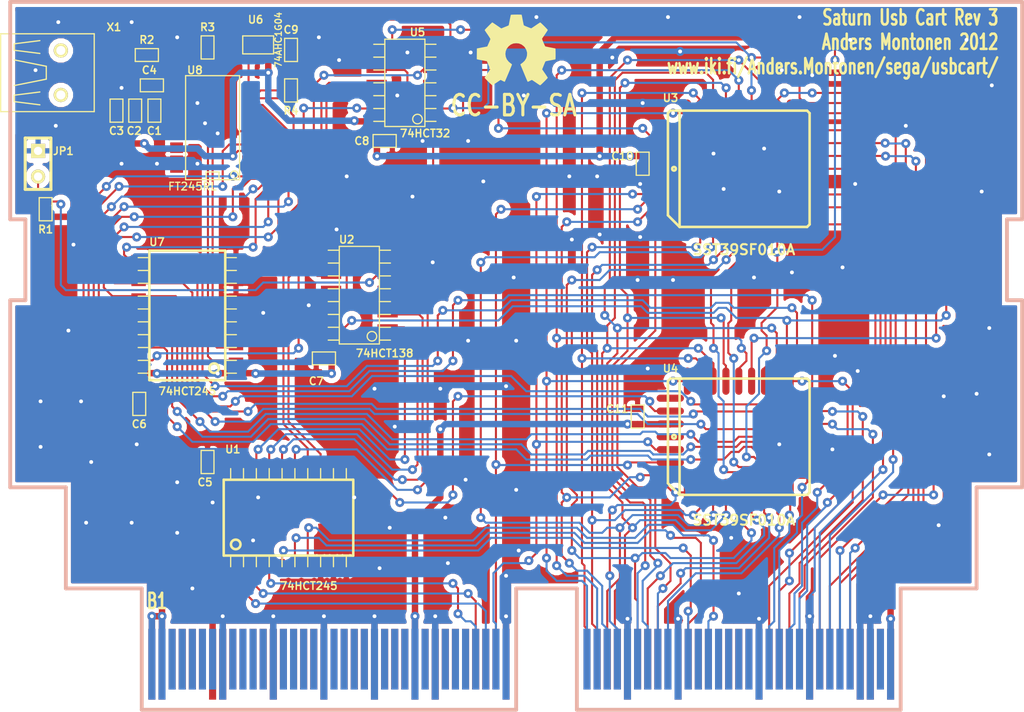
<source format=kicad_pcb>
(kicad_pcb (version 4) (host pcbnew "(2015-01-16 BZR 5376)-product")
  (title_block (title "Sega Saturn USB Cartridge") (date "9 jun 2012") (rev 3) (company "Anders Montonen") (comment 1 www.iki.fi/Anders.Montonen/sega/usbcart/) (comment 2 "Distributed under the CC-BY-SA license") (comment 3 http://creativecommons.org/licenses/by-sa/3.0/))
  (layers (0 Front signal) (31 Back signal) (34 B.Paste user) (35 F.Paste user) (36 B.SilkS user) (37 F.SilkS user) (38 B.Mask user) (39 F.Mask user) (44 Edge.Cuts user))
  (net 0 "")
  (net 1 /A0)
  (net 2 /A1)
  (net 3 /A10)
  (net 4 /A11)
  (net 5 /A12)
  (net 6 /A13)
  (net 7 /A14)
  (net 8 /A15)
  (net 9 /A16)
  (net 10 /A2)
  (net 11 /A3)
  (net 12 /A4)
  (net 13 /A5)
  (net 14 /A6)
  (net 15 /A7)
  (net 16 /A8)
  (net 17 /A9)
  (net 18 /D0)
  (net 19 /D1)
  (net 20 /D10)
  (net 21 /D11)
  (net 22 /D12)
  (net 23 /D13)
  (net 24 /D14)
  (net 25 /D15)
  (net 26 /D2)
  (net 27 /D3)
  (net 28 /D4)
  (net 29 /D5)
  (net 30 /D6)
  (net 31 /D7)
  (net 32 /D8)
  (net 33 /D9)
  (net 34 AA18)
  (net 35 AA19)
  (net 36 AA20)
  (net 37 ACS0)
  (net 38 ARD)
  (net 39 AWR0)
  (net 40 GND)
  (net 41 N-000002)
  (net 42 N-000003)
  (net 43 N-000005)
  (net 44 N-000006)
  (net 45 N-000009)
  (net 46 N-000010)
  (net 47 N-000016)
  (net 48 N-000049)
  (net 49 N-000051)
  (net 50 N-000052)
  (net 51 N-000053)
  (net 52 N-000055)
  (net 53 N-000057)
  (net 54 N-000058)
  (net 55 N-000099)
  (net 56 N-000109)
  (net 57 N-000110)
  (net 58 N-000111)
  (net 59 N-000133)
  (net 60 N-000135)
  (net 61 N-000138)
  (net 62 N-000139)
  (net 63 N-000140)
  (net 64 VCC)
  (module "" (layer Front) (at 76.85786 107.00004)
    (fp_text reference G*** hide)
    (fp_text value LOGO hide)
  )
  (module PLCC32 (layer Front) (at 98.85426 145.2499 270)
    (fp_text reference U4 (at -6.74878 6.74624 360) (layer F.SilkS) (effects (font (size 0.7493 0.7493) (thickness 0.14986))))
    (fp_text value SST39SF010A (at 8.24992 -0.50292 360) (layer F.SilkS) (effects (font (size 1.00076 1.00076) (thickness 0.20066))))
    (pad 1 smd oval (at 0 6.7691 270) (size 0.70104 2.70002) (layers Front F.Paste F.Mask))
    (pad 2 smd oval (at 1.27 6.7691 270) (size 0.70104 2.70002) (layers Front F.Paste F.Mask) (net 9 /A16))
    (pad 3 smd oval (at 2.54 6.7691 270) (size 0.70104 2.70002) (layers Front F.Paste F.Mask) (net 8 /A15))
    (pad 4 smd oval (at 3.81 6.7691 270) (size 0.70104 2.70002) (layers Front F.Paste F.Mask) (net 5 /A12))
    (pad 7 smd oval (at 5.4991 2.54 270) (size 2.70002 0.70104) (layers Front F.Paste F.Mask) (net 13 /A5))
    (pad 8 smd oval (at 5.4991 1.27 270) (size 2.70002 0.70104) (layers Front F.Paste F.Mask) (net 12 /A4))
    (pad 9 smd oval (at 5.4991 0 270) (size 2.70002 0.70104) (layers Front F.Paste F.Mask) (net 11 /A3))
    (pad 10 smd oval (at 5.4991 -1.27 270) (size 2.70002 0.70104) (layers Front F.Paste F.Mask) (net 10 /A2))
    (pad 15 smd oval (at 2.54 -6.7691 270) (size 0.70104 2.70002) (layers Front F.Paste F.Mask) (net 26 /D2))
    (pad 16 smd oval (at 1.27 -6.7691 270) (size 0.70104 2.70002) (layers Front F.Paste F.Mask) (net 40 GND))
    (pad 17 smd oval (at 0 -6.7691 270) (size 0.70104 2.70002) (layers Front F.Paste F.Mask) (net 27 /D3))
    (pad 18 smd oval (at -1.27 -6.7691 270) (size 0.70104 2.70002) (layers Front F.Paste F.Mask) (net 28 /D4))
    (pad 19 smd oval (at -2.54 -6.7691 270) (size 0.70104 2.70002) (layers Front F.Paste F.Mask) (net 29 /D5))
    (pad 24 smd oval (at -5.4991 -1.27 270) (size 2.70002 0.70104) (layers Front F.Paste F.Mask) (net 55 N-000099))
    (pad 25 smd oval (at -5.4991 0 270) (size 2.70002 0.70104) (layers Front F.Paste F.Mask) (net 4 /A11))
    (pad 26 smd oval (at -5.4991 1.27 270) (size 2.70002 0.70104) (layers Front F.Paste F.Mask) (net 17 /A9))
    (pad 30 smd oval (at -3.81 6.7691 270) (size 0.70104 2.70002) (layers Front F.Paste F.Mask))
    (pad 31 smd oval (at -2.54 6.7691 270) (size 0.70104 2.70002) (layers Front F.Paste F.Mask) (net 59 N-000133))
    (pad 32 smd oval (at -1.27 6.7691 270) (size 0.70104 2.70002) (layers Front F.Paste F.Mask) (net 64 VCC))
    (pad 27 smd oval (at -5.4991 2.54 270) (size 2.70002 0.70104) (layers Front F.Paste F.Mask) (net 16 /A8))
    (pad 23 smd oval (at -5.4991 -2.54 270) (size 2.70002 0.70104) (layers Front F.Paste F.Mask) (net 3 /A10))
    (pad 6 smd oval (at 5.4991 3.81 270) (size 2.70002 0.70104) (layers Front F.Paste F.Mask) (net 14 /A6))
    (pad 5 smd oval (at 5.4991 5.08 270) (size 2.70002 0.70104) (layers Front F.Paste F.Mask) (net 15 /A7))
    (pad 28 smd oval (at -5.4991 3.81 270) (size 2.70002 0.70104) (layers Front F.Paste F.Mask) (net 6 /A13))
    (pad 22 smd oval (at -5.4991 -3.81 270) (size 2.70002 0.70104) (layers Front F.Paste F.Mask) (net 60 N-000135))
    (pad 11 smd oval (at 5.4991 -2.54 270) (size 2.70002 0.70104) (layers Front F.Paste F.Mask) (net 2 /A1))
    (pad 14 smd oval (at 3.81 -6.7691 270) (size 0.70104 2.70002) (layers Front F.Paste F.Mask) (net 19 /D1))
    (pad 20 smd oval (at -3.81 -6.7691 270) (size 0.70104 2.70002) (layers Front F.Paste F.Mask) (net 30 /D6))
    (pad 29 smd oval (at -5.4991 5.08 270) (size 2.70002 0.70104) (layers Front F.Paste F.Mask) (net 7 /A14))
    (pad 21 smd oval (at -5.4991 -5.08 270) (size 2.70002 0.70104) (layers Front F.Paste F.Mask) (net 31 /D7))
    (pad 12 smd oval (at 5.4991 -3.81 270) (size 2.70002 0.70104) (layers Front F.Paste F.Mask) (net 1 /A0))
    (pad 13 smd oval (at 5.4991 -5.08 270) (size 2.70002 0.70104) (layers Front F.Paste F.Mask) (net 18 /D0))
  )
  (module PLCC32 (layer Front) (at 98.85426 118.75008 270)
    (fp_text reference U3 (at -7.00024 6.74624 360) (layer F.SilkS) (effects (font (size 0.7493 0.7493) (thickness 0.14986))))
    (fp_text value SST39SF010A (at 8.001 -0.50292 360) (layer F.SilkS) (effects (font (size 1.00076 1.00076) (thickness 0.20066))))
    (pad 1 smd oval (at 0 6.7691 270) (size 0.70104 2.70002) (layers Front F.Paste F.Mask))
    (pad 2 smd oval (at 1.27 6.7691 270) (size 0.70104 2.70002) (layers Front F.Paste F.Mask) (net 9 /A16))
    (pad 3 smd oval (at 2.54 6.7691 270) (size 0.70104 2.70002) (layers Front F.Paste F.Mask) (net 8 /A15))
    (pad 4 smd oval (at 3.81 6.7691 270) (size 0.70104 2.70002) (layers Front F.Paste F.Mask) (net 5 /A12))
    (pad 7 smd oval (at 5.4991 2.54 270) (size 2.70002 0.70104) (layers Front F.Paste F.Mask) (net 13 /A5))
    (pad 8 smd oval (at 5.4991 1.27 270) (size 2.70002 0.70104) (layers Front F.Paste F.Mask) (net 12 /A4))
    (pad 9 smd oval (at 5.4991 0 270) (size 2.70002 0.70104) (layers Front F.Paste F.Mask) (net 11 /A3))
    (pad 10 smd oval (at 5.4991 -1.27 270) (size 2.70002 0.70104) (layers Front F.Paste F.Mask) (net 10 /A2))
    (pad 15 smd oval (at 2.54 -6.7691 270) (size 0.70104 2.70002) (layers Front F.Paste F.Mask) (net 20 /D10))
    (pad 16 smd oval (at 1.27 -6.7691 270) (size 0.70104 2.70002) (layers Front F.Paste F.Mask) (net 40 GND))
    (pad 17 smd oval (at 0 -6.7691 270) (size 0.70104 2.70002) (layers Front F.Paste F.Mask) (net 21 /D11))
    (pad 18 smd oval (at -1.27 -6.7691 270) (size 0.70104 2.70002) (layers Front F.Paste F.Mask) (net 22 /D12))
    (pad 19 smd oval (at -2.54 -6.7691 270) (size 0.70104 2.70002) (layers Front F.Paste F.Mask) (net 23 /D13))
    (pad 24 smd oval (at -5.4991 -1.27 270) (size 2.70002 0.70104) (layers Front F.Paste F.Mask) (net 55 N-000099))
    (pad 25 smd oval (at -5.4991 0 270) (size 2.70002 0.70104) (layers Front F.Paste F.Mask) (net 4 /A11))
    (pad 26 smd oval (at -5.4991 1.27 270) (size 2.70002 0.70104) (layers Front F.Paste F.Mask) (net 17 /A9))
    (pad 30 smd oval (at -3.81 6.7691 270) (size 0.70104 2.70002) (layers Front F.Paste F.Mask))
    (pad 31 smd oval (at -2.54 6.7691 270) (size 0.70104 2.70002) (layers Front F.Paste F.Mask) (net 59 N-000133))
    (pad 32 smd oval (at -1.27 6.7691 270) (size 0.70104 2.70002) (layers Front F.Paste F.Mask) (net 64 VCC))
    (pad 27 smd oval (at -5.4991 2.54 270) (size 2.70002 0.70104) (layers Front F.Paste F.Mask) (net 16 /A8))
    (pad 23 smd oval (at -5.4991 -2.54 270) (size 2.70002 0.70104) (layers Front F.Paste F.Mask) (net 3 /A10))
    (pad 6 smd oval (at 5.4991 3.81 270) (size 2.70002 0.70104) (layers Front F.Paste F.Mask) (net 14 /A6))
    (pad 5 smd oval (at 5.4991 5.08 270) (size 2.70002 0.70104) (layers Front F.Paste F.Mask) (net 15 /A7))
    (pad 28 smd oval (at -5.4991 3.81 270) (size 2.70002 0.70104) (layers Front F.Paste F.Mask) (net 6 /A13))
    (pad 22 smd oval (at -5.4991 -3.81 270) (size 2.70002 0.70104) (layers Front F.Paste F.Mask) (net 60 N-000135))
    (pad 11 smd oval (at 5.4991 -2.54 270) (size 2.70002 0.70104) (layers Front F.Paste F.Mask) (net 2 /A1))
    (pad 14 smd oval (at 3.81 -6.7691 270) (size 0.70104 2.70002) (layers Front F.Paste F.Mask) (net 33 /D9))
    (pad 20 smd oval (at -3.81 -6.7691 270) (size 0.70104 2.70002) (layers Front F.Paste F.Mask) (net 24 /D14))
    (pad 29 smd oval (at -5.4991 5.08 270) (size 2.70002 0.70104) (layers Front F.Paste F.Mask) (net 7 /A14))
    (pad 21 smd oval (at -5.4991 -5.08 270) (size 2.70002 0.70104) (layers Front F.Paste F.Mask) (net 25 /D15))
    (pad 12 smd oval (at 5.4991 -3.81 270) (size 2.70002 0.70104) (layers Front F.Paste F.Mask) (net 1 /A0))
    (pad 13 smd oval (at 5.4991 -5.08 270) (size 2.70002 0.70104) (layers Front F.Paste F.Mask) (net 32 /D8))
  )
  (module SSOP28 (layer Front) (at 46.85538 114.74958 90)
    (fp_text reference U8 (at 5.75056 -1.74752 180) (layer F.SilkS) (effects (font (size 0.762 0.762) (thickness 0.14986))))
    (fp_text value FT245RL (at -5.75056 -1.99644 180) (layer F.SilkS) (effects (font (size 0.762 0.762) (thickness 0.127))))
    (pad 1 smd rect (at -4.191 3.556 90) (size 0.4064 1.27) (layers Front F.Paste F.Mask) (net 18 /D0))
    (pad 2 smd rect (at -3.556 3.556 90) (size 0.4064 1.27) (layers Front F.Paste F.Mask) (net 28 /D4))
    (pad 3 smd rect (at -2.8956 3.556 90) (size 0.4064 1.27) (layers Front F.Paste F.Mask) (net 26 /D2))
    (pad 4 smd rect (at -2.2352 3.556 90) (size 0.4064 1.27) (layers Front F.Paste F.Mask) (net 64 VCC))
    (pad 5 smd rect (at -1.6002 3.556 90) (size 0.4064 1.27) (layers Front F.Paste F.Mask) (net 19 /D1))
    (pad 6 smd rect (at -0.9398 3.556 90) (size 0.4064 1.27) (layers Front F.Paste F.Mask) (net 31 /D7))
    (pad 7 smd rect (at -0.2794 3.556 90) (size 0.4064 1.27) (layers Front F.Paste F.Mask) (net 40 GND))
    (pad 8 smd rect (at 0.3556 3.556 90) (size 0.4064 1.27) (layers Front F.Paste F.Mask))
    (pad 9 smd rect (at 1.016 3.556 90) (size 0.4064 1.27) (layers Front F.Paste F.Mask) (net 29 /D5))
    (pad 10 smd rect (at 1.651 3.556 90) (size 0.4064 1.27) (layers Front F.Paste F.Mask) (net 30 /D6))
    (pad 11 smd rect (at 2.3114 3.556 90) (size 0.4064 1.27) (layers Front F.Paste F.Mask) (net 27 /D3))
    (pad 12 smd rect (at 2.9718 3.556 90) (size 0.4064 1.27) (layers Front F.Paste F.Mask) (net 46 N-000010))
    (pad 13 smd rect (at 3.6068 3.556 90) (size 0.4064 1.27) (layers Front F.Paste F.Mask) (net 41 N-000002))
    (pad 14 smd rect (at 4.2672 3.556 90) (size 0.4064 1.27) (layers Front F.Paste F.Mask) (net 47 N-000016))
    (pad 15 smd rect (at 4.2672 -3.556 90) (size 0.4064 1.27) (layers Front F.Paste F.Mask) (net 61 N-000138))
    (pad 16 smd rect (at 3.6068 -3.556 90) (size 0.4064 1.27) (layers Front F.Paste F.Mask) (net 43 N-000005))
    (pad 17 smd rect (at 2.9972 -3.556 90) (size 0.4064 1.27) (layers Front F.Paste F.Mask) (net 44 N-000006))
    (pad 18 smd rect (at 2.3114 -3.556 90) (size 0.4064 1.27) (layers Front F.Paste F.Mask) (net 40 GND))
    (pad 19 smd rect (at 1.651 -3.556 90) (size 0.4064 1.27) (layers Front F.Paste F.Mask) (net 45 N-000009))
    (pad 20 smd rect (at 1.016 -3.556 90) (size 0.4064 1.27) (layers Front F.Paste F.Mask) (net 64 VCC))
    (pad 21 smd rect (at 0.3556 -3.556 90) (size 0.4064 1.27) (layers Front F.Paste F.Mask) (net 40 GND))
    (pad 22 smd rect (at -0.2794 -3.556 90) (size 0.4064 1.27) (layers Front F.Paste F.Mask) (net 54 N-000058))
    (pad 23 smd rect (at -0.9398 -3.556 90) (size 0.4064 1.27) (layers Front F.Paste F.Mask) (net 42 N-000003))
    (pad 24 smd rect (at -1.6002 -3.556 90) (size 0.4064 1.27) (layers Front F.Paste F.Mask))
    (pad 25 smd rect (at -2.2352 -3.556 90) (size 0.4064 1.27) (layers Front F.Paste F.Mask) (net 40 GND))
    (pad 26 smd rect (at -2.8956 -3.556 90) (size 0.4064 1.27) (layers Front F.Paste F.Mask) (net 40 GND))
    (pad 27 smd rect (at -3.556 -3.556 90) (size 0.4064 1.27) (layers Front F.Paste F.Mask))
    (pad 28 smd rect (at -4.191 -3.556 90) (size 0.4064 1.27) (layers Front F.Paste F.Mask))
  )
  (module SOT23-5 (layer Front) (at 51.3588 106.49966 180)
    (fp_text reference U6 (at 0.24892 2.49936 180) (layer F.SilkS) (effects (font (size 0.7493 0.7493) (thickness 0.14986))))
    (fp_text value 74AHC1G04 (at -2.00152 0.49784 270) (layer F.SilkS) (effects (font (size 0.635 0.635) (thickness 0.127))))
    (pad 1 smd rect (at -0.9525 1.27 180) (size 0.508 0.762) (layers Front F.Paste F.Mask))
    (pad 3 smd rect (at 0.9525 1.27 180) (size 0.508 0.762) (layers Front F.Paste F.Mask) (net 40 GND))
    (pad 5 smd rect (at -0.9525 -1.27 180) (size 0.508 0.762) (layers Front F.Paste F.Mask) (net 64 VCC))
    (pad 2 smd rect (at 0 1.27 180) (size 0.508 0.762) (layers Front F.Paste F.Mask) (net 49 N-000051))
    (pad 4 smd rect (at 0.9525 -1.27 180) (size 0.508 0.762) (layers Front F.Paste F.Mask) (net 47 N-000016))
  )
  (module soic-20 (layer Front) (at 44.35602 133.25094 90)
    (fp_text reference U7 (at 7.2517 -2.9972 180) (layer F.SilkS) (effects (font (size 0.7493 0.7493) (thickness 0.14986))))
    (fp_text value 74HCT245 (at -7.49808 0.00254 180) (layer F.SilkS) (effects (font (size 0.7493 0.7493) (thickness 0.14986))))
    (pad 1 smd rect (at -5.715 4.81076 90) (size 0.55118 1.43002) (layers Front F.Paste F.Mask) (net 64 VCC))
    (pad 2 smd rect (at -4.445 4.81076 90) (size 0.55118 1.43002) (layers Front F.Paste F.Mask) (net 42 N-000003))
    (pad 3 smd rect (at -3.175 4.81076 90) (size 0.55118 1.43002) (layers Front F.Paste F.Mask) (net 54 N-000058))
    (pad 4 smd rect (at -1.905 4.81076 90) (size 0.55118 1.43002) (layers Front F.Paste F.Mask) (net 40 GND))
    (pad 5 smd rect (at -0.635 4.81076 90) (size 0.55118 1.43002) (layers Front F.Paste F.Mask) (net 40 GND))
    (pad 6 smd rect (at 0.635 4.81076 90) (size 0.55118 1.43002) (layers Front F.Paste F.Mask) (net 40 GND))
    (pad 7 smd rect (at 1.905 4.81076 90) (size 0.55118 1.43002) (layers Front F.Paste F.Mask) (net 40 GND))
    (pad 8 smd rect (at 3.175 4.81076 90) (size 0.55118 1.43002) (layers Front F.Paste F.Mask) (net 40 GND))
    (pad 9 smd rect (at 4.445 4.81076 90) (size 0.55118 1.43002) (layers Front F.Paste F.Mask) (net 46 N-000010))
    (pad 10 smd rect (at 5.715 4.81076 90) (size 0.55118 1.43002) (layers Front F.Paste F.Mask) (net 40 GND))
    (pad 11 smd rect (at 5.715 -4.81076 90) (size 0.55118 1.43002) (layers Front F.Paste F.Mask) (net 31 /D7))
    (pad 12 smd rect (at 4.445 -4.81076 90) (size 0.55118 1.43002) (layers Front F.Paste F.Mask) (net 30 /D6))
    (pad 13 smd rect (at 3.175 -4.81076 90) (size 0.55118 1.43002) (layers Front F.Paste F.Mask) (net 29 /D5))
    (pad 14 smd rect (at 1.905 -4.81076 90) (size 0.55118 1.43002) (layers Front F.Paste F.Mask) (net 28 /D4))
    (pad 15 smd rect (at 0.635 -4.81076 90) (size 0.55118 1.43002) (layers Front F.Paste F.Mask) (net 27 /D3))
    (pad 16 smd rect (at -0.635 -4.81076 90) (size 0.55118 1.43002) (layers Front F.Paste F.Mask) (net 26 /D2))
    (pad 17 smd rect (at -1.905 -4.81076 90) (size 0.55118 1.43002) (layers Front F.Paste F.Mask) (net 19 /D1))
    (pad 18 smd rect (at -3.175 -4.81076 90) (size 0.55118 1.43002) (layers Front F.Paste F.Mask) (net 18 /D0))
    (pad 19 smd rect (at -4.445 -4.81076 90) (size 0.55118 1.43002) (layers Front F.Paste F.Mask) (net 48 N-000049))
    (pad 20 smd rect (at -5.715 -4.81076 90) (size 0.55118 1.43002) (layers Front F.Paste F.Mask) (net 64 VCC))
  )
  (module soic-20 (layer Front) (at 54.356 153.2509)
    (fp_text reference U1 (at -5.4991 -6.75132) (layer F.SilkS) (effects (font (size 0.7493 0.7493) (thickness 0.14986))))
    (fp_text value 74HCT245 (at 2.00152 6.74878) (layer F.SilkS) (effects (font (size 0.7493 0.7493) (thickness 0.14986))))
    (pad 1 smd rect (at -5.715 4.81076) (size 0.55118 1.43002) (layers Front F.Paste F.Mask) (net 64 VCC))
    (pad 2 smd rect (at -4.445 4.81076) (size 0.55118 1.43002) (layers Front F.Paste F.Mask) (net 34 AA18))
    (pad 3 smd rect (at -3.175 4.81076) (size 0.55118 1.43002) (layers Front F.Paste F.Mask) (net 35 AA19))
    (pad 4 smd rect (at -1.905 4.81076) (size 0.55118 1.43002) (layers Front F.Paste F.Mask) (net 36 AA20))
    (pad 5 smd rect (at -0.635 4.81076) (size 0.55118 1.43002) (layers Front F.Paste F.Mask) (net 37 ACS0))
    (pad 6 smd rect (at 0.635 4.81076) (size 0.55118 1.43002) (layers Front F.Paste F.Mask) (net 38 ARD))
    (pad 7 smd rect (at 1.905 4.81076) (size 0.55118 1.43002) (layers Front F.Paste F.Mask) (net 39 AWR0))
    (pad 8 smd rect (at 3.175 4.81076) (size 0.55118 1.43002) (layers Front F.Paste F.Mask) (net 40 GND))
    (pad 9 smd rect (at 4.445 4.81076) (size 0.55118 1.43002) (layers Front F.Paste F.Mask) (net 40 GND))
    (pad 10 smd rect (at 5.715 4.81076) (size 0.55118 1.43002) (layers Front F.Paste F.Mask) (net 40 GND))
    (pad 11 smd rect (at 5.715 -4.81076) (size 0.55118 1.43002) (layers Front F.Paste F.Mask))
    (pad 12 smd rect (at 4.445 -4.81076) (size 0.55118 1.43002) (layers Front F.Paste F.Mask))
    (pad 13 smd rect (at 3.175 -4.81076) (size 0.55118 1.43002) (layers Front F.Paste F.Mask) (net 59 N-000133))
    (pad 14 smd rect (at 1.905 -4.81076) (size 0.55118 1.43002) (layers Front F.Paste F.Mask) (net 55 N-000099))
    (pad 15 smd rect (at 0.635 -4.81076) (size 0.55118 1.43002) (layers Front F.Paste F.Mask) (net 63 N-000140))
    (pad 16 smd rect (at -0.635 -4.81076) (size 0.55118 1.43002) (layers Front F.Paste F.Mask) (net 56 N-000109))
    (pad 17 smd rect (at -1.905 -4.81076) (size 0.55118 1.43002) (layers Front F.Paste F.Mask) (net 57 N-000110))
    (pad 18 smd rect (at -3.175 -4.81076) (size 0.55118 1.43002) (layers Front F.Paste F.Mask) (net 58 N-000111))
    (pad 19 smd rect (at -4.445 -4.81076) (size 0.55118 1.43002) (layers Front F.Paste F.Mask) (net 40 GND))
    (pad 20 smd rect (at -5.715 -4.81076) (size 0.55118 1.43002) (layers Front F.Paste F.Mask) (net 64 VCC))
  )
  (module SIL-2 (layer Front) (at 29.60878 118.2497 270)
    (fp_text reference JP1 (at -1.24968 -2.49936 360) (layer F.SilkS) (effects (font (size 0.7493 0.7493) (thickness 0.14986))))
    (fp_text value JUMPER hide)
    (pad 1 thru_hole rect (at -1.27 0 270) (size 1.397 1.397) (drill 0.8128) (layers *.Cu *.Mask F.SilkS) (net 40 GND))
    (pad 2 thru_hole circle (at 1.27 0 270) (size 1.397 1.397) (drill 0.8128) (layers *.Cu *.Mask F.SilkS) (net 53 N-000057))
  )
  (module con-usb-USB-MB-S (layer Front) (at 31.85922 109.25048)
    (fp_text reference X1 (at 5.25018 -4.50088) (layer F.SilkS) (effects (font (size 0.7493 0.7493) (thickness 0.14986))))
    (fp_text value USB-MB-S hide)
    (pad D+ smd rect (at 2.49936 0) (size 2.49936 0.49784) (layers Front F.Paste F.Mask) (net 61 N-000138))
    (pad D- smd rect (at 2.49936 -0.79756) (size 2.49936 0.49784) (layers Front F.Paste F.Mask) (net 43 N-000005))
    (pad GND smd rect (at 2.49936 1.59766) (size 2.49936 0.49784) (layers Front F.Paste F.Mask) (net 40 GND))
    (pad ID smd rect (at 2.49936 0.79756) (size 2.49936 0.49784) (layers Front F.Paste F.Mask))
    (pad P$1 smd rect (at -2.99974 4.49834) (size 2.49936 1.99898) (layers Front F.Paste F.Mask))
    (pad P$2 smd rect (at -2.99974 -4.49834) (size 2.49936 1.99898) (layers Front F.Paste F.Mask))
    (pad P$3 smd rect (at 2.49936 4.39928) (size 2.49936 1.99898) (layers Front F.Paste F.Mask))
    (pad P$4 smd rect (at 2.49936 -4.49834) (size 2.49936 1.99898) (layers Front F.Paste F.Mask))
    (pad P$5 thru_hole circle (at 0 -2.19964) (size 1.40716 1.40716) (drill 0.89916) (layers *.Cu F.Paste F.SilkS F.Mask))
    (pad P$6 thru_hole circle (at 0 2.19964) (size 1.40716 1.40716) (drill 0.89916) (layers *.Cu F.Paste F.SilkS F.Mask))
    (pad VBUS smd rect (at 2.49936 -1.59766) (size 2.49936 0.49784) (layers Front F.Paste F.Mask) (net 62 N-000139))
  )
  (module SM0603 (layer Front) (at 40.8559 110.50016 180)
    (fp_text reference C4 (at 0.24892 1.50114 180) (layer F.SilkS) (effects (font (size 0.7493 0.7493) (thickness 0.14986))))
    (fp_text value 100nF hide)
    (pad 1 smd rect (at -0.762 0 180) (size 0.635 1.143) (layers Front F.Paste F.Mask) (net 44 N-000006))
    (pad 2 smd rect (at 0.762 0 180) (size 0.635 1.143) (layers Front F.Paste F.Mask) (net 40 GND))
  )
  (module SM0603 (layer Front) (at 41.10736 112.99952 90)
    (fp_text reference C1 (at -2.00152 0 180) (layer F.SilkS) (effects (font (size 0.7493 0.7493) (thickness 0.14986))))
    (fp_text value 100nF hide)
    (pad 1 smd rect (at -0.762 0 90) (size 0.635 1.143) (layers Front F.Paste F.Mask) (net 64 VCC))
    (pad 2 smd rect (at 0.762 0 90) (size 0.635 1.143) (layers Front F.Paste F.Mask) (net 40 GND))
  )
  (module SM0603 (layer Front) (at 39.20744 112.99952 90)
    (fp_text reference C2 (at -2.00152 -0.09906 180) (layer F.SilkS) (effects (font (size 0.7493 0.7493) (thickness 0.14986))))
    (fp_text value 100nF hide)
    (pad 1 smd rect (at -0.762 0 90) (size 0.635 1.143) (layers Front F.Paste F.Mask) (net 64 VCC))
    (pad 2 smd rect (at 0.762 0 90) (size 0.635 1.143) (layers Front F.Paste F.Mask) (net 40 GND))
  )
  (module SM0603 (layer Front) (at 37.35832 112.99952 90)
    (fp_text reference C3 (at -2.00152 0 180) (layer F.SilkS) (effects (font (size 0.7493 0.7493) (thickness 0.14986))))
    (fp_text value 4.7uF hide)
    (pad 1 smd rect (at -0.762 0 90) (size 0.635 1.143) (layers Front F.Paste F.Mask) (net 64 VCC))
    (pad 2 smd rect (at 0.762 0 90) (size 0.635 1.143) (layers Front F.Paste F.Mask) (net 40 GND))
  )
  (module SM0603 (layer Front) (at 30.35808 122.75058 270)
    (fp_text reference R1 (at 1.99898 0 360) (layer F.SilkS) (effects (font (size 0.7493 0.7493) (thickness 0.14986))))
    (fp_text value 10k hide)
    (pad 1 smd rect (at -0.762 0 270) (size 0.635 1.143) (layers Front F.Paste F.Mask) (net 53 N-000057))
    (pad 2 smd rect (at 0.762 0 270) (size 0.635 1.143) (layers Front F.Paste F.Mask) (net 64 VCC))
  )
  (module SM0603 (layer Front) (at 40.35806 107.50042)
    (fp_text reference R2 (at 0 -1.50114) (layer F.SilkS) (effects (font (size 0.7493 0.7493) (thickness 0.14986))))
    (fp_text value 4k7 hide)
    (pad 1 smd rect (at -0.762 0) (size 0.635 1.143) (layers Front F.Paste F.Mask) (net 62 N-000139))
    (pad 2 smd rect (at 0.762 0) (size 0.635 1.143) (layers Front F.Paste F.Mask) (net 45 N-000009))
  )
  (module SM0603 (layer Front) (at 46.35754 106.75112 90)
    (fp_text reference R3 (at 2.00152 0 180) (layer F.SilkS) (effects (font (size 0.7493 0.7493) (thickness 0.14986))))
    (fp_text value 10k hide)
    (pad 1 smd rect (at -0.762 0 90) (size 0.635 1.143) (layers Front F.Paste F.Mask) (net 45 N-000009))
    (pad 2 smd rect (at 0.762 0 90) (size 0.635 1.143) (layers Front F.Paste F.Mask) (net 40 GND))
  )
  (module SM0603 (layer Front) (at 54.60746 111.00054 270)
    (fp_text reference R4 (at 1.99898 0 360) (layer F.SilkS) (effects (font (size 0.7493 0.7493) (thickness 0.14986))))
    (fp_text value 10k hide)
    (pad 1 smd rect (at -0.762 0 270) (size 0.635 1.143) (layers Front F.Paste F.Mask) (net 64 VCC))
    (pad 2 smd rect (at 0.762 0 270) (size 0.635 1.143) (layers Front F.Paste F.Mask) (net 46 N-000010))
  )
  (module so-16 (layer Front) (at 61.35878 131.24942 90)
    (fp_text reference U2 (at 5.4991 -1.24968 180) (layer F.SilkS) (effects (font (size 0.7493 0.7493) (thickness 0.14986))))
    (fp_text value 74HCT138 (at -5.75056 2.49936 180) (layer F.SilkS) (effects (font (size 0.7493 0.7493) (thickness 0.14986))))
    (pad 1 smd rect (at -4.445 2.794 90) (size 0.59944 1.99898) (layers Front F.Paste F.Mask) (net 58 N-000111))
    (pad 2 smd rect (at -3.175 2.794 90) (size 0.59944 1.99898) (layers Front F.Paste F.Mask) (net 57 N-000110))
    (pad 3 smd rect (at -1.905 2.794 90) (size 0.59944 1.99898) (layers Front F.Paste F.Mask) (net 56 N-000109))
    (pad 4 smd rect (at -0.635 2.794 90) (size 0.59944 1.99898) (layers Front F.Paste F.Mask) (net 40 GND))
    (pad 5 smd rect (at 0.635 2.794 90) (size 0.59944 1.99898) (layers Front F.Paste F.Mask) (net 63 N-000140))
    (pad 6 smd rect (at 1.905 2.794 90) (size 0.59944 1.99898) (layers Front F.Paste F.Mask) (net 53 N-000057))
    (pad 7 smd rect (at 3.175 2.794 90) (size 0.59944 1.99898) (layers Front F.Paste F.Mask))
    (pad 8 smd rect (at 4.445 2.794 90) (size 0.59944 1.99898) (layers Front F.Paste F.Mask) (net 40 GND))
    (pad 9 smd rect (at 4.445 -2.794 90) (size 0.59944 1.99898) (layers Front F.Paste F.Mask))
    (pad 10 smd rect (at 3.175 -2.794 90) (size 0.59944 1.99898) (layers Front F.Paste F.Mask))
    (pad 11 smd rect (at 1.905 -2.794 90) (size 0.59944 1.99898) (layers Front F.Paste F.Mask) (net 51 N-000053))
    (pad 12 smd rect (at 0.635 -2.794 90) (size 0.59944 1.99898) (layers Front F.Paste F.Mask))
    (pad 13 smd rect (at -0.635 -2.794 90) (size 0.59944 1.99898) (layers Front F.Paste F.Mask) (net 52 N-000055))
    (pad 14 smd rect (at -1.905 -2.794 90) (size 0.59944 1.99898) (layers Front F.Paste F.Mask))
    (pad 15 smd rect (at -3.175 -2.794 90) (size 0.59944 1.99898) (layers Front F.Paste F.Mask) (net 60 N-000135))
    (pad 16 smd rect (at -4.445 -2.794 90) (size 0.59944 1.99898) (layers Front F.Paste F.Mask) (net 64 VCC))
  )
  (module so-14 (layer Front) (at 65.85712 110.25124 90)
    (fp_text reference U5 (at 5.00126 1.24968 180) (layer F.SilkS) (effects (font (size 0.7493 0.7493) (thickness 0.14986))))
    (fp_text value 74HCT32 (at -4.99872 2.00152 180) (layer F.SilkS) (effects (font (size 0.7493 0.7493) (thickness 0.14986))))
    (pad 1 smd rect (at -3.81 2.794 90) (size 0.59944 1.99898) (layers Front F.Paste F.Mask) (net 52 N-000055))
    (pad 2 smd rect (at -2.54 2.794 90) (size 0.59944 1.99898) (layers Front F.Paste F.Mask) (net 55 N-000099))
    (pad 3 smd rect (at -1.27 2.794 90) (size 0.59944 1.99898) (layers Front F.Paste F.Mask) (net 50 N-000052))
    (pad 4 smd rect (at 0 2.794 90) (size 0.59944 1.99898) (layers Front F.Paste F.Mask) (net 52 N-000055))
    (pad 5 smd rect (at 1.27 2.794 90) (size 0.59944 1.99898) (layers Front F.Paste F.Mask) (net 59 N-000133))
    (pad 6 smd rect (at 2.54 2.794 90) (size 0.59944 1.99898) (layers Front F.Paste F.Mask) (net 49 N-000051))
    (pad 7 smd rect (at 3.81 2.794 90) (size 0.59944 1.99898) (layers Front F.Paste F.Mask) (net 40 GND))
    (pad 8 smd rect (at 3.81 -2.794 90) (size 0.59944 1.99898) (layers Front F.Paste F.Mask) (net 41 N-000002))
    (pad 9 smd rect (at 2.54 -2.794 90) (size 0.59944 1.99898) (layers Front F.Paste F.Mask) (net 1 /A0))
    (pad 10 smd rect (at 1.27 -2.794 90) (size 0.59944 1.99898) (layers Front F.Paste F.Mask) (net 50 N-000052))
    (pad 11 smd rect (at 0 -2.794 90) (size 0.59944 1.99898) (layers Front F.Paste F.Mask) (net 48 N-000049))
    (pad 12 smd rect (at -1.27 -2.794 90) (size 0.59944 1.99898) (layers Front F.Paste F.Mask) (net 51 N-000053))
    (pad 13 smd rect (at -2.54 -2.794 90) (size 0.59944 1.99898) (layers Front F.Paste F.Mask) (net 55 N-000099))
    (pad 14 smd rect (at -3.81 -2.794 90) (size 0.59944 1.99898) (layers Front F.Paste F.Mask) (net 64 VCC))
  )
  (module SM0603 (layer Front) (at 46.35754 147.74926 90)
    (fp_text reference C5 (at -2.00152 -0.24892 180) (layer F.SilkS) (effects (font (size 0.7493 0.7493) (thickness 0.14986))))
    (fp_text value 100nF hide)
    (pad 1 smd rect (at -0.762 0 90) (size 0.635 1.143) (layers Front F.Paste F.Mask) (net 64 VCC))
    (pad 2 smd rect (at 0.762 0 90) (size 0.635 1.143) (layers Front F.Paste F.Mask) (net 40 GND))
  )
  (module SM0603 (layer Front) (at 39.60876 142.00124 270)
    (fp_text reference C6 (at 1.99898 0 360) (layer F.SilkS) (effects (font (size 0.7493 0.7493) (thickness 0.14986))))
    (fp_text value 100nF hide)
    (pad 1 smd rect (at -0.762 0 270) (size 0.635 1.143) (layers Front F.Paste F.Mask) (net 64 VCC))
    (pad 2 smd rect (at 0.762 0 270) (size 0.635 1.143) (layers Front F.Paste F.Mask) (net 40 GND))
  )
  (module SM0603 (layer Front) (at 57.85866 137.50036 180)
    (fp_text reference C7 (at 0.75184 -2.25044 180) (layer F.SilkS) (effects (font (size 0.7493 0.7493) (thickness 0.14986))))
    (fp_text value 100nF hide)
    (pad 1 smd rect (at -0.762 0 180) (size 0.635 1.143) (layers Front F.Paste F.Mask) (net 64 VCC))
    (pad 2 smd rect (at 0.762 0 180) (size 0.635 1.143) (layers Front F.Paste F.Mask) (net 40 GND))
  )
  (module SM0603 (layer Front) (at 63.85814 115.99926)
    (fp_text reference C8 (at -2.25044 0) (layer F.SilkS) (effects (font (size 0.7493 0.7493) (thickness 0.14986))))
    (fp_text value 100nF hide)
    (pad 1 smd rect (at -0.762 0) (size 0.635 1.143) (layers Front F.Paste F.Mask) (net 64 VCC))
    (pad 2 smd rect (at 0.762 0) (size 0.635 1.143) (layers Front F.Paste F.Mask) (net 40 GND))
  )
  (module SM0603 (layer Front) (at 54.60746 107.00004 90)
    (fp_text reference C9 (at 1.99898 0 180) (layer F.SilkS) (effects (font (size 0.7493 0.7493) (thickness 0.14986))))
    (fp_text value 100nF hide)
    (pad 1 smd rect (at -0.762 0 90) (size 0.635 1.143) (layers Front F.Paste F.Mask) (net 64 VCC))
    (pad 2 smd rect (at 0.762 0 90) (size 0.635 1.143) (layers Front F.Paste F.Mask) (net 40 GND))
  )
  (module SM0603 (layer Front) (at 89.3572 118.2497 270)
    (fp_text reference C10 (at -0.7493 1.99898 360) (layer F.SilkS) (effects (font (size 0.7493 0.7493) (thickness 0.14986))))
    (fp_text value 100nF hide)
    (pad 1 smd rect (at -0.762 0 270) (size 0.635 1.143) (layers Front F.Paste F.Mask) (net 64 VCC))
    (pad 2 smd rect (at 0.762 0 270) (size 0.635 1.143) (layers Front F.Paste F.Mask) (net 40 GND))
  )
  (module SM0603 (layer Front) (at 88.85682 143.25092 90)
    (fp_text reference C11 (at 0.75184 -1.99898 180) (layer F.SilkS) (effects (font (size 0.7493 0.7493) (thickness 0.14986))))
    (fp_text value 100nF hide)
    (pad 1 smd rect (at -0.762 0 90) (size 0.635 1.143) (layers Front F.Paste F.Mask) (net 64 VCC))
    (pad 2 smd rect (at 0.762 0 90) (size 0.635 1.143) (layers Front F.Paste F.Mask) (net 40 GND))
  )
  (module libraries:CARTRIDGE_EDGE_CONNECTOR2 (layer Front) (at 39.85514 172.2501)
    (fp_text reference CN1 hide)
    (fp_text value CARTRIDGE_EDGE_CONNECTOR hide)
    (pad B1 smd rect (at 1.00076 -4.50088) (size 0.70104 7.00024) (layers Front F.Paste F.Mask) (net 64 VCC))
    (pad B2 smd rect (at 1.99898 -4.50088) (size 0.70104 7.00024) (layers Front F.Paste F.Mask) (net 64 VCC))
    (pad B3 smd rect (at 3 -5) (size 0.70104 5.99948) (layers Front F.Paste F.Mask))
    (pad B4 smd rect (at 4.0005 -5.00088) (size 0.70104 5.99948) (layers Front F.Paste F.Mask))
    (pad B5 smd rect (at 5.00126 -5.00088) (size 0.70104 5.99948) (layers Front F.Paste F.Mask))
    (pad B6 smd rect (at 5.99948 -5.00088) (size 0.70104 5.99948) (layers Front F.Paste F.Mask))
    (pad B7 smd rect (at 7 -4.5) (size 0.70104 7.00024) (layers Front F.Paste F.Mask) (net 40 GND))
    (pad B8 smd rect (at 8.001 -4.50088) (size 0.70104 7.00024) (layers Front F.Paste F.Mask) (net 40 GND))
    (pad B9 smd rect (at 8.99922 -5.00088) (size 0.70104 5.99948) (layers Front F.Paste F.Mask))
    (pad B10 smd rect (at 9.99998 -5.00088) (size 0.70104 5.99948) (layers Front F.Paste F.Mask))
    (pad B11 smd rect (at 11.00074 -5.00088) (size 0.70104 5.99948) (layers Front F.Paste F.Mask))
    (pad B12 smd rect (at 11.99896 -5.00088) (size 0.70104 5.99948) (layers Front F.Paste F.Mask))
    (pad B13 smd rect (at 12.99972 -4.50088) (size 0.70104 7.00024) (layers Front F.Paste F.Mask) (net 40 GND))
    (pad B14 smd rect (at 14.00048 -5.00088) (size 0.70104 5.99948) (layers Front F.Paste F.Mask))
    (pad B15 smd rect (at 15.00124 -5.00088) (size 0.70104 5.99948) (layers Front F.Paste F.Mask))
    (pad B16 smd rect (at 15.99946 -5.00088) (size 0.70104 5.99948) (layers Front F.Paste F.Mask))
    (pad B17 smd rect (at 17.00022 -5.00088) (size 0.70104 5.99948) (layers Front F.Paste F.Mask))
    (pad B18 smd rect (at 18.00098 -4.50088) (size 0.70104 7.00024) (layers Front F.Paste F.Mask) (net 40 GND))
    (pad B19 smd rect (at 18.9992 -5.00088) (size 0.70104 5.99948) (layers Front F.Paste F.Mask))
    (pad B20 smd rect (at 19.99996 -5.00088) (size 0.70104 5.99948) (layers Front F.Paste F.Mask))
    (pad B21 smd rect (at 21.00072 -5.00088) (size 0.70104 5.99948) (layers Front F.Paste F.Mask))
    (pad B22 smd rect (at 21.99894 -5.00088) (size 0.70104 5.99948) (layers Front F.Paste F.Mask))
    (pad B23 smd rect (at 22.9997 -4.50088) (size 0.70104 7.00024) (layers Front F.Paste F.Mask) (net 40 GND))
    (pad B24 smd rect (at 24.00046 -5.00088) (size 0.70104 5.99948) (layers Front F.Paste F.Mask))
    (pad B25 smd rect (at 25.00122 -5.00088) (size 0.70104 5.99948) (layers Front F.Paste F.Mask))
    (pad B26 smd rect (at 25.99944 -5.00088) (size 0.70104 5.99948) (layers Front F.Paste F.Mask))
    (pad B27 smd rect (at 27.0002 -4.50088) (size 0.70104 7.00024) (layers Front F.Paste F.Mask) (net 64 VCC))
    (pad B28 smd rect (at 28.00096 -5.00088) (size 0.70104 5.99948) (layers Front F.Paste F.Mask))
    (pad B29 smd rect (at 28.99918 -4.50088) (size 0.70104 7.00024) (layers Front F.Paste F.Mask) (net 40 GND))
    (pad B30 smd rect (at 29.99994 -5.00088) (size 0.70104 5.99948) (layers Front F.Paste F.Mask))
    (pad B31 smd rect (at 31.0007 -5.00088) (size 0.70104 5.99948) (layers Front F.Paste F.Mask))
    (pad B32 smd rect (at 31.99892 -5.00088) (size 0.70104 5.99948) (layers Front F.Paste F.Mask))
    (pad B33 smd rect (at 32.99968 -5.00088) (size 0.70104 5.99948) (layers Front F.Paste F.Mask) (net 35 AA19))
    (pad B34 smd rect (at 34.00044 -5.00088) (size 0.70104 5.99948) (layers Front F.Paste F.Mask))
    (pad B35 smd rect (at 35.0012 -5.00088) (size 0.70104 5.99948) (layers Front F.Paste F.Mask) (net 8 /A15))
    (pad B36 smd rect (at 35.99942 -4.50088) (size 0.70104 7.00024) (layers Front F.Paste F.Mask) (net 40 GND))
    (pad A1 smd rect (at 1.00076 -4.50088) (size 0.70104 7.00024) (layers Back F.Paste F.Mask) (net 64 VCC))
    (pad A2 smd rect (at 1.99898 -4.50088) (size 0.70104 7.00024) (layers Back F.Paste F.Mask) (net 64 VCC))
    (pad A3 smd rect (at 3 -5) (size 0.70104 5.99948) (layers Back F.Paste F.Mask))
    (pad A4 smd rect (at 4 -5) (size 0.70104 5.99948) (layers Back F.Paste F.Mask))
    (pad A5 smd rect (at 5.00126 -5.00088) (size 0.70104 5.99948) (layers Back F.Paste F.Mask))
    (pad A6 smd rect (at 5.99948 -5.00088) (size 0.70104 5.99948) (layers Back F.Paste F.Mask))
    (pad A7 smd rect (at 7.00024 -5.00088) (size 0.70104 5.99948) (layers Back F.Paste F.Mask))
    (pad A8 smd rect (at 8.001 -4.50088) (size 0.70104 7.00024) (layers Back F.Paste F.Mask) (net 40 GND))
    (pad A9 smd rect (at 8.99922 -5.00088) (size 0.70104 5.99948) (layers Back F.Paste F.Mask))
    (pad A10 smd rect (at 9.99998 -5.00088) (size 0.70104 5.99948) (layers Back F.Paste F.Mask))
    (pad A11 smd rect (at 11.00074 -5.00088) (size 0.70104 5.99948) (layers Back F.Paste F.Mask))
    (pad A12 smd rect (at 11.99896 -5.00088) (size 0.70104 5.99948) (layers Back F.Paste F.Mask))
    (pad A13 smd rect (at 12.99972 -4.50088) (size 0.70104 7.00024) (layers Back F.Paste F.Mask) (net 40 GND))
    (pad A14 smd rect (at 14.00048 -5.00088) (size 0.70104 5.99948) (layers Back F.Paste F.Mask))
    (pad A15 smd rect (at 15.00124 -5.00088) (size 0.70104 5.99948) (layers Back F.Paste F.Mask))
    (pad A16 smd rect (at 15.99946 -5.00088) (size 0.70104 5.99948) (layers Back F.Paste F.Mask))
    (pad A17 smd rect (at 17.00022 -5.00088) (size 0.70104 5.99948) (layers Back F.Paste F.Mask))
    (pad A18 smd rect (at 18.00098 -4.50088) (size 0.70104 7.00024) (layers Back F.Paste F.Mask) (net 40 GND))
    (pad A19 smd rect (at 18.9992 -5.00088) (size 0.70104 5.99948) (layers Back F.Paste F.Mask))
    (pad A20 smd rect (at 19.99996 -5.00088) (size 0.70104 5.99948) (layers Back F.Paste F.Mask))
    (pad A21 smd rect (at 21.00072 -5.00088) (size 0.70104 5.99948) (layers Back F.Paste F.Mask))
    (pad A22 smd rect (at 21.99894 -5.00088) (size 0.70104 5.99948) (layers Back F.Paste F.Mask))
    (pad A23 smd rect (at 22.9997 -4.50088) (size 0.70104 7.00024) (layers Back F.Paste F.Mask) (net 40 GND))
    (pad A24 smd rect (at 24.00046 -5.00088) (size 0.70104 5.99948) (layers Back F.Paste F.Mask))
    (pad A25 smd rect (at 25.00122 -5.00088) (size 0.70104 5.99948) (layers Back F.Paste F.Mask))
    (pad A26 smd rect (at 25.99944 -5.00088) (size 0.70104 5.99948) (layers Back F.Paste F.Mask))
    (pad A27 smd rect (at 27.0002 -4.50088) (size 0.70104 7.00024) (layers Back F.Paste F.Mask) (net 64 VCC))
    (pad A28 smd rect (at 28.00096 -5.00088) (size 0.70104 5.99948) (layers Back F.Paste F.Mask))
    (pad A29 smd rect (at 28.99918 -4.50088) (size 0.70104 7.00024) (layers Back F.Paste F.Mask) (net 40 GND))
    (pad A30 smd rect (at 29.99994 -5.00088) (size 0.70104 5.99948) (layers Back F.Paste F.Mask))
    (pad A31 smd rect (at 31.0007 -5.00088) (size 0.70104 5.99948) (layers Back F.Paste F.Mask))
    (pad A32 smd rect (at 31.99892 -5.00088) (size 0.70104 5.99948) (layers Back F.Paste F.Mask))
    (pad A33 smd rect (at 32.99968 -5.00088) (size 0.70104 5.99948) (layers Back F.Paste F.Mask) (net 36 AA20))
    (pad A34 smd rect (at 34.00044 -5.00088) (size 0.70104 5.99948) (layers Back F.Paste F.Mask) (net 34 AA18))
    (pad A35 smd rect (at 35.0012 -5.00088) (size 0.70104 5.99948) (layers Back F.Paste F.Mask) (net 9 /A16))
    (pad A36 smd rect (at 35.99942 -4.50088) (size 0.70104 7.00024) (layers Back F.Paste F.Mask) (net 40 GND))
    (pad A37 smd rect (at 44.00042 -5.00088) (size 0.70104 5.99948) (layers Back F.Paste F.Mask) (net 7 /A14))
    (pad A38 smd rect (at 45.00118 -5.00088) (size 0.70104 5.99948) (layers Back F.Paste F.Mask) (net 4 /A11))
    (pad A39 smd rect (at 45.9994 -5.00088) (size 0.70104 5.99948) (layers Back F.Paste F.Mask) (net 5 /A12))
    (pad A40 smd rect (at 47.00016 -5.00088) (size 0.70104 5.99948) (layers Back F.Paste F.Mask) (net 15 /A7))
    (pad A41 smd rect (at 48.00092 -4.50088) (size 0.70104 7.00024) (layers Back F.Paste F.Mask) (net 40 GND))
    (pad A42 smd rect (at 48.99914 -5.00088) (size 0.70104 5.99948) (layers Back F.Paste F.Mask) (net 16 /A8))
    (pad A43 smd rect (at 49.9999 -5.00088) (size 0.70104 5.99948) (layers Back F.Paste F.Mask) (net 3 /A10))
    (pad A44 smd rect (at 51.00066 -5.00088) (size 0.70104 5.99948) (layers Back F.Paste F.Mask) (net 17 /A9))
    (pad A45 smd rect (at 51.99888 -5.00088) (size 0.70104 5.99948) (layers Back F.Paste F.Mask) (net 1 /A0))
    (pad A46 smd rect (at 52.99964 -4.50088) (size 0.70104 7.00024) (layers Back F.Paste F.Mask) (net 40 GND))
    (pad A47 smd rect (at 54.0004 -5.00088) (size 0.70104 5.99948) (layers Back F.Paste F.Mask) (net 37 ACS0))
    (pad A48 smd rect (at 55.00116 -5.00088) (size 0.70104 5.99948) (layers Back F.Paste F.Mask))
    (pad A49 smd rect (at 55.99938 -5.00088) (size 0.70104 5.99948) (layers Back F.Paste F.Mask) (net 39 AWR0))
    (pad A50 smd rect (at 57.00014 -5.00088) (size 0.70104 5.99948) (layers Back F.Paste F.Mask))
    (pad A51 smd rect (at 58.0009 -5.00088) (size 0.70104 5.99948) (layers Back F.Paste F.Mask))
    (pad A52 smd rect (at 58.99912 -5.00088) (size 0.70104 5.99948) (layers Back F.Paste F.Mask))
    (pad A53 smd rect (at 59.99988 -5.00088) (size 0.70104 5.99948) (layers Back F.Paste F.Mask))
    (pad A54 smd rect (at 61.00064 -4.50088) (size 0.70104 7.00024) (layers Back F.Paste F.Mask) (net 40 GND))
    (pad A55 smd rect (at 61.99886 -5.00088) (size 0.70104 5.99948) (layers Back F.Paste F.Mask) (net 18 /D0))
    (pad A56 smd rect (at 62.99962 -5.00088) (size 0.70104 5.99948) (layers Back F.Paste F.Mask) (net 19 /D1))
    (pad A57 smd rect (at 64.00038 -5.00088) (size 0.70104 5.99948) (layers Back F.Paste F.Mask) (net 26 /D2))
    (pad A58 smd rect (at 65.00114 -5.00088) (size 0.70104 5.99948) (layers Back F.Paste F.Mask) (net 27 /D3))
    (pad A59 smd rect (at 65.99936 -4.50088) (size 0.70104 7.00024) (layers Back F.Paste F.Mask) (net 40 GND))
    (pad A60 smd rect (at 67.00012 -5.00088) (size 0.70104 5.99948) (layers Back F.Paste F.Mask) (net 32 /D8))
    (pad A61 smd rect (at 68.00088 -5.00088) (size 0.70104 5.99948) (layers Back F.Paste F.Mask) (net 33 /D9))
    (pad A62 smd rect (at 68.9991 -5.00088) (size 0.70104 5.99948) (layers Back F.Paste F.Mask) (net 20 /D10))
    (pad A63 smd rect (at 69.99986 -5.00088) (size 0.70104 5.99948) (layers Back F.Paste F.Mask) (net 21 /D11))
    (pad A64 smd rect (at 71.00062 -4.50088) (size 0.70104 7.00024) (layers Back F.Paste F.Mask) (net 40 GND))
    (pad A65 smd rect (at 71.99884 -4.50088) (size 0.70104 7.00024) (layers Back F.Paste F.Mask) (net 40 GND))
    (pad A66 smd rect (at 72.9996 -5.00088) (size 0.70104 5.99948) (layers Back F.Paste F.Mask))
    (pad A67 smd rect (at 74.00036 -4.50088) (size 0.70104 7.00024) (layers Back F.Paste F.Mask) (net 64 VCC))
    (pad B37 smd rect (at 44.00042 -5.00088) (size 0.70104 5.99948) (layers Front F.Paste F.Mask) (net 6 /A13))
    (pad B38 smd rect (at 45.00118 -5.00088) (size 0.70104 5.99948) (layers Front F.Paste F.Mask) (net 14 /A6))
    (pad B39 smd rect (at 45.9994 -5.00088) (size 0.70104 5.99948) (layers Front F.Paste F.Mask) (net 13 /A5))
    (pad B40 smd rect (at 47.00016 -5.00088) (size 0.70104 5.99948) (layers Front F.Paste F.Mask) (net 12 /A4))
    (pad B41 smd rect (at 48.00092 -4.50088) (size 0.70104 7.00024) (layers Front F.Paste F.Mask) (net 40 GND))
    (pad B42 smd rect (at 48.99914 -5.00088) (size 0.70104 5.99948) (layers Front F.Paste F.Mask) (net 11 /A3))
    (pad B43 smd rect (at 49.9999 -5.00088) (size 0.70104 5.99948) (layers Front F.Paste F.Mask) (net 10 /A2))
    (pad B44 smd rect (at 51.00066 -5.00088) (size 0.70104 5.99948) (layers Front F.Paste F.Mask) (net 2 /A1))
    (pad B45 smd rect (at 51.99888 -5.00088) (size 0.70104 5.99948) (layers Front F.Paste F.Mask))
    (pad B46 smd rect (at 52.99964 -4.50088) (size 0.70104 7.00024) (layers Front F.Paste F.Mask) (net 40 GND))
    (pad B47 smd rect (at 54.0004 -5.00088) (size 0.70104 5.99948) (layers Front F.Paste F.Mask) (net 38 ARD))
    (pad B48 smd rect (at 55.00116 -5.00088) (size 0.70104 5.99948) (layers Front F.Paste F.Mask))
    (pad B49 smd rect (at 55.99938 -5.00088) (size 0.70104 5.99948) (layers Front F.Paste F.Mask))
    (pad B50 smd rect (at 57.00014 -5.00088) (size 0.70104 5.99948) (layers Front F.Paste F.Mask))
    (pad B51 smd rect (at 58.0009 -5.00088) (size 0.70104 5.99948) (layers Front F.Paste F.Mask))
    (pad B52 smd rect (at 58.99912 -5.00088) (size 0.70104 5.99948) (layers Front F.Paste F.Mask))
    (pad B53 smd rect (at 59.99988 -5.00088) (size 0.70104 5.99948) (layers Front F.Paste F.Mask))
    (pad B54 smd rect (at 61.00064 -4.50088) (size 0.70104 7.00024) (layers Front F.Paste F.Mask) (net 40 GND))
    (pad B55 smd rect (at 61.99886 -5.00088) (size 0.70104 5.99948) (layers Front F.Paste F.Mask) (net 31 /D7))
    (pad B56 smd rect (at 62.99962 -5.00088) (size 0.70104 5.99948) (layers Front F.Paste F.Mask) (net 30 /D6))
    (pad B57 smd rect (at 64.00038 -5.00088) (size 0.70104 5.99948) (layers Front F.Paste F.Mask) (net 29 /D5))
    (pad B58 smd rect (at 65.00114 -5.00088) (size 0.70104 5.99948) (layers Front F.Paste F.Mask) (net 28 /D4))
    (pad B59 smd rect (at 65.99936 -4.50088) (size 0.70104 7.00024) (layers Front F.Paste F.Mask) (net 40 GND))
    (pad B60 smd rect (at 67.00012 -5.00088) (size 0.70104 5.99948) (layers Front F.Paste F.Mask) (net 25 /D15))
    (pad B61 smd rect (at 68.00088 -5.00088) (size 0.70104 5.99948) (layers Front F.Paste F.Mask) (net 24 /D14))
    (pad B62 smd rect (at 68.9991 -5.00088) (size 0.70104 5.99948) (layers Front F.Paste F.Mask) (net 23 /D13))
    (pad B63 smd rect (at 69.99986 -5.00088) (size 0.70104 5.99948) (layers Front F.Paste F.Mask) (net 22 /D12))
    (pad B64 smd rect (at 71.00062 -4.50088) (size 0.70104 7.00024) (layers Front F.Paste F.Mask) (net 40 GND))
    (pad B65 smd rect (at 71.99884 -4.50088) (size 0.70104 7.00024) (layers Front F.Paste F.Mask) (net 40 GND))
    (pad B66 smd rect (at 72.9996 -5.00088) (size 0.70104 5.99948) (layers Front F.Paste F.Mask))
    (pad B67 smd rect (at 74.00036 -4.50088) (size 0.70104 7.00024) (layers Front F.Paste F.Mask) (net 64 VCC))
  )
  (gr_text CC-BY-SA (at 76.60894 112.49914) (layer F.SilkS) (effects (font (size 2.032 1.524) (thickness 0.3048))))
  (gr_text B1 (at 41.35882 161.50082) (layer F.SilkS) (effects (font (size 1.50114 1.00076) (thickness 0.25146))))
  (gr_text "Saturn Usb Cart Rev 3\nAnders Montonen 2012\nwww.iki.fi/Anders.Montonen/sega/usbcart/" (at 124.64796 106.2101) (layer F.SilkS) (effects (font (size 1.50114 1.00076) (thickness 0.24892)) (justify right)))
  (gr_line (start 126.85776 123.75134) (end 125.35662 123.75134) (angle 90) (layer B.SilkS) (width 0.381))
  (gr_line (start 126.85776 102.25024) (end 126.85776 123.75134) (angle 90) (layer B.SilkS) (width 0.381))
  (gr_line (start 26.85796 102.25024) (end 126.85776 102.25024) (angle 90) (layer B.SilkS) (width 0.381))
  (gr_line (start 126.85776 150.25116) (end 122.35688 150.25116) (angle 90) (layer B.SilkS) (width 0.381))
  (gr_line (start 125.35662 131.7498) (end 126.85776 131.7498) (angle 90) (layer B.SilkS) (width 0.381))
  (gr_line (start 126.85776 150.25116) (end 126.85776 131.7498) (angle 90) (layer B.SilkS) (width 0.381))
  (gr_line (start 26.85796 123.75134) (end 28.35656 123.75134) (angle 90) (layer B.SilkS) (width 0.381))
  (gr_line (start 26.85796 123.75134) (end 26.85796 102.25024) (angle 90) (layer B.SilkS) (width 0.381))
  (gr_line (start 26.85796 131.7498) (end 28.35656 131.7498) (angle 90) (layer B.SilkS) (width 0.381))
  (gr_line (start 26.85796 150.25116) (end 32.35706 150.25116) (angle 90) (layer B.SilkS) (width 0.381))
  (gr_line (start 26.85796 150.25116) (end 26.85796 131.7498) (angle 90) (layer B.SilkS) (width 0.381))
  (gr_line (start 39.85514 160.25114) (end 39.85514 172.2501) (angle 90) (layer B.SilkS) (width 0.381))
  (gr_line (start 32.35452 160.25114) (end 39.85514 160.25114) (angle 90) (layer B.SilkS) (width 0.381))
  (gr_line (start 32.35452 150.25116) (end 32.35452 160.25114) (angle 90) (layer B.SilkS) (width 0.381))
  (gr_line (start 28.35402 123.75134) (end 28.35402 131.7498) (angle 90) (layer B.SilkS) (width 0.381))
  (gr_line (start 125.35408 131.7498) (end 125.35408 123.75134) (angle 90) (layer B.SilkS) (width 0.381))
  (gr_line (start 122.35434 160.25114) (end 122.35434 150.25116) (angle 90) (layer B.SilkS) (width 0.381))
  (gr_line (start 114.85372 160.25114) (end 122.35434 160.25114) (angle 90) (layer B.SilkS) (width 0.381))
  (gr_line (start 114.85372 172.2501) (end 114.85372 160.25114) (angle 90) (layer B.SilkS) (width 0.381))
  (gr_line (start 82.8548 172.2501) (end 114.85372 172.2501) (angle 90) (layer B.SilkS) (width 0.381))
  (gr_line (start 82.8548 160.25114) (end 82.8548 172.2501) (angle 90) (layer B.SilkS) (width 0.381))
  (gr_line (start 76.85532 160.25114) (end 82.8548 160.25114) (angle 90) (layer B.SilkS) (width 0.381))
  (gr_line (start 76.85532 172.2501) (end 76.85532 160.25114) (angle 90) (layer B.SilkS) (width 0.381))
  (gr_line (start 39.85514 172.2501) (end 76.85532 172.2501) (angle 90) (layer B.SilkS) (width 0.381))
  (segment (start 100.85832 141.00048) (end 100.85832 137.50036) (width 0.2032) (layer Back) (net 1))
  (segment (start 102.66426 152.8064) (end 102.66426 150.749) (width 0.2032) (layer Front) (net 1))
  (segment (start 101.60762 135.24992) (end 101.10724 134.74954) (width 0.2032) (layer Front) (net 1))
  (segment (start 101.10724 134.74954) (end 101.10724 134.00278) (width 0.2032) (layer Front) (net 1))
  (segment (start 102.66426 132.44576) (end 102.66426 127) (width 0.2032) (layer Front) (net 1))
  (segment (start 99.10826 158.75) (end 94.60484 158.75) (width 0.2032) (layer Back) (net 1))
  (segment (start 102.66426 149.5552) (end 100.35794 147.24888) (width 0.2032) (layer Front) (net 1))
  (segment (start 63.06312 107.71124) (end 64.14516 107.71124) (width 0.2032) (layer Front) (net 1))
  (segment (start 102.66426 149.5552) (end 102.66426 150.749) (width 0.2032) (layer Front) (net 1))
  (segment (start 102.66426 124.24918) (end 102.66426 127) (width 0.2032) (layer Front) (net 1))
  (segment (start 64.60744 107.24896) (end 64.60744 105.00106) (width 0.2032) (layer Front) (net 1))
  (via (at 101.60762 136.75106) (size 0.889) (layers Front Back) (net 1))
  (segment (start 102.60838 127) (end 102.66426 127) (width 0.2032) (layer Front) (net 1))
  (segment (start 99.60864 142.25016) (end 100.85832 141.00048) (width 0.2032) (layer Back) (net 1))
  (segment (start 99.60864 147.24888) (end 99.60864 142.25016) (width 0.2032) (layer Back) (net 1))
  (segment (start 91.8591 167.74414) (end 91.85402 167.74922) (width 0.2032) (layer Back) (net 1))
  (via (at 102.60838 127) (size 0.889) (layers Front Back) (net 1))
  (segment (start 102.8573 152.99944) (end 102.66426 152.8064) (width 0.2032) (layer Front) (net 1))
  (segment (start 94.60484 158.75) (end 91.8591 161.50082) (width 0.2032) (layer Back) (net 1))
  (segment (start 102.8573 126.75108) (end 102.60838 127) (width 0.2032) (layer Back) (net 1))
  (segment (start 91.8591 167.74414) (end 91.8591 161.50082) (width 0.2032) (layer Back) (net 1))
  (segment (start 64.14516 107.71124) (end 64.60744 107.24896) (width 0.2032) (layer Front) (net 1))
  (segment (start 106.8578 105.00106) (end 108.35894 106.5022) (width 0.2032) (layer Front) (net 1))
  (segment (start 100.35794 147.24888) (end 99.60864 147.24888) (width 0.2032) (layer Front) (net 1))
  (segment (start 102.8573 155.00096) (end 99.10826 158.75) (width 0.2032) (layer Back) (net 1))
  (segment (start 108.35894 106.5022) (end 108.35894 108.0008) (width 0.2032) (layer Front) (net 1))
  (segment (start 71.35876 105.00106) (end 106.8578 105.00106) (width 0.2032) (layer Front) (net 1))
  (segment (start 102.8573 155.00096) (end 102.8573 154.24912) (width 0.2032) (layer Back) (net 1))
  (segment (start 108.35894 125.49886) (end 107.10672 126.75108) (width 0.2032) (layer Back) (net 1))
  (segment (start 107.10672 126.75108) (end 102.8573 126.75108) (width 0.2032) (layer Back) (net 1))
  (segment (start 100.85832 137.50036) (end 101.60762 136.75106) (width 0.2032) (layer Back) (net 1))
  (segment (start 102.8573 154.24912) (end 102.8573 152.99944) (width 0.2032) (layer Front) (net 1))
  (via (at 99.60864 147.24888) (size 0.889) (layers Front Back) (net 1))
  (segment (start 101.10724 134.00278) (end 102.66426 132.44576) (width 0.2032) (layer Front) (net 1))
  (segment (start 71.35876 105.00106) (end 64.60744 105.00106) (width 0.2032) (layer Back) (net 1))
  (segment (start 101.60762 136.75106) (end 101.60762 135.24992) (width 0.2032) (layer Front) (net 1))
  (via (at 108.35894 108.0008) (size 0.889) (layers Front Back) (net 1))
  (via (at 64.60744 105.00106) (size 0.889) (layers Front Back) (net 1))
  (via (at 102.8573 154.24912) (size 0.889) (layers Front Back) (net 1))
  (via (at 71.35876 105.00106) (size 0.889) (layers Front Back) (net 1))
  (segment (start 108.35894 108.0008) (end 108.35894 125.49886) (width 0.2032) (layer Back) (net 1))
  (segment (start 93.60916 158.24962) (end 98.86188 158.24962) (width 0.2032) (layer Back) (net 2))
  (segment (start 98.1075 129.25044) (end 98.1075 133.74878) (width 0.2032) (layer Front) (net 2))
  (via (at 98.35896 137.50036) (size 0.889) (layers Front Back) (net 2))
  (segment (start 101.37648 126.01702) (end 101.37648 124.26696) (width 0.2032) (layer Front) (net 2))
  (segment (start 97.82048 134.0358) (end 98.1075 133.74878) (width 0.2032) (layer Front) (net 2))
  (segment (start 101.37648 124.26696) (end 101.39426 124.24918) (width 0.2032) (layer Front) (net 2))
  (segment (start 101.3587 150.78456) (end 101.39426 150.749) (width 0.2032) (layer Front) (net 2))
  (segment (start 93.10878 158.75) (end 93.60916 158.24962) (width 0.2032) (layer Back) (net 2))
  (segment (start 90.8558 162.0012) (end 93.10878 159.74822) (width 0.2032) (layer Front) (net 2))
  (segment (start 98.35896 137.50036) (end 97.82048 136.96188) (width 0.2032) (layer Front) (net 2))
  (via (at 98.35896 147.74926) (size 0.889) (layers Front Back) (net 2))
  (segment (start 101.85908 155.24988) (end 101.85908 153.2509) (width 0.2032) (layer Back) (net 2))
  (segment (start 101.85908 153.2509) (end 101.3587 152.75052) (width 0.2032) (layer Front) (net 2))
  (segment (start 101.3587 149.2504) (end 100.35794 148.24964) (width 0.2032) (layer Front) (net 2))
  (segment (start 101.39426 150.749) (end 101.39426 149.2504) (width 0.2032) (layer Front) (net 2))
  (segment (start 98.85934 148.24964) (end 98.35896 147.74926) (width 0.2032) (layer Front) (net 2))
  (segment (start 101.39426 149.2504) (end 101.3587 149.2504) (width 0.2032) (layer Front) (net 2))
  (via (at 93.10878 158.75) (size 0.889) (layers Front Back) (net 2))
  (segment (start 98.86188 158.24962) (end 101.85908 155.24988) (width 0.2032) (layer Back) (net 2))
  (segment (start 100.35794 148.24964) (end 98.85934 148.24964) (width 0.2032) (layer Front) (net 2))
  (via (at 101.85908 153.2509) (size 0.889) (layers Front Back) (net 2))
  (segment (start 97.82048 136.96188) (end 97.82048 134.0358) (width 0.2032) (layer Front) (net 2))
  (segment (start 101.3587 152.75052) (end 101.3587 150.78456) (width 0.2032) (layer Front) (net 2))
  (segment (start 101.37648 126.01702) (end 98.1075 129.25044) (width 0.2032) (layer Front) (net 2))
  (segment (start 93.10878 159.74822) (end 93.10878 158.75) (width 0.2032) (layer Front) (net 2))
  (segment (start 90.8558 162.0012) (end 90.8558 167.74922) (width 0.2032) (layer Front) (net 2))
  (segment (start 98.35896 147.74926) (end 98.35896 137.50036) (width 0.2032) (layer Back) (net 2))
  (segment (start 89.85504 151.24938) (end 88.35898 151.24938) (width 0.2032) (layer Front) (net 3))
  (segment (start 86.85784 136.99998) (end 86.85784 134.50062) (width 0.2032) (layer Front) (net 3))
  (segment (start 102.60838 137.2489) (end 102.60838 135.001) (width 0.2032) (layer Front) (net 3))
  (segment (start 90.1192 151.51354) (end 89.85504 151.24938) (width 0.2032) (layer Front) (net 3))
  (segment (start 85.60816 130.24866) (end 86.10854 129.74828) (width 0.2032) (layer Front) (net 3))
  (segment (start 86.85784 134.50062) (end 102.108 134.50062) (width 0.2032) (layer Back) (net 3))
  (segment (start 90.85834 157.74924) (end 90.10904 156.99994) (width 0.2032) (layer Front) (net 3))
  (segment (start 87.8586 108.0008) (end 98.8568 108.0008) (width 0.2032) (layer Back) (net 3))
  (segment (start 89.85504 167.74922) (end 89.85504 163.99764) (width 0.2032) (layer Back) (net 3))
  (segment (start 85.60816 133.25094) (end 85.60816 130.24866) (width 0.2032) (layer Front) (net 3))
  (segment (start 89.85504 163.99764) (end 89.3572 163.4998) (width 0.2032) (layer Back) (net 3))
  (segment (start 86.10854 109.75086) (end 87.8586 108.0008) (width 0.2032) (layer Front) (net 3))
  (via (at 87.8586 108.0008) (size 0.889) (layers Front Back) (net 3))
  (via (at 90.85834 157.74924) (size 0.889) (layers Front Back) (net 3))
  (segment (start 90.85834 157.99816) (end 89.3572 159.4993) (width 0.2032) (layer Back) (net 3))
  (segment (start 85.85708 138.00074) (end 86.85784 136.99998) (width 0.2032) (layer Front) (net 3))
  (via (at 98.8568 108.0008) (size 0.889) (layers Front Back) (net 3))
  (segment (start 102.60838 135.001) (end 102.108 134.50062) (width 0.2032) (layer Front) (net 3))
  (segment (start 101.39426 113.25098) (end 101.39426 110.53826) (width 0.2032) (layer Front) (net 3))
  (via (at 86.85784 134.50062) (size 0.889) (layers Front Back) (net 3))
  (segment (start 101.39426 110.53826) (end 98.8568 108.0008) (width 0.2032) (layer Front) (net 3))
  (via (at 85.60816 133.25094) (size 0.889) (layers Front Back) (net 3))
  (segment (start 101.39426 138.46302) (end 102.60838 137.2489) (width 0.2032) (layer Front) (net 3))
  (segment (start 88.35898 151.24938) (end 85.85708 148.74748) (width 0.2032) (layer Front) (net 3))
  (segment (start 86.85784 134.50062) (end 85.60816 133.25094) (width 0.2032) (layer Back) (net 3))
  (segment (start 90.10904 156.99994) (end 90.1192 151.51354) (width 0.2032) (layer Front) (net 3))
  (segment (start 89.3572 163.4998) (end 89.3572 159.4993) (width 0.2032) (layer Back) (net 3))
  (via (at 102.108 134.50062) (size 0.889) (layers Front Back) (net 3))
  (segment (start 101.39426 139.7508) (end 101.39426 138.46302) (width 0.2032) (layer Front) (net 3))
  (segment (start 90.85834 157.74924) (end 90.85834 157.99816) (width 0.2032) (layer Back) (net 3))
  (segment (start 86.10854 109.75086) (end 86.10854 129.74828) (width 0.2032) (layer Front) (net 3))
  (segment (start 85.85708 148.74748) (end 85.85708 138.00074) (width 0.2032) (layer Front) (net 3))
  (segment (start 97.85858 108.99902) (end 97.85858 109.00156) (width 0.2032) (layer Back) (net 4))
  (segment (start 98.85426 139.7508) (end 98.85426 138.50366) (width 0.2032) (layer Front) (net 4))
  (segment (start 98.85426 138.50366) (end 99.60864 137.74928) (width 0.2032) (layer Front) (net 4))
  (segment (start 97.85858 108.99902) (end 81.35874 108.99902) (width 0.2032) (layer Back) (net 4))
  (segment (start 84.85632 160.2486) (end 83.60664 158.99892) (width 0.2032) (layer Back) (net 4))
  (segment (start 83.60664 158.99892) (end 81.85658 158.99892) (width 0.2032) (layer Back) (net 4))
  (segment (start 99.60864 136.99998) (end 99.10826 136.4996) (width 0.2032) (layer Front) (net 4))
  (via (at 81.35874 108.99902) (size 0.889) (layers Front Back) (net 4))
  (segment (start 97.85858 109.00156) (end 98.8568 109.99978) (width 0.2032) (layer Back) (net 4))
  (via (at 98.8568 109.99978) (size 0.889) (layers Front Back) (net 4))
  (segment (start 99.60864 137.74928) (end 99.60864 136.99998) (width 0.2032) (layer Front) (net 4))
  (segment (start 81.85658 158.99892) (end 80.85836 158.0007) (width 0.2032) (layer Back) (net 4))
  (segment (start 81.35874 108.99902) (end 80.85836 109.4994) (width 0.2032) (layer Front) (net 4))
  (segment (start 80.85836 135.49884) (end 80.85836 109.4994) (width 0.2032) (layer Front) (net 4))
  (segment (start 80.85836 135.49884) (end 98.8568 135.49884) (width 0.2032) (layer Back) (net 4))
  (segment (start 80.85836 158.0007) (end 80.85836 135.49884) (width 0.2032) (layer Front) (net 4))
  (via (at 80.85836 158.0007) (size 0.889) (layers Front Back) (net 4))
  (via (at 80.85836 135.49884) (size 0.889) (layers Front Back) (net 4))
  (segment (start 98.8568 109.99978) (end 98.85426 109.99978) (width 0.2032) (layer Front) (net 4))
  (segment (start 99.10826 136.4996) (end 99.10826 135.7503) (width 0.2032) (layer Back) (net 4))
  (segment (start 98.85426 113.25098) (end 98.85426 109.99978) (width 0.2032) (layer Front) (net 4))
  (segment (start 84.85632 167.74922) (end 84.85632 160.2486) (width 0.2032) (layer Back) (net 4))
  (segment (start 99.10826 135.7503) (end 98.8568 135.49884) (width 0.2032) (layer Back) (net 4))
  (via (at 99.10826 136.4996) (size 0.889) (layers Front Back) (net 4))
  (segment (start 81.35874 150.749) (end 81.35874 136.75106) (width 0.2032) (layer Front) (net 5))
  (segment (start 92.08516 149.0599) (end 89.29878 149.0599) (width 0.2032) (layer Front) (net 5))
  (via (at 82.10804 157.74924) (size 0.889) (layers Front Back) (net 5))
  (segment (start 81.35874 150.749) (end 81.85912 151.24938) (width 0.2032) (layer Front) (net 5))
  (segment (start 88.10498 149.2504) (end 86.106 151.24938) (width 0.2032) (layer Back) (net 5))
  (via (at 81.85912 151.24938) (size 0.889) (layers Front Back) (net 5))
  (segment (start 85.85454 164.2491) (end 85.3567 163.75126) (width 0.2032) (layer Back) (net 5))
  (via (at 81.85912 124.00026) (size 0.889) (layers Front Back) (net 5))
  (segment (start 81.35874 156.99994) (end 81.35874 151.74976) (width 0.2032) (layer Front) (net 5))
  (segment (start 92.08516 122.56008) (end 90.297 122.56008) (width 0.2032) (layer Front) (net 5))
  (segment (start 81.35874 134.00024) (end 81.35874 124.50064) (width 0.2032) (layer Front) (net 5))
  (segment (start 89.29878 149.0599) (end 89.10828 149.2504) (width 0.2032) (layer Front) (net 5))
  (segment (start 82.10804 157.74924) (end 81.35874 156.99994) (width 0.2032) (layer Front) (net 5))
  (segment (start 85.3567 159.99968) (end 83.8581 158.50108) (width 0.2032) (layer Back) (net 5))
  (segment (start 90.297 122.56008) (end 88.85682 124.00026) (width 0.2032) (layer Front) (net 5))
  (via (at 89.10828 149.2504) (size 0.889) (layers Front Back) (net 5))
  (segment (start 82.85988 158.50108) (end 82.10804 157.74924) (width 0.2032) (layer Back) (net 5))
  (segment (start 89.10828 149.2504) (end 88.10498 149.2504) (width 0.2032) (layer Back) (net 5))
  (segment (start 88.85682 124.00026) (end 81.85912 124.00026) (width 0.2032) (layer Back) (net 5))
  (segment (start 81.35874 151.74976) (end 81.85912 151.24938) (width 0.2032) (layer Front) (net 5))
  (via (at 88.85682 124.00026) (size 0.889) (layers Front Back) (net 5))
  (segment (start 81.85912 124.00026) (end 81.35874 124.50064) (width 0.2032) (layer Front) (net 5))
  (segment (start 81.35874 136.75106) (end 81.85912 136.25068) (width 0.2032) (layer Front) (net 5))
  (segment (start 86.106 151.24938) (end 81.85912 151.24938) (width 0.2032) (layer Back) (net 5))
  (segment (start 83.8581 158.50108) (end 82.85988 158.50108) (width 0.2032) (layer Back) (net 5))
  (segment (start 81.85912 134.50062) (end 81.35874 134.00024) (width 0.2032) (layer Front) (net 5))
  (segment (start 81.85912 136.25068) (end 81.85912 134.50062) (width 0.2032) (layer Front) (net 5))
  (segment (start 85.85454 167.74922) (end 85.85454 164.2491) (width 0.2032) (layer Back) (net 5))
  (segment (start 85.3567 163.75126) (end 85.3567 159.99968) (width 0.2032) (layer Back) (net 5))
  (via (at 94.35846 111.24946) (size 0.889) (layers Front Back) (net 6))
  (segment (start 83.35772 137.50036) (end 93.85808 137.50036) (width 0.2032) (layer Back) (net 6))
  (segment (start 94.60738 137.50036) (end 95.04426 137.93724) (width 0.2032) (layer Front) (net 6))
  (segment (start 83.35772 137.50036) (end 83.35772 157.74924) (width 0.2032) (layer Front) (net 6))
  (via (at 93.85808 137.50036) (size 0.889) (layers Front Back) (net 6))
  (segment (start 83.85556 164.24656) (end 83.60918 164.00018) (width 0.2032) (layer Front) (net 6))
  (segment (start 95.04426 111.93526) (end 94.35846 111.24946) (width 0.2032) (layer Front) (net 6))
  (segment (start 93.85808 137.50036) (end 94.60738 137.50036) (width 0.2032) (layer Front) (net 6))
  (segment (start 95.04426 111.93526) (end 95.04426 113.25098) (width 0.2032) (layer Front) (net 6))
  (segment (start 83.60918 164.00018) (end 83.60918 158.0007) (width 0.2032) (layer Front) (net 6))
  (segment (start 95.04426 137.93724) (end 95.04426 139.7508) (width 0.2032) (layer Front) (net 6))
  (via (at 83.35772 137.50036) (size 0.889) (layers Front Back) (net 6))
  (segment (start 83.35772 157.74924) (end 83.60918 158.0007) (width 0.2032) (layer Front) (net 6))
  (segment (start 83.85556 164.24656) (end 83.85556 167.74922) (width 0.2032) (layer Front) (net 6))
  (via (at 83.35772 111.24946) (size 0.889) (layers Front Back) (net 6))
  (segment (start 83.35772 111.24946) (end 94.35846 111.24946) (width 0.2032) (layer Back) (net 6))
  (segment (start 83.35772 137.50036) (end 83.35772 111.24946) (width 0.2032) (layer Front) (net 6))
  (segment (start 92.35694 139.7508) (end 93.77426 139.7508) (width 0.2032) (layer Front) (net 7))
  (segment (start 79.8576 158.49854) (end 79.8576 157.24886) (width 0.2032) (layer Back) (net 7))
  (segment (start 79.8576 113.25098) (end 92.35694 113.25098) (width 0.2032) (layer Back) (net 7))
  (segment (start 92.35694 113.25098) (end 93.77426 113.25098) (width 0.2032) (layer Front) (net 7))
  (via (at 79.8576 113.25098) (size 0.889) (layers Front Back) (net 7))
  (segment (start 79.8576 139.7508) (end 79.8576 113.25098) (width 0.2032) (layer Front) (net 7))
  (segment (start 79.8576 139.7508) (end 92.35694 139.7508) (width 0.2032) (layer Back) (net 7))
  (segment (start 83.35772 159.4993) (end 83.85556 159.99714) (width 0.2032) (layer Back) (net 7))
  (segment (start 80.85836 159.4993) (end 79.8576 158.49854) (width 0.2032) (layer Back) (net 7))
  (segment (start 83.85556 167.74922) (end 83.85556 159.99714) (width 0.2032) (layer Back) (net 7))
  (segment (start 83.35772 159.4993) (end 80.85836 159.4993) (width 0.2032) (layer Back) (net 7))
  (via (at 92.35694 139.7508) (size 0.889) (layers Front Back) (net 7))
  (via (at 92.35694 113.25098) (size 0.889) (layers Front Back) (net 7))
  (via (at 79.8576 157.24886) (size 0.889) (layers Front Back) (net 7))
  (segment (start 79.8576 139.7508) (end 79.8576 157.24886) (width 0.2032) (layer Front) (net 7))
  (via (at 79.8576 139.7508) (size 0.889) (layers Front Back) (net 7))
  (via (at 75.35672 122.75058) (size 0.889) (layers Front Back) (net 8))
  (segment (start 75.35672 122.75058) (end 74.85634 123.25096) (width 0.2032) (layer Front) (net 8))
  (via (at 74.85888 148.00072) (size 0.889) (layers Front Back) (net 8))
  (segment (start 90.31732 121.29008) (end 88.85682 122.75058) (width 0.2032) (layer Front) (net 8))
  (segment (start 74.85634 123.25096) (end 74.85634 148.00072) (width 0.2032) (layer Front) (net 8))
  (segment (start 74.85888 148.00072) (end 74.85634 148.00072) (width 0.2032) (layer Front) (net 8))
  (segment (start 92.08516 121.29008) (end 90.31732 121.29008) (width 0.2032) (layer Front) (net 8))
  (segment (start 74.90714 148.04898) (end 74.85888 148.00072) (width 0.2032) (layer Back) (net 8))
  (segment (start 92.08516 147.7899) (end 88.11768 147.7899) (width 0.2032) (layer Front) (net 8))
  (segment (start 88.85682 122.75058) (end 75.35672 122.75058) (width 0.2032) (layer Back) (net 8))
  (via (at 88.85682 122.75058) (size 0.889) (layers Front Back) (net 8))
  (segment (start 74.85634 148.00072) (end 74.85634 167.74922) (width 0.2032) (layer Front) (net 8))
  (segment (start 87.8586 148.04898) (end 74.90714 148.04898) (width 0.2032) (layer Back) (net 8))
  (segment (start 88.11768 147.7899) (end 87.8586 148.04898) (width 0.2032) (layer Front) (net 8))
  (via (at 87.8586 148.04898) (size 0.889) (layers Front Back) (net 8))
  (segment (start 78.85684 121.5009) (end 78.85684 145.9992) (width 0.2032) (layer Front) (net 9))
  (segment (start 78.85684 156.75102) (end 78.10754 157.50032) (width 0.2032) (layer Front) (net 9))
  (via (at 78.85684 121.5009) (size 0.889) (layers Front Back) (net 9))
  (segment (start 75.60564 157.7467) (end 74.60742 158.74492) (width 0.2032) (layer Back) (net 9))
  (segment (start 78.85684 156.75102) (end 78.85684 145.9992) (width 0.2032) (layer Front) (net 9))
  (segment (start 90.58656 120.02008) (end 89.3572 121.24944) (width 0.2032) (layer Front) (net 9))
  (segment (start 75.60564 157.7467) (end 77.86116 157.7467) (width 0.2032) (layer Back) (net 9))
  (segment (start 88.35898 121.24944) (end 79.1083 121.24944) (width 0.2032) (layer Back) (net 9))
  (segment (start 89.3572 121.24944) (end 88.35898 121.24944) (width 0.2032) (layer Front) (net 9))
  (segment (start 77.86116 157.7467) (end 78.10754 157.50032) (width 0.2032) (layer Back) (net 9))
  (segment (start 74.85634 163.74872) (end 74.85634 167.74922) (width 0.2032) (layer Back) (net 9))
  (segment (start 89.85758 145.75028) (end 79.10576 145.75028) (width 0.2032) (layer Back) (net 9))
  (segment (start 92.08516 146.5199) (end 90.6272 146.5199) (width 0.2032) (layer Front) (net 9))
  (segment (start 92.08516 120.02008) (end 90.58656 120.02008) (width 0.2032) (layer Front) (net 9))
  (segment (start 79.1083 121.24944) (end 78.85684 121.5009) (width 0.2032) (layer Back) (net 9))
  (segment (start 79.10576 145.75028) (end 78.85684 145.9992) (width 0.2032) (layer Back) (net 9))
  (via (at 88.35898 121.24944) (size 0.889) (layers Front Back) (net 9))
  (segment (start 90.6272 146.5199) (end 89.85758 145.75028) (width 0.2032) (layer Front) (net 9))
  (segment (start 74.60742 163.4998) (end 74.85634 163.74872) (width 0.2032) (layer Back) (net 9))
  (via (at 78.85684 145.9992) (size 0.889) (layers Front Back) (net 9))
  (via (at 78.10754 157.50032) (size 0.889) (layers Front Back) (net 9))
  (via (at 89.85758 145.75028) (size 0.889) (layers Front Back) (net 9))
  (segment (start 74.60742 158.74492) (end 74.60742 163.4998) (width 0.2032) (layer Back) (net 9))
  (segment (start 97.3582 148.5011) (end 97.3582 141.74978) (width 0.2032) (layer Back) (net 10))
  (segment (start 101.3587 154.24912) (end 101.3587 155.00096) (width 0.2032) (layer Back) (net 10))
  (via (at 91.10726 158.99892) (size 0.889) (layers Front Back) (net 10))
  (segment (start 99.60864 148.75002) (end 97.60712 148.75002) (width 0.2032) (layer Front) (net 10))
  (segment (start 100.64496 153.49728) (end 100.60686 153.49728) (width 0.2032) (layer Front) (net 10))
  (segment (start 100.60686 153.49728) (end 100.12426 153.01468) (width 0.2032) (layer Front) (net 10))
  (via (at 96.35744 136.4996) (size 0.889) (layers Front Back) (net 10))
  (segment (start 89.85504 167.74922) (end 89.85504 160.25114) (width 0.2032) (layer Front) (net 10))
  (segment (start 97.60712 148.75002) (end 97.3582 148.5011) (width 0.2032) (layer Front) (net 10))
  (segment (start 91.10726 158.99892) (end 92.35948 157.74924) (width 0.2032) (layer Back) (net 10))
  (segment (start 100.12426 153.01468) (end 100.12426 150.749) (width 0.2032) (layer Front) (net 10))
  (via (at 97.3582 148.5011) (size 0.889) (layers Front Back) (net 10))
  (via (at 100.6475 153.49982) (size 0.889) (layers Front Back) (net 10))
  (segment (start 98.61296 157.74924) (end 101.3587 155.00096) (width 0.2032) (layer Back) (net 10))
  (segment (start 96.35744 136.4996) (end 96.35744 134.24916) (width 0.2032) (layer Front) (net 10))
  (segment (start 101.3587 154.24912) (end 100.6475 153.49982) (width 0.2032) (layer Back) (net 10))
  (segment (start 89.85504 160.25114) (end 91.10726 158.99892) (width 0.2032) (layer Front) (net 10))
  (segment (start 100.12426 124.24918) (end 100.12426 126.48184) (width 0.2032) (layer Front) (net 10))
  (segment (start 97.3582 141.74978) (end 96.85782 141.2494) (width 0.2032) (layer Back) (net 10))
  (segment (start 96.85782 136.99998) (end 96.35744 136.4996) (width 0.2032) (layer Back) (net 10))
  (segment (start 96.10852 130.49758) (end 96.10852 134.00024) (width 0.2032) (layer Front) (net 10))
  (segment (start 96.35744 134.24916) (end 96.10852 134.00024) (width 0.2032) (layer Front) (net 10))
  (segment (start 96.85782 141.2494) (end 96.85782 136.99998) (width 0.2032) (layer Back) (net 10))
  (segment (start 92.35948 157.74924) (end 98.61296 157.74924) (width 0.2032) (layer Back) (net 10))
  (segment (start 100.12426 150.749) (end 100.12426 149.26564) (width 0.2032) (layer Front) (net 10))
  (segment (start 100.6475 153.49982) (end 100.64496 153.49728) (width 0.2032) (layer Front) (net 10))
  (segment (start 96.10852 130.49758) (end 100.12426 126.48184) (width 0.2032) (layer Front) (net 10))
  (segment (start 100.12426 149.26564) (end 99.60864 148.75002) (width 0.2032) (layer Front) (net 10))
  (segment (start 98.85426 153.49728) (end 98.85426 150.749) (width 0.2032) (layer Front) (net 11))
  (segment (start 98.35896 157.24886) (end 92.10548 157.24886) (width 0.2032) (layer Back) (net 11))
  (segment (start 86.10854 128.75006) (end 96.6089 128.75006) (width 0.2032) (layer Back) (net 11))
  (segment (start 81.85912 136.99744) (end 82.35696 136.4996) (width 0.2032) (layer Front) (net 11))
  (segment (start 88.6079 161.2519) (end 88.85428 161.49828) (width 0.2032) (layer Front) (net 11))
  (segment (start 98.8568 124.25172) (end 98.85426 124.24918) (width 0.2032) (layer Front) (net 11))
  (segment (start 88.85428 161.49828) (end 88.85428 167.74922) (width 0.2032) (layer Front) (net 11))
  (via (at 97.60712 127.7493) (size 0.889) (layers Front Back) (net 11))
  (segment (start 82.85734 150.99792) (end 82.85734 151.50084) (width 0.2032) (layer Front) (net 11))
  (via (at 82.35696 156.49956) (size 0.889) (layers Front Back) (net 11))
  (segment (start 100.10902 155.50134) (end 100.10902 154.7495) (width 0.2032) (layer Back) (net 11))
  (segment (start 82.35696 129.75082) (end 85.10778 129.75082) (width 0.2032) (layer Back) (net 11))
  (segment (start 81.85912 133.75132) (end 81.85912 130.24866) (width 0.2032) (layer Front) (net 11))
  (segment (start 83.10626 157.24886) (end 82.35696 156.49956) (width 0.2032) (layer Back) (net 11))
  (segment (start 81.85912 149.99716) (end 81.85912 136.99744) (width 0.2032) (layer Front) (net 11))
  (segment (start 82.35696 152.00122) (end 82.35696 156.49956) (width 0.2032) (layer Front) (net 11))
  (segment (start 100.10902 155.50134) (end 98.35896 157.24886) (width 0.2032) (layer Back) (net 11))
  (segment (start 82.35696 136.4996) (end 82.35696 134.24916) (width 0.2032) (layer Front) (net 11))
  (segment (start 88.82126 157.24886) (end 89.3191 156.75102) (width 0.2032) (layer Back) (net 11))
  (segment (start 98.8568 126.49962) (end 98.8568 124.25172) (width 0.2032) (layer Front) (net 11))
  (via (at 82.35696 129.75082) (size 0.889) (layers Front Back) (net 11))
  (segment (start 82.85734 151.50084) (end 82.35696 152.00122) (width 0.2032) (layer Front) (net 11))
  (segment (start 85.10778 129.75082) (end 86.10854 128.75006) (width 0.2032) (layer Back) (net 11))
  (via (at 88.6079 157.24886) (size 0.889) (layers Front Back) (net 11))
  (segment (start 82.85734 150.99792) (end 81.85912 149.99716) (width 0.2032) (layer Front) (net 11))
  (segment (start 88.6079 157.24886) (end 83.10626 157.24886) (width 0.2032) (layer Back) (net 11))
  (via (at 100.10902 154.7495) (size 0.889) (layers Front Back) (net 11))
  (segment (start 88.6079 157.24886) (end 88.6079 161.2519) (width 0.2032) (layer Front) (net 11))
  (segment (start 97.60712 127.7493) (end 98.8568 126.49962) (width 0.2032) (layer Front) (net 11))
  (segment (start 100.10902 154.7495) (end 98.85426 153.49728) (width 0.2032) (layer Front) (net 11))
  (segment (start 96.6089 128.74752) (end 97.60712 127.7493) (width 0.2032) (layer Back) (net 11))
  (segment (start 96.6089 128.75006) (end 96.6089 128.74752) (width 0.2032) (layer Back) (net 11))
  (segment (start 91.60764 156.75102) (end 89.3191 156.75102) (width 0.2032) (layer Back) (net 11))
  (segment (start 81.85912 130.24866) (end 82.35696 129.75082) (width 0.2032) (layer Front) (net 11))
  (segment (start 82.35696 134.24916) (end 81.85912 133.75132) (width 0.2032) (layer Front) (net 11))
  (segment (start 92.10548 157.24886) (end 91.60764 156.75102) (width 0.2032) (layer Back) (net 11))
  (segment (start 88.6079 157.24886) (end 88.82126 157.24886) (width 0.2032) (layer Back) (net 11))
  (via (at 88.35898 154.24912) (size 0.889) (layers Front Back) (net 12))
  (segment (start 86.8553 164.24656) (end 86.8553 167.74922) (width 0.2032) (layer Front) (net 12))
  (segment (start 87.60714 155.00096) (end 88.35898 154.24912) (width 0.2032) (layer Front) (net 12))
  (segment (start 84.85886 128.75006) (end 84.35848 129.25044) (width 0.2032) (layer Front) (net 12))
  (segment (start 85.3567 128.24968) (end 95.8596 128.24968) (width 0.2032) (layer Back) (net 12))
  (segment (start 87.35822 151.7523) (end 84.85886 149.25294) (width 0.2032) (layer Front) (net 12))
  (segment (start 97.60712 152.99944) (end 97.58426 152.97658) (width 0.2032) (layer Front) (net 12))
  (segment (start 88.35898 154.24912) (end 89.10828 153.49982) (width 0.2032) (layer Back) (net 12))
  (segment (start 87.35822 153.2509) (end 87.35822 151.7523) (width 0.2032) (layer Front) (net 12))
  (segment (start 92.6084 153.49982) (end 93.60916 154.50058) (width 0.2032) (layer Back) (net 12))
  (segment (start 84.35848 136.25068) (end 84.35848 129.25044) (width 0.2032) (layer Front) (net 12))
  (segment (start 84.85886 149.25294) (end 84.85886 136.75106) (width 0.2032) (layer Front) (net 12))
  (segment (start 86.60892 160.50006) (end 87.60714 159.50184) (width 0.2032) (layer Front) (net 12))
  (segment (start 96.10598 154.50058) (end 97.60712 152.99944) (width 0.2032) (layer Back) (net 12))
  (segment (start 97.58426 150.749) (end 97.58426 152.97658) (width 0.2032) (layer Front) (net 12))
  (segment (start 84.85886 136.75106) (end 84.35848 136.25068) (width 0.2032) (layer Front) (net 12))
  (segment (start 89.10828 153.49982) (end 92.6084 153.49982) (width 0.2032) (layer Back) (net 12))
  (via (at 96.35744 127.7493) (size 0.889) (layers Front Back) (net 12))
  (segment (start 84.85886 128.75006) (end 84.85886 128.74752) (width 0.2032) (layer Back) (net 12))
  (segment (start 93.60916 154.50058) (end 96.10598 154.50058) (width 0.2032) (layer Back) (net 12))
  (segment (start 96.35998 127.75184) (end 96.35998 127.7493) (width 0.2032) (layer Back) (net 12))
  (segment (start 88.35898 154.24912) (end 88.35644 154.24912) (width 0.2032) (layer Front) (net 12))
  (segment (start 97.58426 126.52248) (end 96.35744 127.7493) (width 0.2032) (layer Front) (net 12))
  (via (at 97.60712 152.99944) (size 0.889) (layers Front Back) (net 12))
  (segment (start 86.60892 160.50006) (end 86.60892 164.00018) (width 0.2032) (layer Front) (net 12))
  (segment (start 95.8596 128.24968) (end 96.35998 127.7493) (width 0.2032) (layer Back) (net 12))
  (segment (start 86.8553 164.24656) (end 86.60892 164.00018) (width 0.2032) (layer Front) (net 12))
  (segment (start 96.35744 127.7493) (end 96.35998 127.75184) (width 0.2032) (layer Back) (net 12))
  (via (at 84.85886 128.75006) (size 0.889) (layers Front Back) (net 12))
  (segment (start 84.85886 128.74752) (end 85.3567 128.24968) (width 0.2032) (layer Back) (net 12))
  (segment (start 88.35644 154.24912) (end 87.35822 153.2509) (width 0.2032) (layer Front) (net 12))
  (segment (start 87.60714 159.50184) (end 87.60714 155.00096) (width 0.2032) (layer Front) (net 12))
  (segment (start 97.58426 124.24918) (end 97.58426 126.52248) (width 0.2032) (layer Front) (net 12))
  (segment (start 84.10956 154.7495) (end 83.11134 153.75128) (width 0.2032) (layer Back) (net 13))
  (segment (start 87.10676 159.25038) (end 87.10676 154.24912) (width 0.2032) (layer Front) (net 13))
  (segment (start 96.31426 152.95626) (end 96.31426 150.749) (width 0.2032) (layer Front) (net 13))
  (segment (start 87.1093 154.24912) (end 88.35898 152.99944) (width 0.2032) (layer Back) (net 13))
  (segment (start 93.86062 154.0002) (end 95.60814 154.0002) (width 0.2032) (layer Back) (net 13))
  (segment (start 84.6074 127.50038) (end 73.85812 127.50038) (width 0.2032) (layer Back) (net 13))
  (segment (start 85.3567 154.7495) (end 84.10956 154.7495) (width 0.2032) (layer Back) (net 13))
  (via (at 96.35744 152.99944) (size 0.889) (layers Front Back) (net 13))
  (segment (start 93.85808 127) (end 85.10778 127) (width 0.2032) (layer Back) (net 13))
  (segment (start 73.35774 153.2509) (end 73.85812 153.75128) (width 0.2032) (layer Back) (net 13))
  (via (at 87.10676 154.24912) (size 0.889) (layers Front Back) (net 13))
  (segment (start 85.85454 160.50514) (end 87.10676 159.25038) (width 0.2032) (layer Front) (net 13))
  (segment (start 73.35774 128.00076) (end 73.35774 153.2509) (width 0.2032) (layer Front) (net 13))
  (segment (start 96.35744 152.99944) (end 96.31426 152.95626) (width 0.2032) (layer Front) (net 13))
  (segment (start 92.85986 152.99944) (end 93.86062 154.0002) (width 0.2032) (layer Back) (net 13))
  (segment (start 85.85454 167.74922) (end 85.85454 160.50514) (width 0.2032) (layer Front) (net 13))
  (segment (start 87.10676 154.24912) (end 87.1093 154.24912) (width 0.2032) (layer Back) (net 13))
  (via (at 73.35774 153.2509) (size 0.889) (layers Front Back) (net 13))
  (segment (start 96.31426 126.29388) (end 96.10852 126.49962) (width 0.2032) (layer Front) (net 13))
  (via (at 96.10852 126.49962) (size 0.889) (layers Front Back) (net 13))
  (segment (start 88.35898 152.99944) (end 92.85986 152.99944) (width 0.2032) (layer Back) (net 13))
  (via (at 73.35774 128.00076) (size 0.889) (layers Front Back) (net 13))
  (segment (start 96.10852 126.49962) (end 95.10776 127.50038) (width 0.2032) (layer Back) (net 13))
  (segment (start 85.85708 154.24912) (end 87.10676 154.24912) (width 0.2032) (layer Back) (net 13))
  (segment (start 95.60814 154.0002) (end 96.35744 153.2509) (width 0.2032) (layer Back) (net 13))
  (segment (start 83.11134 153.75128) (end 73.85812 153.75128) (width 0.2032) (layer Back) (net 13))
  (segment (start 95.10776 127.50038) (end 94.35846 127.50038) (width 0.2032) (layer Back) (net 13))
  (segment (start 94.35846 127.50038) (end 93.85808 127) (width 0.2032) (layer Back) (net 13))
  (segment (start 73.85812 127.50038) (end 73.35774 128.00076) (width 0.2032) (layer Back) (net 13))
  (segment (start 85.10778 127) (end 84.6074 127.50038) (width 0.2032) (layer Back) (net 13))
  (segment (start 96.31426 124.24918) (end 96.31426 126.29388) (width 0.2032) (layer Front) (net 13))
  (segment (start 96.35744 153.2509) (end 96.35744 152.99944) (width 0.2032) (layer Back) (net 13))
  (segment (start 85.85708 154.24912) (end 85.3567 154.7495) (width 0.2032) (layer Back) (net 13))
  (via (at 94.35846 152.99944) (size 0.889) (layers Front Back) (net 14))
  (segment (start 87.60968 152.49906) (end 86.60892 153.49982) (width 0.2032) (layer Back) (net 14))
  (segment (start 83.8581 136.4996) (end 84.35848 136.99998) (width 0.2032) (layer Front) (net 14))
  (segment (start 95.04426 150.749) (end 95.04426 152.31364) (width 0.2032) (layer Front) (net 14))
  (segment (start 93.10624 152.49906) (end 87.60968 152.49906) (width 0.2032) (layer Back) (net 14))
  (segment (start 93.60662 152.99944) (end 93.10624 152.49906) (width 0.2032) (layer Back) (net 14))
  (segment (start 94.60738 126.49962) (end 84.35848 126.49962) (width 0.2032) (layer Back) (net 14))
  (segment (start 84.85632 167.74922) (end 84.85632 164.2491) (width 0.2032) (layer Front) (net 14))
  (segment (start 94.35846 152.99944) (end 93.60662 152.99944) (width 0.2032) (layer Back) (net 14))
  (segment (start 84.35848 136.99998) (end 84.35848 153.49982) (width 0.2032) (layer Front) (net 14))
  (via (at 94.60738 126.49962) (size 0.889) (layers Front Back) (net 14))
  (segment (start 95.04426 126.06274) (end 94.60738 126.49962) (width 0.2032) (layer Front) (net 14))
  (segment (start 84.85632 164.2491) (end 84.35848 163.75126) (width 0.2032) (layer Front) (net 14))
  (segment (start 83.8581 127) (end 84.35848 126.49962) (width 0.2032) (layer Front) (net 14))
  (segment (start 84.35848 153.49982) (end 84.35848 163.75126) (width 0.2032) (layer Front) (net 14))
  (segment (start 86.60892 153.49982) (end 84.35848 153.49982) (width 0.2032) (layer Back) (net 14))
  (segment (start 95.04426 152.31364) (end 94.35846 152.99944) (width 0.2032) (layer Front) (net 14))
  (via (at 84.35848 126.49962) (size 0.889) (layers Front Back) (net 14))
  (segment (start 95.04426 124.24918) (end 95.04426 126.06274) (width 0.2032) (layer Front) (net 14))
  (segment (start 83.8581 136.4996) (end 83.8581 127) (width 0.2032) (layer Front) (net 14))
  (via (at 84.35848 153.49982) (size 0.889) (layers Front Back) (net 14))
  (segment (start 91.6051 124.24918) (end 90.60688 125.2474) (width 0.2032) (layer Front) (net 15))
  (segment (start 86.85784 148.24964) (end 86.85784 138.50112) (width 0.2032) (layer Front) (net 15))
  (segment (start 86.10854 163.4998) (end 86.10854 158.99892) (width 0.2032) (layer Back) (net 15))
  (via (at 86.10854 158.99892) (size 0.889) (layers Front Back) (net 15))
  (segment (start 86.10854 152.74798) (end 86.35746 152.49906) (width 0.2032) (layer Front) (net 15))
  (segment (start 92.35694 150.749) (end 92.6084 150.749) (width 0.2032) (layer Front) (net 15))
  (segment (start 86.10854 158.99892) (end 86.10854 152.74798) (width 0.2032) (layer Front) (net 15))
  (segment (start 86.8553 152.00122) (end 92.10548 152.00122) (width 0.2032) (layer Back) (net 15))
  (segment (start 93.77426 124.24918) (end 91.6051 124.24918) (width 0.2032) (layer Front) (net 15))
  (segment (start 90.60688 134.74954) (end 86.85784 138.50112) (width 0.2032) (layer Front) (net 15))
  (segment (start 86.8553 164.24656) (end 86.10854 163.4998) (width 0.2032) (layer Back) (net 15))
  (via (at 86.35746 152.49906) (size 0.889) (layers Front Back) (net 15))
  (segment (start 86.8553 152.00122) (end 86.35746 152.49906) (width 0.2032) (layer Back) (net 15))
  (segment (start 93.77426 150.749) (end 92.6084 150.749) (width 0.2032) (layer Front) (net 15))
  (segment (start 92.35694 150.749) (end 91.8591 150.25116) (width 0.2032) (layer Front) (net 15))
  (segment (start 91.8591 150.25116) (end 88.85936 150.25116) (width 0.2032) (layer Front) (net 15))
  (segment (start 92.10548 152.00122) (end 92.6084 151.4983) (width 0.2032) (layer Back) (net 15))
  (segment (start 90.60688 134.74954) (end 90.60688 125.2474) (width 0.2032) (layer Front) (net 15))
  (via (at 92.6084 150.749) (size 0.889) (layers Front Back) (net 15))
  (segment (start 86.8553 167.74922) (end 86.8553 164.24656) (width 0.2032) (layer Back) (net 15))
  (segment (start 92.6084 151.4983) (end 92.6084 150.749) (width 0.2032) (layer Back) (net 15))
  (segment (start 88.85936 150.25116) (end 86.85784 148.24964) (width 0.2032) (layer Front) (net 15))
  (segment (start 85.3567 148.99894) (end 85.3567 136.99998) (width 0.2032) (layer Front) (net 16))
  (segment (start 87.35568 109.25048) (end 95.60814 109.25048) (width 0.2032) (layer Front) (net 16))
  (segment (start 96.31426 109.9566) (end 96.31426 113.25098) (width 0.2032) (layer Front) (net 16))
  (segment (start 88.85428 158.75254) (end 89.60866 157.99816) (width 0.2032) (layer Back) (net 16))
  (via (at 94.85376 136.4996) (size 0.889) (layers Front Back) (net 16))
  (segment (start 89.60866 152.00122) (end 89.60866 157.99816) (width 0.2032) (layer Front) (net 16))
  (segment (start 86.60892 109.99724) (end 87.35568 109.25048) (width 0.2032) (layer Front) (net 16))
  (segment (start 88.85428 161.74974) (end 88.85428 158.75254) (width 0.2032) (layer Back) (net 16))
  (segment (start 85.3567 136.99998) (end 85.85708 136.4996) (width 0.2032) (layer Front) (net 16))
  (segment (start 96.31426 139.7508) (end 96.3549 139.71016) (width 0.2032) (layer Front) (net 16))
  (segment (start 89.3572 151.74976) (end 88.10752 151.74976) (width 0.2032) (layer Front) (net 16))
  (segment (start 85.85708 136.4996) (end 94.85376 136.4996) (width 0.2032) (layer Back) (net 16))
  (segment (start 85.85708 136.4996) (end 85.85708 134.2517) (width 0.2032) (layer Front) (net 16))
  (segment (start 89.3572 151.74976) (end 89.60866 152.00122) (width 0.2032) (layer Front) (net 16))
  (segment (start 95.60814 109.25048) (end 96.31426 109.9566) (width 0.2032) (layer Front) (net 16))
  (segment (start 96.3549 138.00074) (end 96.3549 139.71016) (width 0.2032) (layer Front) (net 16))
  (segment (start 88.10752 151.74976) (end 85.3567 148.99894) (width 0.2032) (layer Front) (net 16))
  (segment (start 94.85376 136.4996) (end 96.3549 138.00074) (width 0.2032) (layer Front) (net 16))
  (segment (start 88.85428 167.74922) (end 88.85428 161.74974) (width 0.2032) (layer Back) (net 16))
  (via (at 89.60866 157.99816) (size 0.889) (layers Front Back) (net 16))
  (segment (start 85.85708 134.2517) (end 86.60892 133.49986) (width 0.2032) (layer Front) (net 16))
  (via (at 85.85708 136.4996) (size 0.889) (layers Front Back) (net 16))
  (segment (start 86.60892 133.49986) (end 86.60892 109.99724) (width 0.2032) (layer Front) (net 16))
  (segment (start 97.60458 110.74908) (end 97.60712 110.74908) (width 0.2032) (layer Back) (net 17))
  (segment (start 86.35746 148.5011) (end 86.36 148.5011) (width 0.2032) (layer Front) (net 17))
  (segment (start 86.35746 138.24966) (end 86.35746 148.5011) (width 0.2032) (layer Front) (net 17))
  (segment (start 90.1065 150.749) (end 90.60688 151.24938) (width 0.2032) (layer Front) (net 17))
  (segment (start 87.8586 133.49986) (end 87.8586 136.74852) (width 0.2032) (layer Front) (net 17))
  (segment (start 97.3582 133.75132) (end 97.10674 133.49986) (width 0.2032) (layer Front) (net 17))
  (segment (start 92.10802 157.77718) (end 90.60688 156.27604) (width 0.2032) (layer Front) (net 17))
  (segment (start 86.36 148.5011) (end 88.6079 150.749) (width 0.2032) (layer Front) (net 17))
  (via (at 87.8586 133.49986) (size 0.889) (layers Front Back) (net 17))
  (via (at 91.35872 160.25114) (size 0.889) (layers Front Back) (net 17))
  (segment (start 88.6079 150.749) (end 90.1065 150.749) (width 0.2032) (layer Front) (net 17))
  (segment (start 97.3582 138.00074) (end 97.3582 133.75132) (width 0.2032) (layer Front) (net 17))
  (segment (start 87.60714 110.25124) (end 97.10674 110.25124) (width 0.2032) (layer Back) (net 17))
  (segment (start 87.10676 110.74908) (end 87.1093 110.74908) (width 0.2032) (layer Front) (net 17))
  (segment (start 90.86088 167.74414) (end 90.8558 167.74922) (width 0.2032) (layer Back) (net 17))
  (via (at 97.60712 110.74908) (size 0.889) (layers Front Back) (net 17))
  (segment (start 87.8586 131.24942) (end 87.8586 133.49986) (width 0.2032) (layer Front) (net 17))
  (segment (start 97.58426 138.2268) (end 97.3582 138.00074) (width 0.2032) (layer Front) (net 17))
  (segment (start 97.60712 110.74908) (end 97.58426 110.74908) (width 0.2032) (layer Front) (net 17))
  (segment (start 87.10676 130.49758) (end 87.8586 131.24942) (width 0.2032) (layer Front) (net 17))
  (segment (start 92.10802 159.50184) (end 92.10802 157.77718) (width 0.2032) (layer Front) (net 17))
  (segment (start 90.86088 160.74898) (end 90.86088 167.74414) (width 0.2032) (layer Back) (net 17))
  (segment (start 90.60688 156.27604) (end 90.60688 151.24938) (width 0.2032) (layer Front) (net 17))
  (segment (start 97.58426 113.25098) (end 97.58426 110.74908) (width 0.2032) (layer Front) (net 17))
  (via (at 87.60714 110.25124) (size 0.889) (layers Front Back) (net 17))
  (segment (start 87.8586 133.49986) (end 97.10674 133.49986) (width 0.2032) (layer Back) (net 17))
  (via (at 97.10674 133.49986) (size 0.889) (layers Front Back) (net 17))
  (segment (start 90.86088 160.74898) (end 91.35872 160.25114) (width 0.2032) (layer Back) (net 17))
  (segment (start 87.10676 110.74908) (end 87.10676 130.49758) (width 0.2032) (layer Front) (net 17))
  (segment (start 92.10802 159.50184) (end 91.35872 160.25114) (width 0.2032) (layer Front) (net 17))
  (segment (start 86.35746 138.24966) (end 87.8586 136.74852) (width 0.2032) (layer Front) (net 17))
  (segment (start 97.10674 110.25124) (end 97.60458 110.74908) (width 0.2032) (layer Back) (net 17))
  (segment (start 87.1093 110.74908) (end 87.60714 110.25124) (width 0.2032) (layer Front) (net 17))
  (segment (start 97.58426 138.2268) (end 97.58426 139.7508) (width 0.2032) (layer Front) (net 17))
  (segment (start 103.85806 152.99944) (end 103.85806 154.75204) (width 0.2032) (layer Back) (net 18))
  (segment (start 97.3582 147.50034) (end 98.1075 146.75104) (width 0.2032) (layer Front) (net 18))
  (segment (start 94.107 147.50034) (end 90.2462 147.50034) (width 0.2032) (layer Back) (net 18))
  (segment (start 103.93426 150.749) (end 103.93426 152.92324) (width 0.2032) (layer Front) (net 18))
  (segment (start 42.03446 136.42594) (end 42.35704 136.74852) (width 0.2032) (layer Front) (net 18))
  (segment (start 103.85806 154.75204) (end 102.35692 156.25318) (width 0.2032) (layer Back) (net 18))
  (segment (start 34.10712 122.75058) (end 36.35756 120.50014) (width 0.2032) (layer Front) (net 18))
  (segment (start 42.35958 143.25092) (end 43.3578 144.24914) (width 0.2032) (layer Front) (net 18))
  (segment (start 50.41138 119.19712) (end 50.41138 118.94058) (width 0.2032) (layer Front) (net 18))
  (segment (start 34.10458 133.24586) (end 34.10712 122.75058) (width 0.2032) (layer Front) (net 18))
  (segment (start 39.54526 136.42594) (end 42.03446 136.42594) (width 0.2032) (layer Front) (net 18))
  (segment (start 77.86116 147.50288) (end 76.85786 146.49958) (width 0.2032) (layer Back) (net 18))
  (via (at 103.85806 152.99944) (size 0.889) (layers Front Back) (net 18))
  (segment (start 103.93426 152.92324) (end 103.85806 152.99944) (width 0.2032) (layer Front) (net 18))
  (via (at 48.8569 119.49938) (size 0.889) (layers Front Back) (net 18))
  (segment (start 37.28466 136.42594) (end 34.10458 133.24586) (width 0.2032) (layer Front) (net 18))
  (segment (start 43.3578 144.24914) (end 44.85894 145.75028) (width 0.2032) (layer Back) (net 18))
  (segment (start 90.2462 147.50034) (end 89.85758 147.11172) (width 0.2032) (layer Back) (net 18))
  (segment (start 42.35704 143.25092) (end 42.35958 143.25092) (width 0.2032) (layer Front) (net 18))
  (segment (start 83.80984 147.50288) (end 77.86116 147.50288) (width 0.2032) (layer Back) (net 18))
  (segment (start 102.8573 148.99894) (end 100.10902 146.25066) (width 0.2032) (layer Front) (net 18))
  (segment (start 39.54526 136.42594) (end 37.28466 136.42594) (width 0.2032) (layer Front) (net 18))
  (segment (start 37.35832 119.49938) (end 48.8569 119.49938) (width 0.2032) (layer Back) (net 18))
  (via (at 94.107 147.50034) (size 0.889) (layers Front Back) (net 18))
  (segment (start 83.80984 147.50288) (end 83.80984 147.50034) (width 0.2032) (layer Back) (net 18))
  (segment (start 98.1075 146.75104) (end 98.8568 146.75104) (width 0.2032) (layer Front) (net 18))
  (segment (start 61.6077 144.00022) (end 64.10706 146.49958) (width 0.2032) (layer Back) (net 18))
  (segment (start 83.80984 147.50034) (end 84.19846 147.11172) (width 0.2032) (layer Back) (net 18))
  (segment (start 100.10902 146.25066) (end 99.35718 146.25066) (width 0.2032) (layer Front) (net 18))
  (segment (start 42.35704 136.74852) (end 42.35704 143.25092) (width 0.2032) (layer Front) (net 18))
  (via (at 43.3578 144.24914) (size 0.889) (layers Front Back) (net 18))
  (segment (start 52.60848 144.00022) (end 61.6077 144.00022) (width 0.2032) (layer Back) (net 18))
  (segment (start 103.93426 149.57552) (end 103.35768 148.99894) (width 0.2032) (layer Front) (net 18))
  (via (at 36.35756 120.50014) (size 0.889) (layers Front Back) (net 18))
  (segment (start 103.93426 149.57552) (end 103.93426 150.749) (width 0.2032) (layer Front) (net 18))
  (segment (start 101.854 164.00272) (end 102.35692 163.4998) (width 0.2032) (layer Back) (net 18))
  (segment (start 102.35692 163.4998) (end 102.35692 156.25318) (width 0.2032) (layer Back) (net 18))
  (segment (start 103.35768 148.99894) (end 102.8573 148.99894) (width 0.2032) (layer Front) (net 18))
  (segment (start 48.8569 119.49938) (end 50.10912 119.49938) (width 0.2032) (layer Front) (net 18))
  (segment (start 36.35756 120.50014) (end 37.35832 119.49938) (width 0.2032) (layer Back) (net 18))
  (segment (start 52.60848 144.00022) (end 50.85842 145.75028) (width 0.2032) (layer Back) (net 18))
  (segment (start 101.854 167.74922) (end 101.854 164.00272) (width 0.2032) (layer Back) (net 18))
  (segment (start 94.107 147.50034) (end 97.3582 147.50034) (width 0.2032) (layer Front) (net 18))
  (segment (start 64.10706 146.49958) (end 76.85786 146.49958) (width 0.2032) (layer Back) (net 18))
  (segment (start 50.10912 119.49938) (end 50.41138 119.19712) (width 0.2032) (layer Front) (net 18))
  (segment (start 99.35718 146.25066) (end 98.8568 146.75104) (width 0.2032) (layer Front) (net 18))
  (segment (start 50.85842 145.75028) (end 44.85894 145.75028) (width 0.2032) (layer Back) (net 18))
  (segment (start 89.85758 147.11172) (end 84.19846 147.11172) (width 0.2032) (layer Back) (net 18))
  (segment (start 37.01288 135.15594) (end 39.54526 135.15594) (width 0.2032) (layer Front) (net 19))
  (segment (start 103.60914 148.5011) (end 103.10876 148.5011) (width 0.2032) (layer Front) (net 19))
  (segment (start 90.40622 147.00504) (end 90.40622 146.99742) (width 0.2032) (layer Back) (net 19))
  (segment (start 93.3577 146.99996) (end 90.4113 146.99996) (width 0.2032) (layer Back) (net 19))
  (segment (start 39.54526 135.15594) (end 42.01414 135.15594) (width 0.2032) (layer Front) (net 19))
  (segment (start 47.85614 120.50014) (end 37.60724 120.50014) (width 0.2032) (layer Back) (net 19))
  (segment (start 42.01414 135.15594) (end 42.85742 135.99922) (width 0.2032) (layer Front) (net 19))
  (segment (start 102.85476 167.74922) (end 102.8573 167.74668) (width 0.2032) (layer Back) (net 19))
  (segment (start 99.10826 145.75028) (end 98.60788 146.25066) (width 0.2032) (layer Front) (net 19))
  (segment (start 105.62336 149.73554) (end 105.10774 150.25116) (width 0.2032) (layer Front) (net 19))
  (segment (start 90.05824 146.64944) (end 83.9597 146.64944) (width 0.2032) (layer Back) (net 19))
  (via (at 43.3578 142.75054) (size 0.889) (layers Front Back) (net 19))
  (segment (start 105.62336 149.0599) (end 105.62336 149.73554) (width 0.2032) (layer Front) (net 19))
  (segment (start 47.85614 120.50014) (end 47.85614 117.00002) (width 0.2032) (layer Front) (net 19))
  (segment (start 42.85742 142.25016) (end 43.3578 142.75054) (width 0.2032) (layer Front) (net 19))
  (segment (start 64.35852 145.9992) (end 61.85916 143.49984) (width 0.2032) (layer Back) (net 19))
  (segment (start 42.85742 135.99922) (end 42.85742 142.25016) (width 0.2032) (layer Front) (net 19))
  (segment (start 102.8573 156.49956) (end 102.8573 167.74668) (width 0.2032) (layer Back) (net 19))
  (via (at 105.10774 150.25116) (size 0.889) (layers Front Back) (net 19))
  (segment (start 83.60918 146.99996) (end 78.359 146.99996) (width 0.2032) (layer Back) (net 19))
  (segment (start 104.60736 153.49982) (end 104.60736 154.7495) (width 0.2032) (layer Back) (net 19))
  (segment (start 98.60788 146.25066) (end 94.107 146.25066) (width 0.2032) (layer Front) (net 19))
  (via (at 47.85614 120.50014) (size 0.889) (layers Front Back) (net 19))
  (segment (start 50.41138 116.34978) (end 48.50638 116.34978) (width 0.2032) (layer Front) (net 19))
  (segment (start 77.35824 145.9992) (end 64.35852 145.9992) (width 0.2032) (layer Back) (net 19))
  (segment (start 50.63744 145.2499) (end 45.85716 145.2499) (width 0.2032) (layer Back) (net 19))
  (segment (start 83.9597 146.64944) (end 83.60918 146.99996) (width 0.2032) (layer Back) (net 19))
  (segment (start 90.05824 146.64944) (end 90.40622 146.99742) (width 0.2032) (layer Back) (net 19))
  (segment (start 34.60496 132.74802) (end 34.6075 123.49988) (width 0.2032) (layer Front) (net 19))
  (via (at 37.60724 120.50014) (size 0.889) (layers Front Back) (net 19))
  (segment (start 100.35794 145.75028) (end 99.10826 145.75028) (width 0.2032) (layer Front) (net 19))
  (segment (start 77.35824 145.9992) (end 78.359 146.99996) (width 0.2032) (layer Back) (net 19))
  (segment (start 61.85916 143.49984) (end 52.35702 143.49984) (width 0.2032) (layer Back) (net 19))
  (segment (start 37.01288 135.15594) (end 34.60496 132.74802) (width 0.2032) (layer Front) (net 19))
  (segment (start 94.107 146.25066) (end 93.3577 146.99996) (width 0.2032) (layer Back) (net 19))
  (segment (start 103.10876 148.5011) (end 100.35794 145.75028) (width 0.2032) (layer Front) (net 19))
  (segment (start 105.10774 152.99944) (end 104.60736 153.49982) (width 0.2032) (layer Back) (net 19))
  (segment (start 52.35702 143.49984) (end 50.63744 145.2499) (width 0.2032) (layer Back) (net 19))
  (segment (start 37.60724 120.50014) (end 34.6075 123.49988) (width 0.2032) (layer Front) (net 19))
  (via (at 94.107 146.25066) (size 0.889) (layers Front Back) (net 19))
  (segment (start 43.3578 142.75054) (end 45.85716 145.2499) (width 0.2032) (layer Back) (net 19))
  (segment (start 90.4113 146.99996) (end 90.40622 147.00504) (width 0.2032) (layer Back) (net 19))
  (segment (start 105.62336 149.0599) (end 104.16794 149.0599) (width 0.2032) (layer Front) (net 19))
  (segment (start 104.60736 154.7495) (end 102.8573 156.49956) (width 0.2032) (layer Back) (net 19))
  (segment (start 105.10774 150.25116) (end 105.10774 152.99944) (width 0.2032) (layer Back) (net 19))
  (segment (start 47.85614 117.00002) (end 48.50638 116.34978) (width 0.2032) (layer Front) (net 19))
  (segment (start 104.16794 149.0599) (end 103.60914 148.5011) (width 0.2032) (layer Front) (net 19))
  (via (at 108.85678 156.49956) (size 0.889) (layers Front Back) (net 20))
  (segment (start 105.62336 121.29008) (end 112.39754 121.29008) (width 0.2032) (layer Front) (net 20))
  (segment (start 115.10772 150.25116) (end 108.85678 156.49956) (width 0.2032) (layer Front) (net 20))
  (segment (start 113.35766 142.99946) (end 115.10772 144.74952) (width 0.2032) (layer Front) (net 20))
  (segment (start 112.39754 121.29008) (end 113.35766 122.2502) (width 0.2032) (layer Front) (net 20))
  (segment (start 108.85678 156.49956) (end 108.85424 156.5021) (width 0.2032) (layer Back) (net 20))
  (segment (start 113.35766 122.2502) (end 113.35766 142.99946) (width 0.2032) (layer Front) (net 20))
  (segment (start 115.10772 144.74952) (end 115.10772 150.25116) (width 0.2032) (layer Front) (net 20))
  (segment (start 108.85424 156.5021) (end 108.85424 167.74922) (width 0.2032) (layer Back) (net 20))
  (segment (start 110.35792 156.25064) (end 115.6081 151.00046) (width 0.2032) (layer Front) (net 21))
  (segment (start 113.85804 142.84452) (end 113.85804 119.25046) (width 0.2032) (layer Front) (net 21))
  (segment (start 115.6081 144.59458) (end 113.85804 142.84452) (width 0.2032) (layer Front) (net 21))
  (segment (start 113.35766 118.75008) (end 105.62336 118.75008) (width 0.2032) (layer Front) (net 21))
  (via (at 110.35792 156.25064) (size 0.889) (layers Front Back) (net 21))
  (segment (start 109.855 167.74922) (end 109.855 156.75356) (width 0.2032) (layer Back) (net 21))
  (segment (start 109.855 156.75356) (end 110.35792 156.25064) (width 0.2032) (layer Back) (net 21))
  (segment (start 113.85804 119.25046) (end 113.35766 118.75008) (width 0.2032) (layer Front) (net 21))
  (segment (start 115.6081 151.00046) (end 115.6081 144.59458) (width 0.2032) (layer Front) (net 21))
  (segment (start 105.62336 117.48008) (end 113.33734 117.48008) (width 0.2032) (layer Front) (net 22))
  (segment (start 117.1067 152.25268) (end 117.1067 143.78432) (width 0.2032) (layer Front) (net 22))
  (segment (start 117.1067 143.78432) (end 116.3574 143.03502) (width 0.2032) (layer Front) (net 22))
  (segment (start 113.35766 117.5004) (end 115.85702 117.5004) (width 0.2032) (layer Back) (net 22))
  (segment (start 109.855 159.50438) (end 109.855 167.74922) (width 0.2032) (layer Front) (net 22))
  (segment (start 113.33734 117.48008) (end 113.35766 117.5004) (width 0.2032) (layer Front) (net 22))
  (segment (start 116.3574 143.03502) (end 116.3574 118.00078) (width 0.2032) (layer Front) (net 22))
  (via (at 116.3574 118.00078) (size 0.889) (layers Front Back) (net 22))
  (via (at 113.35766 117.5004) (size 0.889) (layers Front Back) (net 22))
  (segment (start 115.85702 117.5004) (end 116.3574 118.00078) (width 0.2032) (layer Back) (net 22))
  (segment (start 109.855 159.50438) (end 117.1067 152.25268) (width 0.2032) (layer Front) (net 22))
  (segment (start 113.35766 116.25072) (end 115.35918 116.25072) (width 0.2032) (layer Back) (net 23))
  (segment (start 113.31702 116.21008) (end 113.35766 116.25072) (width 0.2032) (layer Back) (net 23))
  (via (at 115.35918 116.25072) (size 0.889) (layers Front Back) (net 23))
  (via (at 113.31702 116.21008) (size 0.889) (layers Front Back) (net 23))
  (segment (start 116.60886 144.00022) (end 115.35918 142.75054) (width 0.2032) (layer Front) (net 23))
  (segment (start 113.31702 116.21008) (end 105.62336 116.21008) (width 0.2032) (layer Front) (net 23))
  (segment (start 115.35918 142.75054) (end 115.35918 116.25072) (width 0.2032) (layer Front) (net 23))
  (segment (start 116.60886 151.99868) (end 116.60886 144.00022) (width 0.2032) (layer Front) (net 23))
  (segment (start 108.85424 159.7533) (end 116.60886 151.99868) (width 0.2032) (layer Front) (net 23))
  (segment (start 108.85424 167.74922) (end 108.85424 159.7533) (width 0.2032) (layer Front) (net 23))
  (segment (start 114.35842 142.50162) (end 114.35842 115.49888) (width 0.2032) (layer Front) (net 24))
  (segment (start 107.85602 160.00222) (end 107.85602 167.74922) (width 0.2032) (layer Front) (net 24))
  (segment (start 116.10848 144.25168) (end 114.35842 142.50162) (width 0.2032) (layer Front) (net 24))
  (segment (start 105.62336 114.94008) (end 113.79962 114.94008) (width 0.2032) (layer Front) (net 24))
  (segment (start 107.85602 160.00222) (end 116.10848 151.74976) (width 0.2032) (layer Front) (net 24))
  (segment (start 116.10848 151.74976) (end 116.10848 144.25168) (width 0.2032) (layer Front) (net 24))
  (segment (start 113.79962 114.94008) (end 114.35842 115.49888) (width 0.2032) (layer Front) (net 24))
  (segment (start 106.85526 157.25394) (end 113.10874 151.00046) (width 0.2032) (layer Front) (net 25))
  (segment (start 103.93426 113.25098) (end 116.3574 113.25098) (width 0.2032) (layer Front) (net 25))
  (segment (start 106.85526 157.25394) (end 106.85526 167.74922) (width 0.2032) (layer Front) (net 25))
  (via (at 113.10874 151.00046) (size 0.889) (layers Front Back) (net 25))
  (segment (start 113.10874 151.00046) (end 118.10746 151.00046) (width 0.2032) (layer Back) (net 25))
  (segment (start 116.3574 113.25098) (end 117.35562 114.2492) (width 0.2032) (layer Front) (net 25))
  (via (at 118.10746 151.00046) (size 0.889) (layers Front Back) (net 25))
  (segment (start 118.10746 143.7513) (end 118.10746 151.00046) (width 0.2032) (layer Front) (net 25))
  (segment (start 117.35562 114.2492) (end 117.35562 142.99946) (width 0.2032) (layer Front) (net 25))
  (segment (start 117.35562 142.99946) (end 118.10746 143.7513) (width 0.2032) (layer Front) (net 25))
  (segment (start 98.8568 145.2499) (end 98.35642 145.75028) (width 0.2032) (layer Front) (net 26))
  (segment (start 100.6094 145.2499) (end 98.8568 145.2499) (width 0.2032) (layer Front) (net 26))
  (segment (start 36.85794 122.49912) (end 37.85616 121.5009) (width 0.2032) (layer Back) (net 26))
  (segment (start 98.35642 145.75028) (end 94.85884 145.75028) (width 0.2032) (layer Front) (net 26))
  (segment (start 50.10912 121.49836) (end 50.10912 121.5009) (width 0.2032) (layer Back) (net 26))
  (segment (start 77.8637 145.49882) (end 64.60998 145.49882) (width 0.2032) (layer Back) (net 26))
  (segment (start 94.107 145.00098) (end 90.85834 145.00098) (width 0.2032) (layer Back) (net 26))
  (segment (start 46.60646 144.74952) (end 50.35804 144.74952) (width 0.2032) (layer Back) (net 26))
  (segment (start 94.10954 145.00098) (end 94.85884 145.75028) (width 0.2032) (layer Front) (net 26))
  (via (at 94.107 145.00098) (size 0.889) (layers Front Back) (net 26))
  (segment (start 89.10828 144.99844) (end 89.3572 144.74952) (width 0.2032) (layer Back) (net 26))
  (segment (start 94.107 145.00098) (end 94.10954 145.00098) (width 0.2032) (layer Front) (net 26))
  (segment (start 90.85834 145.00098) (end 90.60688 144.74952) (width 0.2032) (layer Back) (net 26))
  (segment (start 51.7525 117.64518) (end 50.41138 117.64518) (width 0.2032) (layer Front) (net 26))
  (segment (start 105.10774 153.74874) (end 106.60634 152.25014) (width 0.2032) (layer Back) (net 26))
  (segment (start 51.3588 120.74906) (end 50.85842 120.74906) (width 0.2032) (layer Front) (net 26))
  (segment (start 103.1494 147.7899) (end 105.62336 147.7899) (width 0.2032) (layer Front) (net 26))
  (segment (start 39.54526 133.88594) (end 42.24528 133.88594) (width 0.2032) (layer Front) (net 26))
  (segment (start 107.6071 148.2471) (end 107.6071 149.75078) (width 0.2032) (layer Front) (net 26))
  (segment (start 36.74618 133.88594) (end 35.10788 132.24764) (width 0.2032) (layer Front) (net 26))
  (via (at 50.85842 120.74906) (size 0.889) (layers Front Back) (net 26))
  (segment (start 78.36154 145.00098) (end 89.10574 145.00098) (width 0.2032) (layer Back) (net 26))
  (segment (start 106.60888 150.749) (end 106.60634 150.75154) (width 0.2032) (layer Back) (net 26))
  (segment (start 43.3578 134.99846) (end 43.3578 141.50086) (width 0.2032) (layer Front) (net 26))
  (segment (start 103.1494 147.7899) (end 100.6094 145.2499) (width 0.2032) (layer Front) (net 26))
  (segment (start 107.1499 147.7899) (end 107.6071 148.2471) (width 0.2032) (layer Front) (net 26))
  (segment (start 50.85842 120.74906) (end 50.10912 121.49836) (width 0.2032) (layer Back) (net 26))
  (segment (start 90.60688 144.74952) (end 89.3572 144.74952) (width 0.2032) (layer Back) (net 26))
  (segment (start 35.10788 132.24764) (end 35.10788 124.24918) (width 0.2032) (layer Front) (net 26))
  (segment (start 50.35804 144.74952) (end 52.1081 142.99946) (width 0.2032) (layer Back) (net 26))
  (segment (start 103.85552 167.74922) (end 103.85552 164.25418) (width 0.2032) (layer Back) (net 26))
  (segment (start 52.35702 118.2497) (end 52.35702 119.75084) (width 0.2032) (layer Front) (net 26))
  (segment (start 105.10774 160.00222) (end 105.10774 153.74874) (width 0.2032) (layer Back) (net 26))
  (segment (start 64.60998 145.49882) (end 62.11062 142.99946) (width 0.2032) (layer Back) (net 26))
  (segment (start 51.7525 117.64518) (end 52.35702 118.2497) (width 0.2032) (layer Front) (net 26))
  (segment (start 45.60824 143.7513) (end 43.3578 141.50086) (width 0.2032) (layer Front) (net 26))
  (segment (start 107.6071 149.75078) (end 106.60888 150.749) (width 0.2032) (layer Front) (net 26))
  (segment (start 35.10788 124.24918) (end 36.85794 122.49912) (width 0.2032) (layer Front) (net 26))
  (segment (start 78.36154 145.00098) (end 77.8637 145.49882) (width 0.2032) (layer Back) (net 26))
  (segment (start 104.35844 163.75126) (end 104.35844 160.75152) (width 0.2032) (layer Back) (net 26))
  (segment (start 106.60634 150.75154) (end 106.60634 152.25014) (width 0.2032) (layer Back) (net 26))
  (via (at 36.85794 122.49912) (size 0.889) (layers Front Back) (net 26))
  (segment (start 42.24528 133.88594) (end 43.3578 134.99846) (width 0.2032) (layer Front) (net 26))
  (segment (start 46.60646 144.74952) (end 45.60824 143.7513) (width 0.2032) (layer Back) (net 26))
  (segment (start 37.85616 121.5009) (end 50.10912 121.5009) (width 0.2032) (layer Back) (net 26))
  (via (at 106.60888 150.749) (size 0.889) (layers Front Back) (net 26))
  (segment (start 89.10574 145.00098) (end 89.10828 144.99844) (width 0.2032) (layer Back) (net 26))
  (segment (start 104.35844 160.75152) (end 105.10774 160.00222) (width 0.2032) (layer Back) (net 26))
  (segment (start 62.11062 142.99946) (end 52.1081 142.99946) (width 0.2032) (layer Back) (net 26))
  (segment (start 52.35702 119.75084) (end 51.3588 120.74906) (width 0.2032) (layer Front) (net 26))
  (via (at 45.60824 143.7513) (size 0.889) (layers Front Back) (net 26))
  (segment (start 39.54526 133.88594) (end 36.74618 133.88594) (width 0.2032) (layer Front) (net 26))
  (segment (start 107.1499 147.7899) (end 105.62336 147.7899) (width 0.2032) (layer Front) (net 26))
  (segment (start 103.85552 164.25418) (end 104.35844 163.75126) (width 0.2032) (layer Back) (net 26))
  (segment (start 95.10776 144.00022) (end 95.60814 144.5006) (width 0.2032) (layer Front) (net 27))
  (segment (start 42.7228 132.61594) (end 39.54526 132.61594) (width 0.2032) (layer Front) (net 27))
  (segment (start 53.8607 122.49912) (end 38.10762 122.49912) (width 0.2032) (layer Back) (net 27))
  (segment (start 50.41138 112.43818) (end 51.79568 112.43818) (width 0.2032) (layer Front) (net 27))
  (segment (start 108.60786 145.2499) (end 109.10824 145.75028) (width 0.2032) (layer Front) (net 27))
  (via (at 38.10762 122.49912) (size 0.889) (layers Front Back) (net 27))
  (via (at 95.10776 144.00022) (size 0.889) (layers Front Back) (net 27))
  (segment (start 35.60826 131.7498) (end 35.60826 124.99848) (width 0.2032) (layer Front) (net 27))
  (segment (start 36.4744 132.61594) (end 35.60826 131.7498) (width 0.2032) (layer Front) (net 27))
  (segment (start 43.85818 133.75132) (end 43.85818 140.5001) (width 0.2032) (layer Front) (net 27))
  (segment (start 51.85918 142.49908) (end 50.60696 143.7513) (width 0.2032) (layer Back) (net 27))
  (segment (start 62.85738 142.99946) (end 88.85682 142.99946) (width 0.2032) (layer Back) (net 27))
  (segment (start 109.1057 150.25116) (end 109.10824 150.25116) (width 0.2032) (layer Front) (net 27))
  (segment (start 62.357 142.49908) (end 62.85738 142.99946) (width 0.2032) (layer Back) (net 27))
  (segment (start 105.60812 160.50006) (end 105.60812 154.0002) (width 0.2032) (layer Back) (net 27))
  (segment (start 103.6066 145.2499) (end 102.8573 144.5006) (width 0.2032) (layer Front) (net 27))
  (segment (start 42.7228 132.61594) (end 43.85818 133.75132) (width 0.2032) (layer Front) (net 27))
  (segment (start 51.79568 112.43818) (end 54.35854 115.00104) (width 0.2032) (layer Front) (net 27))
  (segment (start 54.35854 115.00104) (end 54.35854 122.00128) (width 0.2032) (layer Front) (net 27))
  (segment (start 108.60786 145.2499) (end 105.62336 145.2499) (width 0.2032) (layer Front) (net 27))
  (segment (start 104.85628 167.74922) (end 104.85628 161.2519) (width 0.2032) (layer Back) (net 27))
  (segment (start 103.6066 145.2499) (end 105.62336 145.2499) (width 0.2032) (layer Front) (net 27))
  (segment (start 102.8573 144.5006) (end 95.60814 144.5006) (width 0.2032) (layer Front) (net 27))
  (segment (start 105.60812 160.50006) (end 104.85628 161.2519) (width 0.2032) (layer Back) (net 27))
  (segment (start 47.10684 143.7513) (end 43.85818 140.5001) (width 0.2032) (layer Front) (net 27))
  (via (at 107.6071 151.74976) (size 0.889) (layers Front Back) (net 27))
  (segment (start 39.54526 132.61594) (end 36.4744 132.61594) (width 0.2032) (layer Front) (net 27))
  (segment (start 109.10824 145.75028) (end 109.10824 150.25116) (width 0.2032) (layer Front) (net 27))
  (segment (start 51.85918 142.49908) (end 62.357 142.49908) (width 0.2032) (layer Back) (net 27))
  (via (at 54.35854 122.00128) (size 0.889) (layers Front Back) (net 27))
  (segment (start 54.35854 122.00128) (end 53.8607 122.49912) (width 0.2032) (layer Back) (net 27))
  (segment (start 107.6071 151.74976) (end 107.6071 152.00122) (width 0.2032) (layer Back) (net 27))
  (segment (start 89.85758 144.00022) (end 88.85682 142.99946) (width 0.2032) (layer Back) (net 27))
  (segment (start 105.60812 154.0002) (end 107.6071 152.00122) (width 0.2032) (layer Back) (net 27))
  (segment (start 35.60826 124.99848) (end 38.10762 122.49912) (width 0.2032) (layer Front) (net 27))
  (segment (start 107.6071 151.74976) (end 109.1057 150.25116) (width 0.2032) (layer Front) (net 27))
  (segment (start 89.85758 144.00022) (end 95.10776 144.00022) (width 0.2032) (layer Back) (net 27))
  (via (at 47.10684 143.7513) (size 0.889) (layers Front Back) (net 27))
  (segment (start 47.10684 143.7513) (end 50.60696 143.7513) (width 0.2032) (layer Back) (net 27))
  (segment (start 50.35804 142.75054) (end 51.10734 142.00124) (width 0.2032) (layer Back) (net 28))
  (via (at 94.35846 142.99946) (size 0.889) (layers Front Back) (net 28))
  (segment (start 94.60738 142.75054) (end 94.35846 142.99946) (width 0.2032) (layer Front) (net 28))
  (segment (start 89.85758 143.25092) (end 89.10574 142.49908) (width 0.2032) (layer Back) (net 28))
  (segment (start 63.07074 142.49908) (end 89.10574 142.49908) (width 0.2032) (layer Back) (net 28))
  (segment (start 46.85792 142.75054) (end 44.35856 140.25118) (width 0.2032) (layer Front) (net 28))
  (segment (start 46.85792 142.75054) (end 50.35804 142.75054) (width 0.2032) (layer Front) (net 28))
  (segment (start 104.85882 160.74898) (end 105.3592 160.2486) (width 0.2032) (layer Front) (net 28))
  (segment (start 62.5729 142.00124) (end 63.07074 142.49908) (width 0.2032) (layer Back) (net 28))
  (segment (start 43.20286 131.34594) (end 44.35856 132.50164) (width 0.2032) (layer Front) (net 28))
  (segment (start 44.35856 132.50164) (end 44.35856 140.25118) (width 0.2032) (layer Front) (net 28))
  (segment (start 95.35922 142.75054) (end 94.60738 142.75054) (width 0.2032) (layer Front) (net 28))
  (segment (start 108.08716 143.9799) (end 108.10748 144.00022) (width 0.2032) (layer Front) (net 28))
  (segment (start 94.35846 142.99946) (end 94.107 143.25092) (width 0.2032) (layer Back) (net 28))
  (segment (start 108.60786 144.5006) (end 111.6076 144.5006) (width 0.2032) (layer Back) (net 28))
  (segment (start 111.6076 144.5006) (end 112.10798 145.00098) (width 0.2032) (layer Back) (net 28))
  (segment (start 89.85758 143.25092) (end 94.107 143.25092) (width 0.2032) (layer Back) (net 28))
  (segment (start 51.10734 142.00124) (end 62.5729 142.00124) (width 0.2032) (layer Back) (net 28))
  (segment (start 49.8602 120.50014) (end 49.10582 120.50014) (width 0.2032) (layer Front) (net 28))
  (segment (start 108.08716 143.9799) (end 105.62336 143.9799) (width 0.2032) (layer Front) (net 28))
  (segment (start 95.35922 142.75054) (end 102.60838 142.75054) (width 0.2032) (layer Front) (net 28))
  (segment (start 103.83774 143.9799) (end 102.60838 142.75054) (width 0.2032) (layer Front) (net 28))
  (segment (start 105.62336 143.9799) (end 103.83774 143.9799) (width 0.2032) (layer Front) (net 28))
  (segment (start 105.3592 158.0007) (end 112.10798 151.25192) (width 0.2032) (layer Front) (net 28))
  (segment (start 48.8569 120.74906) (end 48.8569 123.49988) (width 0.2032) (layer Front) (net 28))
  (segment (start 50.41138 118.30558) (end 51.35626 118.30558) (width 0.2032) (layer Front) (net 28))
  (via (at 112.10798 145.00098) (size 0.889) (layers Front Back) (net 28))
  (segment (start 51.60772 119.75084) (end 50.6095 119.75084) (width 0.2032) (layer Front) (net 28))
  (segment (start 105.3592 160.2486) (end 105.3592 158.0007) (width 0.2032) (layer Front) (net 28))
  (via (at 48.8569 123.49988) (size 0.889) (layers Front Back) (net 28))
  (segment (start 51.35626 118.30558) (end 51.66106 118.30558) (width 0.2032) (layer Front) (net 28))
  (segment (start 36.94938 131.34594) (end 36.1061 130.50266) (width 0.2032) (layer Front) (net 28))
  (segment (start 37.8587 123.49988) (end 39.10838 123.49988) (width 0.2032) (layer Front) (net 28))
  (via (at 39.10838 123.49988) (size 0.889) (layers Front Back) (net 28))
  (segment (start 51.85918 119.49938) (end 51.60772 119.75084) (width 0.2032) (layer Front) (net 28))
  (segment (start 36.94938 131.34594) (end 39.54526 131.34594) (width 0.2032) (layer Front) (net 28))
  (segment (start 112.10798 145.00098) (end 112.10798 151.25192) (width 0.2032) (layer Front) (net 28))
  (segment (start 39.54526 131.34594) (end 43.20286 131.34594) (width 0.2032) (layer Front) (net 28))
  (segment (start 108.10748 144.00022) (end 108.60786 144.5006) (width 0.2032) (layer Back) (net 28))
  (via (at 50.35804 142.75054) (size 0.889) (layers Front Back) (net 28))
  (segment (start 48.8569 123.49988) (end 39.10838 123.49988) (width 0.2032) (layer Back) (net 28))
  (segment (start 50.6095 119.75084) (end 49.8602 120.50014) (width 0.2032) (layer Front) (net 28))
  (segment (start 51.85918 118.5037) (end 51.85918 119.49938) (width 0.2032) (layer Front) (net 28))
  (segment (start 51.66106 118.30558) (end 51.85918 118.5037) (width 0.2032) (layer Front) (net 28))
  (segment (start 49.10582 120.50014) (end 48.8569 120.74906) (width 0.2032) (layer Front) (net 28))
  (segment (start 104.85628 167.74922) (end 104.85882 160.74898) (width 0.2032) (layer Front) (net 28))
  (segment (start 36.1061 130.50266) (end 36.10864 125.24994) (width 0.2032) (layer Front) (net 28))
  (segment (start 36.10864 125.24994) (end 37.8587 123.49988) (width 0.2032) (layer Front) (net 28))
  (via (at 108.10748 144.00022) (size 0.889) (layers Front Back) (net 28))
  (segment (start 51.85918 124.4981) (end 51.85918 124.50064) (width 0.2032) (layer Back) (net 29))
  (segment (start 93.10878 140.75156) (end 93.10878 140.74902) (width 0.2032) (layer Back) (net 29))
  (segment (start 94.35846 142.0495) (end 94.35846 142.00124) (width 0.2032) (layer Front) (net 29))
  (segment (start 105.62336 142.7099) (end 104.21874 142.7099) (width 0.2032) (layer Front) (net 29))
  (segment (start 104.21874 142.7099) (end 103.55834 142.0495) (width 0.2032) (layer Front) (net 29))
  (segment (start 47.10938 142.25016) (end 44.85894 139.99972) (width 0.2032) (layer Front) (net 29))
  (segment (start 104.85882 159.7533) (end 104.85882 157.74924) (width 0.2032) (layer Front) (net 29))
  (segment (start 94.35846 142.00124) (end 94.107 141.74978) (width 0.2032) (layer Front) (net 29))
  (via (at 94.107 141.74978) (size 0.889) (layers Front Back) (net 29))
  (segment (start 36.60902 129.49936) (end 36.60902 125.99924) (width 0.2032) (layer Front) (net 29))
  (segment (start 94.107 141.74978) (end 93.10878 140.75156) (width 0.2032) (layer Back) (net 29))
  (via (at 52.35702 124.00026) (size 0.889) (layers Front Back) (net 29))
  (segment (start 53.35524 120.25122) (end 52.35702 121.24944) (width 0.2032) (layer Front) (net 29))
  (segment (start 36.60902 125.99924) (end 38.10762 124.50064) (width 0.2032) (layer Front) (net 29))
  (segment (start 51.85918 124.50064) (end 38.10762 124.50064) (width 0.2032) (layer Back) (net 29))
  (segment (start 103.85552 160.7566) (end 104.85882 159.7533) (width 0.2032) (layer Front) (net 29))
  (segment (start 52.35702 124.00026) (end 51.85918 124.4981) (width 0.2032) (layer Back) (net 29))
  (segment (start 111.10722 151.50084) (end 111.10722 143.25092) (width 0.2032) (layer Front) (net 29))
  (via (at 108.10748 142.75054) (size 0.889) (layers Front Back) (net 29))
  (segment (start 53.35778 120.25122) (end 53.35524 120.25122) (width 0.2032) (layer Front) (net 29))
  (segment (start 37.1856 130.07594) (end 36.60902 129.49936) (width 0.2032) (layer Front) (net 29))
  (segment (start 77.85608 140.74902) (end 76.35748 139.25042) (width 0.2032) (layer Back) (net 29))
  (segment (start 49.60874 141.2494) (end 49.10836 141.74978) (width 0.2032) (layer Back) (net 29))
  (segment (start 52.35702 121.24944) (end 52.35702 124.00026) (width 0.2032) (layer Front) (net 29))
  (segment (start 49.10836 141.74978) (end 48.60798 142.25016) (width 0.2032) (layer Front) (net 29))
  (via (at 111.10722 143.25092) (size 0.889) (layers Front Back) (net 29))
  (segment (start 108.10748 142.75054) (end 110.60684 142.75054) (width 0.2032) (layer Back) (net 29))
  (via (at 38.10762 124.50064) (size 0.889) (layers Front Back) (net 29))
  (segment (start 108.06684 142.7099) (end 108.10748 142.75054) (width 0.2032) (layer Front) (net 29))
  (segment (start 44.85894 131.0005) (end 44.85894 139.99972) (width 0.2032) (layer Front) (net 29))
  (segment (start 76.35748 139.25042) (end 62.60846 139.25042) (width 0.2032) (layer Back) (net 29))
  (segment (start 48.60798 142.25016) (end 47.10938 142.25016) (width 0.2032) (layer Front) (net 29))
  (segment (start 43.93438 130.07594) (end 44.85894 131.0005) (width 0.2032) (layer Front) (net 29))
  (segment (start 93.10878 140.74902) (end 77.85608 140.74902) (width 0.2032) (layer Back) (net 29))
  (segment (start 104.85882 157.74924) (end 111.10722 151.50084) (width 0.2032) (layer Front) (net 29))
  (segment (start 108.06684 142.7099) (end 105.62336 142.7099) (width 0.2032) (layer Front) (net 29))
  (segment (start 103.55834 142.0495) (end 94.35846 142.0495) (width 0.2032) (layer Front) (net 29))
  (segment (start 110.60684 142.75054) (end 111.10722 143.25092) (width 0.2032) (layer Back) (net 29))
  (segment (start 43.93438 130.07594) (end 39.54526 130.07594) (width 0.2032) (layer Front) (net 29))
  (via (at 49.10836 141.74978) (size 0.889) (layers Front Back) (net 29))
  (segment (start 103.85552 167.74922) (end 103.85552 160.7566) (width 0.2032) (layer Front) (net 29))
  (segment (start 60.60948 141.2494) (end 49.60874 141.2494) (width 0.2032) (layer Back) (net 29))
  (segment (start 39.54526 130.07594) (end 37.1856 130.07594) (width 0.2032) (layer Front) (net 29))
  (segment (start 51.5874 113.73358) (end 53.35524 115.50142) (width 0.2032) (layer Front) (net 29))
  (segment (start 62.60846 139.25042) (end 60.60948 141.2494) (width 0.2032) (layer Back) (net 29))
  (segment (start 53.35524 115.50142) (end 53.35778 120.25122) (width 0.2032) (layer Front) (net 29))
  (segment (start 50.41138 113.73358) (end 51.5874 113.73358) (width 0.2032) (layer Front) (net 29))
  (via (at 39.3573 125.49886) (size 0.889) (layers Front Back) (net 30))
  (segment (start 51.70678 113.09858) (end 50.41138 113.09858) (width 0.2032) (layer Front) (net 30))
  (segment (start 103.85806 156.75102) (end 109.60862 151.00046) (width 0.2032) (layer Front) (net 30))
  (segment (start 39.3573 125.49886) (end 52.35702 125.49886) (width 0.2032) (layer Back) (net 30))
  (segment (start 102.85476 160.50514) (end 103.85806 159.50184) (width 0.2032) (layer Front) (net 30))
  (segment (start 37.66058 128.80594) (end 37.10686 128.25222) (width 0.2032) (layer Front) (net 30))
  (segment (start 39.54526 128.80594) (end 37.66058 128.80594) (width 0.2032) (layer Front) (net 30))
  (via (at 52.35702 125.49886) (size 0.889) (layers Front Back) (net 30))
  (segment (start 51.70678 113.09858) (end 53.85562 115.24742) (width 0.2032) (layer Front) (net 30))
  (segment (start 53.35778 124.4981) (end 52.35702 125.49886) (width 0.2032) (layer Front) (net 30))
  (via (at 106.1085 131.7498) (size 0.889) (layers Front Back) (net 30))
  (segment (start 105.62336 140.98524) (end 106.1085 140.5001) (width 0.2032) (layer Front) (net 30))
  (segment (start 45.35678 129.74828) (end 45.35678 139.7508) (width 0.2032) (layer Front) (net 30))
  (segment (start 46.85792 141.2494) (end 47.85868 141.2494) (width 0.2032) (layer Front) (net 30))
  (via (at 103.85806 159.50184) (size 0.889) (layers Front Back) (net 30))
  (segment (start 53.35778 120.99798) (end 53.85562 120.50014) (width 0.2032) (layer Front) (net 30))
  (segment (start 103.85806 159.50184) (end 103.85806 156.75102) (width 0.2032) (layer Back) (net 30))
  (segment (start 109.60862 142.00124) (end 109.60862 151.00046) (width 0.2032) (layer Front) (net 30))
  (segment (start 37.10686 128.25222) (end 37.10686 126.2507) (width 0.2032) (layer Front) (net 30))
  (segment (start 102.85476 167.74922) (end 102.85476 160.50514) (width 0.2032) (layer Front) (net 30))
  (segment (start 109.04728 141.4399) (end 105.62336 141.4399) (width 0.2032) (layer Front) (net 30))
  (via (at 70.60692 137.74928) (size 0.889) (layers Front Back) (net 30))
  (segment (start 71.1073 131.7498) (end 70.60692 132.25018) (width 0.2032) (layer Front) (net 30))
  (segment (start 109.04728 141.4399) (end 109.60862 142.00124) (width 0.2032) (layer Front) (net 30))
  (segment (start 37.8587 125.49886) (end 39.3573 125.49886) (width 0.2032) (layer Front) (net 30))
  (via (at 103.85806 156.75102) (size 0.889) (layers Front Back) (net 30))
  (segment (start 48.35906 140.74902) (end 60.35802 140.74902) (width 0.2032) (layer Back) (net 30))
  (segment (start 105.60812 131.24942) (end 76.10856 131.24942) (width 0.2032) (layer Back) (net 30))
  (segment (start 62.357 138.75004) (end 69.6087 138.75004) (width 0.2032) (layer Back) (net 30))
  (segment (start 53.35778 124.4981) (end 53.35778 120.99798) (width 0.2032) (layer Front) (net 30))
  (segment (start 76.10856 131.24942) (end 75.60818 131.7498) (width 0.2032) (layer Back) (net 30))
  (segment (start 45.35932 139.7508) (end 46.85792 141.2494) (width 0.2032) (layer Front) (net 30))
  (segment (start 47.85868 141.2494) (end 48.35906 140.74902) (width 0.2032) (layer Back) (net 30))
  (segment (start 45.35678 139.7508) (end 45.35932 139.7508) (width 0.2032) (layer Front) (net 30))
  (segment (start 106.1085 131.7498) (end 105.60812 131.24942) (width 0.2032) (layer Back) (net 30))
  (segment (start 53.85562 120.50014) (end 53.85562 115.24742) (width 0.2032) (layer Front) (net 30))
  (segment (start 106.1085 140.5001) (end 106.1085 131.7498) (width 0.2032) (layer Front) (net 30))
  (segment (start 60.35802 140.74902) (end 62.357 138.75004) (width 0.2032) (layer Back) (net 30))
  (segment (start 70.60692 137.74928) (end 69.6087 138.7475) (width 0.2032) (layer Back) (net 30))
  (via (at 71.1073 131.7498) (size 0.889) (layers Front Back) (net 30))
  (segment (start 75.60818 131.7498) (end 71.1073 131.7498) (width 0.2032) (layer Back) (net 30))
  (segment (start 37.10686 126.2507) (end 37.8587 125.49886) (width 0.2032) (layer Front) (net 30))
  (via (at 47.85868 141.2494) (size 0.889) (layers Front Back) (net 30))
  (segment (start 44.41444 128.80594) (end 45.35678 129.74828) (width 0.2032) (layer Front) (net 30))
  (segment (start 69.6087 138.7475) (end 69.6087 138.75004) (width 0.2032) (layer Back) (net 30))
  (segment (start 44.41444 128.80594) (end 39.54526 128.80594) (width 0.2032) (layer Front) (net 30))
  (segment (start 70.60692 132.25018) (end 70.60692 137.74928) (width 0.2032) (layer Front) (net 30))
  (segment (start 105.62336 141.4399) (end 105.62336 140.98524) (width 0.2032) (layer Front) (net 30))
  (via (at 109.10824 139.7508) (size 0.889) (layers Front Back) (net 31))
  (segment (start 38.10762 127.24892) (end 38.10762 126.75108) (width 0.2032) (layer Front) (net 31))
  (segment (start 51.54422 115.68938) (end 52.8574 117.00256) (width 0.2032) (layer Front) (net 31))
  (segment (start 105.10774 139.7508) (end 103.93426 139.7508) (width 0.2032) (layer Front) (net 31))
  (segment (start 104.10698 132.4991) (end 98.35642 132.4991) (width 0.2032) (layer Back) (net 31))
  (via (at 104.10698 132.4991) (size 0.889) (layers Front Back) (net 31))
  (segment (start 104.60736 137.75182) (end 104.60736 132.99948) (width 0.2032) (layer Front) (net 31))
  (segment (start 110.109 140.74902) (end 110.109 151.74976) (width 0.2032) (layer Front) (net 31))
  (segment (start 110.109 140.74902) (end 110.10646 140.74902) (width 0.2032) (layer Front) (net 31))
  (segment (start 101.85908 167.74414) (end 101.854 167.74922) (width 0.2032) (layer Front) (net 31))
  (segment (start 39.54526 127.53594) (end 38.39464 127.53594) (width 0.2032) (layer Front) (net 31))
  (segment (start 38.35908 126.49962) (end 50.85842 126.49962) (width 0.2032) (layer Back) (net 31))
  (segment (start 51.10734 121.74982) (end 51.10734 126.2507) (width 0.2032) (layer Front) (net 31))
  (segment (start 38.39464 127.53594) (end 38.10762 127.24892) (width 0.2032) (layer Front) (net 31))
  (segment (start 101.85908 167.74414) (end 101.85908 159.99968) (width 0.2032) (layer Front) (net 31))
  (segment (start 52.8574 117.00256) (end 52.8574 119.99976) (width 0.2032) (layer Front) (net 31))
  (segment (start 45.14342 127.53594) (end 45.85716 128.24968) (width 0.2032) (layer Front) (net 31))
  (segment (start 52.8574 119.99976) (end 51.10734 121.74982) (width 0.2032) (layer Front) (net 31))
  (via (at 105.10774 139.7508) (size 0.889) (layers Front Back) (net 31))
  (via (at 50.85842 126.49962) (size 0.889) (layers Front Back) (net 31))
  (segment (start 110.109 151.74976) (end 101.85908 159.99968) (width 0.2032) (layer Front) (net 31))
  (segment (start 110.10646 140.74902) (end 109.10824 139.7508) (width 0.2032) (layer Front) (net 31))
  (segment (start 38.10762 126.75108) (end 38.35908 126.49962) (width 0.2032) (layer Front) (net 31))
  (segment (start 50.41138 115.68938) (end 51.54422 115.68938) (width 0.2032) (layer Front) (net 31))
  (segment (start 109.10824 139.7508) (end 105.10774 139.7508) (width 0.2032) (layer Back) (net 31))
  (segment (start 51.10734 126.2507) (end 50.85842 126.49962) (width 0.2032) (layer Front) (net 31))
  (segment (start 62.11062 138.24966) (end 60.1091 140.25118) (width 0.2032) (layer Back) (net 31))
  (segment (start 45.85716 128.24968) (end 45.85716 139.0015) (width 0.2032) (layer Front) (net 31))
  (via (at 69.6087 132.75056) (size 0.889) (layers Front Back) (net 31))
  (segment (start 68.60794 138.24966) (end 62.11062 138.24966) (width 0.2032) (layer Back) (net 31))
  (segment (start 96.10852 132.4991) (end 90.1065 132.4991) (width 0.2032) (layer Back) (net 31))
  (segment (start 69.10832 133.25094) (end 69.6087 132.75056) (width 0.2032) (layer Front) (net 31))
  (segment (start 98.35642 132.4991) (end 97.85858 132.00126) (width 0.2032) (layer Back) (net 31))
  (segment (start 69.10832 137.74928) (end 68.60794 138.24966) (width 0.2032) (layer Back) (net 31))
  (segment (start 103.93426 138.42492) (end 104.60736 137.75182) (width 0.2032) (layer Front) (net 31))
  (segment (start 89.3572 131.7498) (end 76.35748 131.7498) (width 0.2032) (layer Back) (net 31))
  (segment (start 47.10684 140.25118) (end 45.85716 139.0015) (width 0.2032) (layer Front) (net 31))
  (segment (start 104.60736 132.99948) (end 104.10698 132.4991) (width 0.2032) (layer Front) (net 31))
  (segment (start 39.54526 127.53594) (end 45.14342 127.53594) (width 0.2032) (layer Front) (net 31))
  (segment (start 90.1065 132.4991) (end 89.3572 131.7498) (width 0.2032) (layer Back) (net 31))
  (segment (start 103.93426 138.42492) (end 103.93426 139.7508) (width 0.2032) (layer Front) (net 31))
  (via (at 47.10684 140.25118) (size 0.889) (layers Front Back) (net 31))
  (segment (start 96.60636 132.00126) (end 96.10852 132.4991) (width 0.2032) (layer Back) (net 31))
  (segment (start 75.35672 132.75056) (end 76.35748 131.7498) (width 0.2032) (layer Back) (net 31))
  (segment (start 97.85858 132.00126) (end 96.60636 132.00126) (width 0.2032) (layer Back) (net 31))
  (segment (start 60.1091 140.25118) (end 47.10684 140.25118) (width 0.2032) (layer Back) (net 31))
  (segment (start 69.6087 132.75056) (end 75.35672 132.75056) (width 0.2032) (layer Back) (net 31))
  (segment (start 69.10832 137.74928) (end 69.10832 133.25094) (width 0.2032) (layer Front) (net 31))
  (via (at 69.10832 137.74928) (size 0.889) (layers Front Back) (net 31))
  (via (at 38.35908 126.49962) (size 0.889) (layers Front Back) (net 31))
  (segment (start 113.10874 148.5011) (end 113.10874 144.5006) (width 0.2032) (layer Front) (net 32))
  (segment (start 112.3569 125.49886) (end 112.3569 143.7513) (width 0.2032) (layer Front) (net 32))
  (segment (start 113.10874 144.5006) (end 112.35944 143.7513) (width 0.2032) (layer Front) (net 32))
  (segment (start 111.10722 124.24918) (end 112.3569 125.49886) (width 0.2032) (layer Front) (net 32))
  (segment (start 112.35944 143.7513) (end 112.3569 143.7513) (width 0.2032) (layer Front) (net 32))
  (segment (start 103.93426 124.24918) (end 111.10722 124.24918) (width 0.2032) (layer Front) (net 32))
  (segment (start 106.85526 167.74922) (end 106.85526 154.75458) (width 0.2032) (layer Back) (net 32))
  (via (at 113.10874 148.5011) (size 0.889) (layers Front Back) (net 32))
  (segment (start 106.85526 154.75458) (end 113.10874 148.5011) (width 0.2032) (layer Back) (net 32))
  (segment (start 114.10696 147.50034) (end 114.10696 144.5006) (width 0.2032) (layer Front) (net 33))
  (segment (start 111.91748 122.56008) (end 112.85728 123.49988) (width 0.2032) (layer Front) (net 33))
  (segment (start 107.85602 167.74922) (end 107.85602 155.00096) (width 0.2032) (layer Back) (net 33))
  (via (at 114.10696 147.50034) (size 0.889) (layers Front Back) (net 33))
  (segment (start 107.85602 155.00096) (end 114.10696 148.75002) (width 0.2032) (layer Back) (net 33))
  (segment (start 114.10696 148.75002) (end 114.10696 147.50034) (width 0.2032) (layer Back) (net 33))
  (segment (start 105.62336 122.56008) (end 111.91748 122.56008) (width 0.2032) (layer Front) (net 33))
  (segment (start 112.85728 143.25092) (end 112.85728 123.49988) (width 0.2032) (layer Front) (net 33))
  (segment (start 114.10696 144.5006) (end 112.85728 143.25092) (width 0.2032) (layer Front) (net 33))
  (segment (start 49.911 158.06166) (end 49.911 160.5534) (width 0.2032) (layer Front) (net 34))
  (segment (start 73.85558 162.49904) (end 73.85558 167.74922) (width 0.2032) (layer Back) (net 34))
  (segment (start 51.10734 161.74974) (end 73.10628 161.74974) (width 0.2032) (layer Back) (net 34))
  (via (at 51.10734 161.74974) (size 0.889) (layers Front Back) (net 34))
  (segment (start 73.10628 161.74974) (end 73.85558 162.49904) (width 0.2032) (layer Back) (net 34))
  (segment (start 49.911 160.5534) (end 51.10734 161.74974) (width 0.2032) (layer Front) (net 34))
  (segment (start 72.85736 161.50082) (end 72.10806 160.75152) (width 0.2032) (layer Front) (net 35))
  (segment (start 72.85736 167.74668) (end 72.85482 167.74922) (width 0.2032) (layer Front) (net 35))
  (via (at 72.10806 160.75152) (size 0.889) (layers Front Back) (net 35))
  (segment (start 51.181 158.06166) (end 51.181 160.07334) (width 0.2032) (layer Front) (net 35))
  (via (at 51.85664 160.74898) (size 0.889) (layers Front Back) (net 35))
  (segment (start 72.85736 161.50082) (end 72.85736 167.74668) (width 0.2032) (layer Front) (net 35))
  (segment (start 51.85664 160.74898) (end 72.10806 160.75152) (width 0.2032) (layer Back) (net 35))
  (segment (start 51.181 160.07334) (end 51.85664 160.74898) (width 0.2032) (layer Front) (net 35))
  (via (at 71.1073 162.7505) (size 0.889) (layers Front Back) (net 36))
  (segment (start 52.451 159.59582) (end 52.60594 159.75076) (width 0.2032) (layer Front) (net 36))
  (segment (start 72.35698 163.4998) (end 72.85482 163.99764) (width 0.2032) (layer Back) (net 36))
  (via (at 52.60594 159.75076) (size 0.889) (layers Front Back) (net 36))
  (segment (start 72.85482 163.99764) (end 72.85482 167.74922) (width 0.2032) (layer Back) (net 36))
  (segment (start 70.60692 159.75076) (end 52.60594 159.75076) (width 0.2032) (layer Back) (net 36))
  (via (at 70.60692 159.75076) (size 0.889) (layers Front Back) (net 36))
  (segment (start 70.60692 159.75076) (end 71.1073 160.25114) (width 0.2032) (layer Front) (net 36))
  (segment (start 71.8566 163.4998) (end 72.35698 163.4998) (width 0.2032) (layer Back) (net 36))
  (segment (start 52.451 158.06166) (end 52.451 159.59582) (width 0.2032) (layer Front) (net 36))
  (segment (start 71.1073 162.7505) (end 71.8566 163.4998) (width 0.2032) (layer Back) (net 36))
  (segment (start 71.1073 160.25114) (end 71.1073 162.7505) (width 0.2032) (layer Front) (net 36))
  (segment (start 83.35772 156.25064) (end 82.35696 155.24988) (width 0.2032) (layer Back) (net 37))
  (via (at 93.3577 156.25064) (size 0.889) (layers Front Back) (net 37))
  (segment (start 94.107 162.25012) (end 94.10446 162.25012) (width 0.2032) (layer Front) (net 37))
  (segment (start 93.3577 156.25064) (end 83.35772 156.25064) (width 0.2032) (layer Back) (net 37))
  (segment (start 53.85816 156.49956) (end 73.10882 156.49956) (width 0.2032) (layer Back) (net 37))
  (via (at 53.85816 156.49956) (size 0.889) (layers Front Back) (net 37))
  (segment (start 94.107 156.99994) (end 94.107 162.25012) (width 0.2032) (layer Front) (net 37))
  (segment (start 53.721 158.06166) (end 53.721 156.63672) (width 0.2032) (layer Front) (net 37))
  (segment (start 53.721 156.63672) (end 53.85816 156.49956) (width 0.2032) (layer Front) (net 37))
  (segment (start 74.3585 155.24988) (end 73.10882 156.49956) (width 0.2032) (layer Back) (net 37))
  (segment (start 93.85554 167.74922) (end 93.85554 162.49904) (width 0.2032) (layer Back) (net 37))
  (segment (start 82.35696 155.24988) (end 74.3585 155.24988) (width 0.2032) (layer Back) (net 37))
  (segment (start 93.3577 156.25064) (end 94.107 156.99994) (width 0.2032) (layer Front) (net 37))
  (segment (start 94.10446 162.25012) (end 93.85554 162.49904) (width 0.2032) (layer Front) (net 37))
  (via (at 93.85554 162.49904) (size 0.889) (layers Front Back) (net 37))
  (segment (start 90.10904 154.50058) (end 88.85936 155.75026) (width 0.2032) (layer Back) (net 38))
  (segment (start 91.60764 154.50058) (end 90.10904 154.50058) (width 0.2032) (layer Back) (net 38))
  (segment (start 91.60764 154.50058) (end 92.10802 155.00096) (width 0.2032) (layer Back) (net 38))
  (segment (start 58.10758 155.99918) (end 72.8599 155.99918) (width 0.2032) (layer Back) (net 38))
  (segment (start 92.10802 155.00096) (end 92.35694 155.24988) (width 0.2032) (layer Front) (net 38))
  (segment (start 82.60842 154.7495) (end 74.10958 154.7495) (width 0.2032) (layer Back) (net 38))
  (segment (start 74.10958 154.7495) (end 72.8599 155.99918) (width 0.2032) (layer Back) (net 38))
  (segment (start 94.60738 155.24988) (end 92.35694 155.24988) (width 0.2032) (layer Front) (net 38))
  (segment (start 54.991 158.06166) (end 54.991 155.36672) (width 0.2032) (layer Front) (net 38))
  (segment (start 95.10776 155.74772) (end 94.60738 155.24988) (width 0.2032) (layer Front) (net 38))
  (segment (start 82.60842 154.7495) (end 83.60918 155.75026) (width 0.2032) (layer Back) (net 38))
  (segment (start 55.10784 155.24988) (end 54.991 155.36672) (width 0.2032) (layer Front) (net 38))
  (segment (start 93.85554 163.75126) (end 93.85554 167.74922) (width 0.2032) (layer Front) (net 38))
  (segment (start 95.10776 162.49904) (end 93.85554 163.75126) (width 0.2032) (layer Front) (net 38))
  (via (at 92.10802 155.00096) (size 0.889) (layers Front Back) (net 38))
  (segment (start 57.35828 155.24988) (end 55.10784 155.24988) (width 0.2032) (layer Back) (net 38))
  (segment (start 58.10758 155.99918) (end 57.35828 155.24988) (width 0.2032) (layer Back) (net 38))
  (segment (start 83.60918 155.75026) (end 88.85936 155.75026) (width 0.2032) (layer Back) (net 38))
  (segment (start 95.10776 155.74772) (end 95.10776 162.49904) (width 0.2032) (layer Front) (net 38))
  (via (at 55.10784 155.24988) (size 0.889) (layers Front Back) (net 38))
  (segment (start 73.85558 154.24912) (end 72.60336 155.50134) (width 0.2032) (layer Back) (net 39))
  (segment (start 72.60336 155.50134) (end 58.35904 155.50134) (width 0.2032) (layer Back) (net 39))
  (segment (start 95.85452 163.50234) (end 96.35744 162.99942) (width 0.2032) (layer Back) (net 39))
  (segment (start 57.10682 154.24912) (end 56.35752 154.24912) (width 0.2032) (layer Back) (net 39))
  (via (at 56.35752 154.24912) (size 0.889) (layers Front Back) (net 39))
  (segment (start 83.8581 155.24988) (end 82.85734 154.24912) (width 0.2032) (layer Back) (net 39))
  (segment (start 93.3577 155.00096) (end 95.85706 155.00096) (width 0.2032) (layer Back) (net 39))
  (segment (start 88.6079 155.24988) (end 83.8581 155.24988) (width 0.2032) (layer Back) (net 39))
  (segment (start 89.89314 153.96464) (end 88.6079 155.24988) (width 0.2032) (layer Back) (net 39))
  (via (at 96.35744 155.50134) (size 0.889) (layers Front Back) (net 39))
  (segment (start 96.35744 155.50134) (end 95.85706 155.00096) (width 0.2032) (layer Back) (net 39))
  (segment (start 82.85734 154.24912) (end 73.85558 154.24912) (width 0.2032) (layer Back) (net 39))
  (segment (start 58.35904 155.50134) (end 57.10682 154.24912) (width 0.2032) (layer Back) (net 39))
  (segment (start 96.35744 155.50134) (end 96.35744 162.99942) (width 0.2032) (layer Front) (net 39))
  (segment (start 56.261 154.34564) (end 56.261 158.06166) (width 0.2032) (layer Front) (net 39))
  (segment (start 92.35948 153.96464) (end 89.89314 153.96464) (width 0.2032) (layer Back) (net 39))
  (via (at 96.35744 162.99942) (size 0.889) (layers Front Back) (net 39))
  (segment (start 93.3577 155.00096) (end 92.35948 153.96464) (width 0.2032) (layer Back) (net 39))
  (segment (start 95.85452 167.74922) (end 95.85452 163.50234) (width 0.2032) (layer Back) (net 39))
  (segment (start 56.35752 154.24912) (end 56.261 154.34564) (width 0.2032) (layer Front) (net 39))
  (segment (start 52.85486 167.74922) (end 52.85486 163.00196) (width 0.635) (layer Front) (net 40))
  (via (at 75.85456 163.00196) (size 0.889) (layers Front Back) (net 40))
  (via (at 57.85866 162.99942) (size 0.889) (layers Front Back) (net 40))
  (segment (start 75.85456 163.00196) (end 75.85456 167.74922) (width 0.635) (layer Front) (net 40))
  (segment (start 87.85606 163.25342) (end 87.8586 163.25088) (width 0.635) (layer Front) (net 40))
  (segment (start 87.85606 163.25342) (end 87.8586 163.25088) (width 0.635) (layer Back) (net 40))
  (segment (start 52.85486 163.00196) (end 52.85486 167.74922) (width 0.635) (layer Back) (net 40))
  (segment (start 57.85612 163.00196) (end 57.85866 162.99942) (width 0.635) (layer Front) (net 40))
  (via (at 75.8571 158.99892) (size 0.889) (layers Front Back) (net 40))
  (segment (start 62.85484 163.00196) (end 62.85738 162.99942) (width 0.635) (layer Back) (net 40))
  (segment (start 75.85456 167.74922) (end 75.85456 163.00196) (width 0.635) (layer Back) (net 40))
  (segment (start 62.85484 167.74922) (end 62.85484 163.00196) (width 0.635) (layer Front) (net 40))
  (via (at 52.85486 163.00196) (size 0.889) (layers Front Back) (net 40))
  (segment (start 75.85456 163.00196) (end 75.85456 159.00146) (width 0.635) (layer Front) (net 40))
  (segment (start 87.85606 163.25342) (end 87.85606 167.74922) (width 0.635) (layer Front) (net 40))
  (segment (start 57.85612 167.74922) (end 57.85612 163.00196) (width 0.635) (layer Back) (net 40))
  (segment (start 57.85612 163.00196) (end 57.85612 167.74922) (width 0.635) (layer Front) (net 40))
  (segment (start 87.85606 167.74922) (end 87.85606 163.25342) (width 0.635) (layer Back) (net 40))
  (segment (start 62.85484 163.00196) (end 62.85484 167.74922) (width 0.635) (layer Back) (net 40))
  (via (at 62.85738 162.99942) (size 0.889) (layers Front Back) (net 40))
  (segment (start 75.85456 159.00146) (end 75.8571 158.99892) (width 0.635) (layer Front) (net 40))
  (via (at 87.8586 163.25088) (size 0.889) (layers Front Back) (net 40))
  (segment (start 62.85484 163.00196) (end 62.85738 162.99942) (width 0.635) (layer Front) (net 40))
  (segment (start 57.85612 163.00196) (end 57.85866 162.99942) (width 0.635) (layer Back) (net 40))
  (via (at 41.35882 118.2497) (size 0.889) (layers Front Back) (net 40))
  (segment (start 34.6075 121.00052) (end 34.6075 124.7521) (width 0.2032) (layer Back) (net 40))
  (segment (start 63.35776 158.24962) (end 63.1698 158.06166) (width 0.635) (layer Front) (net 40))
  (segment (start 104.10698 128.99898) (end 100.85832 128.99898) (width 0.2032) (layer Back) (net 40))
  (segment (start 49.35728 115.24996) (end 49.57826 115.02898) (width 0.2032) (layer Front) (net 40))
  (via (at 37.8587 110.74908) (size 0.889) (layers Front Back) (net 40))
  (segment (start 45.34154 116.98478) (end 45.35678 117.00002) (width 0.2032) (layer Front) (net 40))
  (via (at 89.10828 120.25122) (size 0.889) (layers Front Back) (net 40))
  (segment (start 119.35714 141.00048) (end 122.35688 141.00048) (width 0.2032) (layer Back) (net 40))
  (segment (start 92.85478 167.74922) (end 92.85478 163.25342) (width 0.635) (layer Back) (net 40))
  (segment (start 43.29938 117.64518) (end 41.96334 117.64518) (width 0.2032) (layer Front) (net 40))
  (segment (start 103.378 146.5199) (end 102.8573 145.9992) (width 0.2032) (layer Front) (net 40))
  (segment (start 105.8545 163.00196) (end 105.8545 167.74922) (width 0.635) (layer Front) (net 40))
  (segment (start 89.10828 120.25122) (end 85.6107 120.25122) (width 0.4064) (layer Back) (net 40))
  (via (at 38.85692 153.75128) (size 0.889) (layers Front Back) (net 40))
  (via (at 92.85732 163.25088) (size 0.889) (layers Front Back) (net 40))
  (segment (start 64.35852 154.24912) (end 68.35902 154.24912) (width 0.2032) (layer Back) (net 40))
  (segment (start 116.60886 138.75004) (end 119.10822 141.2494) (width 0.2032) (layer Back) (net 40))
  (segment (start 57.09666 136.73836) (end 56.35752 135.99922) (width 0.2032) (layer Front) (net 40))
  (segment (start 31.35884 114.50066) (end 33.1089 116.25072) (width 0.2032) (layer Back) (net 40))
  (via (at 33.8582 141.74978) (size 0.889) (layers Front Back) (net 40))
  (segment (start 44.85894 160.25114) (end 45.35678 159.7533) (width 0.2032) (layer Back) (net 40))
  (segment (start 67.60718 115.99926) (end 72.10806 115.99926) (width 0.2032) (layer Back) (net 40))
  (segment (start 75.8571 140.25118) (end 75.8571 136.75106) (width 0.635) (layer Front) (net 40))
  (segment (start 38.10762 110.50016) (end 37.8587 110.74908) (width 0.2032) (layer Front) (net 40))
  (segment (start 41.96334 117.64518) (end 41.8592 117.74932) (width 0.4064) (layer Front) (net 40))
  (segment (start 119.10822 141.2494) (end 119.35714 141.00048) (width 0.2032) (layer Back) (net 40))
  (via (at 43.3578 154.7495) (size 0.889) (layers Front Back) (net 40))
  (segment (start 105.8545 163.00196) (end 105.85704 162.99942) (width 0.635) (layer Back) (net 40))
  (segment (start 92.85478 163.25342) (end 92.85732 163.25088) (width 0.635) (layer Back) (net 40))
  (segment (start 100.85578 163.25342) (end 100.85832 163.25088) (width 0.635) (layer Back) (net 40))
  (segment (start 37.35832 118.2497) (end 37.8587 118.2497) (width 0.2032) (layer Back) (net 40))
  (segment (start 68.85432 163.00196) (end 68.85686 162.99942) (width 0.635) (layer Front) (net 40))
  (segment (start 69.85762 153.2509) (end 69.85762 152.99944) (width 0.2032) (layer Back) (net 40))
  (segment (start 111.85398 163.0045) (end 111.85906 162.99942) (width 0.4064) (layer Front) (net 40))
  (segment (start 103.58628 120.02008) (end 102.8573 121.00052) (width 0.2032) (layer Front) (net 40))
  (via (at 57.35828 105.75036) (size 0.889) (layers Front Back) (net 40))
  (via (at 108.35894 137.2489) (size 0.889) (layers Front Back) (net 40))
  (segment (start 63.1698 158.06166) (end 60.071 158.06166) (width 0.635) (layer Front) (net 40))
  (segment (start 77.10678 115.99926) (end 72.10806 115.99926) (width 0.2032) (layer Front) (net 40))
  (segment (start 77.60716 111.50092) (end 77.60716 115.49888) (width 0.2032) (layer Front) (net 40))
  (via (at 65.10782 111.50092) (size 0.889) (layers Front Back) (net 40))
  (segment (start 101.10724 148.99894) (end 98.8568 151.24938) (width 0.2032) (layer Back) (net 40))
  (segment (start 65.6082 114.00028) (end 65.6082 112.0013) (width 0.2032) (layer Back) (net 40))
  (via (at 46.10862 114.2492) (size 0.889) (layers Front Back) (net 40))
  (segment (start 67.60718 115.99926) (end 65.6082 114.00028) (width 0.2032) (layer Back) (net 40))
  (segment (start 71.60768 129.49936) (end 76.60894 129.49936) (width 0.2032) (layer Back) (net 40))
  (segment (start 111.85398 167.74922) (end 111.85398 163.0045) (width 0.635) (layer Back) (net 40))
  (via (at 92.35694 129.75082) (size 0.889) (layers Front Back) (net 40))
  (via (at 62.85738 140.5001) (size 0.889) (layers Front Back) (net 40))
  (segment (start 38.85692 146.49958) (end 39.3573 145.9992) (width 0.635) (layer Back) (net 40))
  (segment (start 47.85614 162.99942) (end 46.85792 162.99942) (width 0.635) (layer Front) (net 40))
  (segment (start 49.57826 115.02898) (end 50.41138 115.02898) (width 0.2032) (layer Front) (net 40))
  (via (at 75.8571 140.25118) (size 0.889) (layers Front Back) (net 40))
  (segment (start 34.85896 147.74926) (end 33.36036 146.25066) (width 0.2032) (layer Front) (net 40))
  (segment (start 37.35832 118.2497) (end 34.6075 121.00052) (width 0.2032) (layer Back) (net 40))
  (via (at 34.35858 153.75128) (size 0.889) (layers Front Back) (net 40))
  (via (at 76.85786 135.7503) (size 0.889) (layers Front Back) (net 40))
  (via (at 72.10806 135.7503) (size 0.889) (layers Front Back) (net 40))
  (segment (start 75.8571 149.49932) (end 71.85914 149.49932) (width 0.635) (layer Back) (net 40))
  (segment (start 109.10824 128.50114) (end 104.60482 128.50114) (width 0.4064) (layer Back) (net 40))
  (segment (start 106.35742 160.50006) (end 106.35742 154.24912) (width 0.2032) (layer Back) (net 40))
  (segment (start 32.60852 138.99896) (end 32.60852 134.74954) (width 0.2032) (layer Back) (net 40))
  (segment (start 68.85686 162.99942) (end 68.85432 163.00196) (width 0.635) (layer Back) (net 40))
  (segment (start 45.35678 156.74848) (end 43.3578 154.7495) (width 0.4064) (layer Back) (net 40))
  (segment (start 41.8592 117.00002) (end 41.8592 117.74932) (width 0.2032) (layer Front) (net 40))
  (segment (start 102.35946 145.9992) (end 101.10724 147.25142) (width 0.2032) (layer Back) (net 40))
  (segment (start 105.8545 163.00196) (end 105.85704 162.99942) (width 0.635) (layer Front) (net 40))
  (via (at 111.85906 162.99942) (size 0.889) (layers Front Back) (net 40))
  (segment (start 82.10804 119.49938) (end 84.85886 119.49938) (width 0.4064) (layer Back) (net 40))
  (segment (start 93.86062 160.74898) (end 98.8568 160.74898) (width 0.2032) (layer Back) (net 40))
  (via (at 110.60684 138.75004) (size 0.889) (layers Front Back) (net 40))
  (segment (start 51.3588 151.24938) (end 51.3588 155.00096) (width 0.2032) (layer Back) (net 40))
  (segment (start 54.60746 106.23804) (end 56.8706 106.23804) (width 0.2032) (layer Front) (net 40))
  (segment (start 41.35882 118.2497) (end 37.8587 118.2497) (width 0.2032) (layer Back) (net 40))
  (segment (start 117.85854 141.2494) (end 119.10822 141.2494) (width 0.2032) (layer Back) (net 40))
  (via (at 76.85786 150.50008) (size 0.889) (layers Front Back) (net 40))
  (segment (start 105.62336 120.02008) (end 103.58628 120.02008) (width 0.2032) (layer Front) (net 40))
  (via (at 89.85758 138.50112) (size 0.889) (layers Front Back) (net 40))
  (segment (start 59.35726 108.0008) (end 65.35674 108.0008) (width 0.2032) (layer Back) (net 40))
  (segment (start 56.8706 106.23804) (end 57.35828 105.75036) (width 0.2032) (layer Front) (net 40))
  (via (at 43.3578 149.75078) (size 0.889) (layers Front Back) (net 40))
  (segment (start 43.3578 105.75036) (end 41.85666 104.24922) (width 0.2032) (layer Back) (net 40))
  (segment (start 47.85614 167.74922) (end 47.85614 162.99942) (width 0.635) (layer Front) (net 40))
  (segment (start 101.3587 120.25122) (end 101.3587 116.7511) (width 0.2032) (layer Back) (net 40))
  (segment (start 57.35828 105.75036) (end 57.35828 106.00182) (width 0.2032) (layer Back) (net 40))
  (segment (start 92.35694 136.00176) (end 89.85758 138.50112) (width 0.4064) (layer Front) (net 40))
  (segment (start 108.10748 146.49958) (end 112.60836 146.49958) (width 0.2032) (layer Back) (net 40))
  (segment (start 74.85888 156.49956) (end 77.10678 156.49956) (width 0.635) (layer Back) (net 40))
  (via (at 51.3588 151.24938) (size 0.889) (layers Front Back) (net 40))
  (segment (start 102.8573 121.00052) (end 101.3587 120.25122) (width 0.2032) (layer Back) (net 40))
  (segment (start 41.85666 104.24922) (end 38.85692 104.24922) (width 0.2032) (layer Back) (net 40))
  (segment (start 44.21378 114.39398) (end 44.35856 114.2492) (width 0.4064) (layer Front) (net 40))
  (segment (start 89.3572 120.0023) (end 89.10828 120.25122) (width 0.4064) (layer Front) (net 40))
  (segment (start 34.35858 110.84814) (end 37.75964 110.84814) (width 0.2032) (layer Front) (net 40))
  (segment (start 100.85578 163.25342) (end 100.85832 163.25088) (width 0.635) (layer Front) (net 40))
  (segment (start 52.60848 132.25018) (end 51.85918 132.99948) (width 0.2032) (layer Back) (net 40))
  (via (at 38.85692 104.24922) (size 0.889) (layers Front Back) (net 40))
  (segment (start 46.85538 167.74922) (end 46.85538 163.00196) (width 0.635) (layer Front) (net 40))
  (segment (start 123.85802 119.99976) (end 123.85802 110.50016) (width 0.2032) (layer Back) (net 40))
  (segment (start 105.8545 167.74922) (end 105.8545 163.00196) (width 0.635) (layer Back) (net 40))
  (segment (start 43.3578 154.7495) (end 46.35754 151.74976) (width 0.4064) (layer Front) (net 40))
  (segment (start 75.8571 140.25118) (end 69.60616 140.25118) (width 0.4064) (layer Back) (net 40))
  (segment (start 77.60716 115.49888) (end 77.10678 115.99926) (width 0.2032) (layer Front) (net 40))
  (segment (start 51.3588 151.24938) (end 60.8584 151.24938) (width 0.2032) (layer Back) (net 40))
  (segment (start 46.35754 151.74976) (end 46.85792 151.74976) (width 0.4064) (layer Front) (net 40))
  (segment (start 46.35754 105.98912) (end 43.59656 105.98912) (width 0.2032) (layer Front) (net 40))
  (segment (start 37.8587 118.2497) (end 37.8587 117.24894) (width 0.2032) (layer Back) (net 40))
  (segment (start 56.35752 132.25018) (end 52.60848 132.25018) (width 0.2032) (layer Back) (net 40))
  (segment (start 110.35792 127.25146) (end 109.10824 128.50114) (width 0.4064) (layer Back) (net 40))
  (via (at 43.3578 105.75036) (size 0.889) (layers Front Back) (net 40))
  (via (at 51.85918 132.99948) (size 0.889) (layers Front Back) (net 40))
  (segment (start 33.1089 134.24916) (end 33.1089 126.2507) (width 0.2032) (layer Front) (net 40))
  (segment (start 92.35694 136.00176) (end 92.35694 129.75082) (width 0.4064) (layer Front) (net 40))
  (via (at 97.3582 120.74906) (size 0.889) (layers Front Back) (net 40))
  (segment (start 76.85786 150.50008) (end 76.85786 141.25194) (width 0.635) (layer Front) (net 40))
  (segment (start 118.60784 154.0002) (end 119.10822 153.49982) (width 0.2032) (layer Front) (net 40))
  (segment (start 111.85906 162.99942) (end 111.85906 159.4993) (width 0.2032) (layer Back) (net 40))
  (segment (start 110.12678 120.02008) (end 110.35792 120.25122) (width 0.2032) (layer Front) (net 40))
  (segment (start 110.60684 129.99974) (end 110.60684 136.34974) (width 0.4064) (layer Front) (net 40))
  (via (at 68.85686 162.99942) (size 0.889) (layers Front Back) (net 40))
  (via (at 100.85832 163.25088) (size 0.889) (layers Front Back) (net 40))
  (segment (start 100.85578 163.25342) (end 100.85578 167.74922) (width 0.635) (layer Back) (net 40))
  (via (at 101.3587 116.7511) (size 0.889) (layers Front Back) (net 40))
  (segment (start 43.29938 112.43818) (end 44.1706 112.43818) (width 0.2032) (layer Front) (net 40))
  (via (at 119.10822 141.2494) (size 0.889) (layers Front Back) (net 40))
  (segment (start 60.13196 158.0007) (end 60.071 158.06166) (width 0.4064) (layer Front) (net 40))
  (segment (start 110.60684 138.75004) (end 116.60886 138.75004) (width 0.2032) (layer Back) (net 40))
  (via (at 66.10858 107.24896) (size 0.889) (layers Front Back) (net 40))
  (segment (start 110.85576 163.00196) (end 110.8583 162.99942) (width 0.635) (layer Back) (net 40))
  (segment (start 65.35674 108.0008) (end 66.10858 107.24896) (width 0.2032) (layer Back) (net 40))
  (via (at 82.10804 119.49938) (size 0.889) (layers Front Back) (net 40))
  (via (at 60.8584 151.24938) (size 0.889) (layers Front Back) (net 40))
  (segment (start 41.87444 116.98478) (end 41.8592 117.00002) (width 0.2032) (layer Front) (net 40))
  (segment (start 47.85614 167.74922) (end 47.85614 162.99942) (width 0.635) (layer Back) (net 40))
  (segment (start 88.85682 139.50188) (end 89.85758 138.50112) (width 0.4064) (layer Front) (net 40))
  (segment (start 110.60684 136.34974) (end 110.60684 138.75004) (width 0.4064) (layer Front) (net 40))
  (segment (start 31.35884 114.50066) (end 31.3563 114.50066) (width 0.2032) (layer Back) (net 40))
  (via (at 118.60784 154.0002) (size 0.889) (layers Front Back) (net 40))
  (segment (start 44.75226 117.64518) (end 45.35678 118.2497) (width 0.2032) (layer Front) (net 40))
  (segment (start 44.85894 149.75078) (end 43.3578 149.75078) (width 0.2032) (layer Back) (net 40))
  (segment (start 46.85792 151.74976) (end 44.85894 149.75078) (width 0.2032) (layer Back) (net 40))
  (segment (start 77.10678 150.749) (end 76.85786 150.50008) (width 0.635) (layer Front) (net 40))
  (segment (start 44.75226 117.64518) (end 43.29938 117.64518) (width 0.2032) (layer Front) (net 40))
  (segment (start 68.85686 162.99942) (end 68.85686 159.00146) (width 0.635) (layer Front) (net 40))
  (segment (start 46.85538 163.00196) (end 46.85538 162.24758) (width 0.2032) (layer Front) (net 40))
  (segment (start 111.85398 167.74922) (end 111.85398 163.0045) (width 0.635) (layer Front) (net 40))
  (via (at 64.35852 154.24912) (size 0.889) (layers Front Back) (net 40))
  (segment (start 57.09666 137.50036) (end 57.09666 136.73836) (width 0.2032) (layer Front) (net 40))
  (segment (start 56.35752 135.99922) (end 56.35752 132.25018) (width 0.2032) (layer Front) (net 40))
  (segment (start 43.29938 114.39398) (end 44.21378 114.39398) (width 0.2032) (layer Front) (net 40))
  (via (at 47.85614 162.99942) (size 0.889) (layers Front Back) (net 40))
  (via (at 77.10678 156.49956) (size 0.889) (layers Front Back) (net 40))
  (segment (start 38.85692 153.75128) (end 38.85692 146.49958) (width 0.635) (layer Back) (net 40))
  (segment (start 117.35816 154.0002) (end 118.60784 154.0002) (width 0.2032) (layer Back) (net 40))
  (segment (start 63.85814 157.74924) (end 63.35776 158.24962) (width 0.635) (layer Back) (net 40))
  (via (at 110.35792 120.25122) (size 0.889) (layers Front Back) (net 40))
  (segment (start 76.85786 150.50008) (end 75.8571 149.49932) (width 0.635) (layer Back) (net 40))
  (segment (start 33.8582 142.25016) (end 33.8582 141.74978) (width 0.2032) (layer Back) (net 40))
  (segment (start 98.1075 159.99968) (end 98.8568 160.74898) (width 0.2032) (layer Front) (net 40))
  (via (at 47.3583 115.24996) (size 0.889) (layers Front Back) (net 40))
  (segment (start 96.35744 117.24894) (end 97.3582 118.2497) (width 0.2032) (layer Back) (net 40))
  (segment (start 60.54598 158.06166) (end 64.35852 154.24912) (width 0.2032) (layer Front) (net 40))
  (segment (start 45.35678 159.7533) (end 45.35678 156.74848) (width 0.4064) (layer Back) (net 40))
  (via (at 45.35678 112.25022) (size 0.889) (layers Front Back) (net 40))
  (segment (start 62.85738 140.5001) (end 64.60744 142.25016) (width 0.4064) (layer Front) (net 40))
  (segment (start 57.35828 106.00182) (end 59.35726 108.0008) (width 0.2032) (layer Back) (net 40))
  (segment (start 110.8583 162.99942) (end 111.85906 162.99942) (width 0.635) (layer Front) (net 40))
  (segment (start 110.85576 167.74922) (end 110.85576 163.00196) (width 0.635) (layer Back) (net 40))
  (segment (start 110.60684 136.34974) (end 108.35894 137.2489) (width 0.635) (layer Front) (net 40))
  (via (at 39.3573 145.9992) (size 0.889) (layers Front Back) (net 40))
  (segment (start 65.6082 112.0013) (end 65.10782 111.50092) (width 0.2032) (layer Back) (net 40))
  (segment (start 36.86048 116.25072) (end 33.1089 116.25072) (width 0.2032) (layer Back) (net 40))
  (via (at 44.85894 160.25114) (size 0.889) (layers Front Back) (net 40))
  (via (at 34.85896 147.74926) (size 0.889) (layers Front Back) (net 40))
  (via (at 72.10806 115.99926) (size 0.889) (layers Front Back) (net 40))
  (segment (start 76.85786 141.25194) (end 75.8571 140.25118) (width 0.635) (layer Front) (net 40))
  (via (at 59.35726 108.0008) (size 0.889) (layers Front Back) (net 40))
  (segment (start 75.8571 136.75106) (end 76.85786 135.7503) (width 0.635) (layer Front) (net 40))
  (segment (start 100.85578 167.74922) (end 100.85578 163.25342) (width 0.635) (layer Front) (net 40))
  (segment (start 89.3572 119.0117) (end 89.3572 120.0023) (width 0.4064) (layer Front) (net 40))
  (segment (start 119.10822 153.49982) (end 119.10822 141.2494) (width 0.2032) (layer Front) (net 40))
  (segment (start 98.1075 155.24988) (end 98.1075 159.99968) (width 0.2032) (layer Front) (net 40))
  (segment (start 110.35792 120.25122) (end 110.35792 127.25146) (width 0.4064) (layer Back) (net 40))
  (via (at 103.10876 108.99902) (size 0.889) (layers Front Back) (net 40))
  (segment (start 92.85732 163.25088) (end 92.85732 161.75228) (width 0.2032) (layer Back) (net 40))
  (via (at 71.85914 149.49932) (size 0.889) (layers Front Back) (net 40))
  (segment (start 109.85754 105.99928) (end 109.85754 103.74884) (width 0.2032) (layer Front) (net 40))
  (segment (start 70.358 157.50032) (end 73.85812 157.50032) (width 0.635) (layer Back) (net 40))
  (segment (start 34.85896 153.2509) (end 34.85896 147.74926) (width 0.2032) (layer Back) (net 40))
  (segment (start 101.3587 116.7511) (end 100.86086 117.24894) (width 0.2032) (layer Front) (net 40))
  (segment (start 47.3583 115.24996) (end 49.35728 115.24996) (width 0.4064) (layer Front) (net 40))
  (via (at 63.35776 158.24962) (size 0.889) (layers Front Back) (net 40))
  (segment (start 87.35822 106.85018) (end 92.75826 106.85018) (width 0.2032) (layer Front) (net 40))
  (via (at 115.35918 114.50066) (size 0.889) (layers Front Back) (net 40))
  (segment (start 122.85726 133.74878) (end 122.85726 121.00052) (width 0.2032) (layer Front) (net 40))
  (segment (start 73.85812 157.50032) (end 74.85888 156.49956) (width 0.635) (layer Back) (net 40))
  (segment (start 123.85802 110.50016) (end 119.35968 110.50016) (width 0.2032) (layer Back) (net 40))
  (segment (start 77.10678 156.49956) (end 77.10678 150.749) (width 0.635) (layer Front) (net 40))
  (segment (start 37.8587 117.24894) (end 36.86048 116.25072) (width 0.2032) (layer Back) (net 40))
  (segment (start 86.35746 107.74934) (end 86.85784 107.24896) (width 0.2032) (layer Front) (net 40))
  (segment (start 92.75826 106.85018) (end 93.05798 107.1499) (width 0.2032) (layer Front) (net 40))
  (via (at 93.05798 107.1499) (size 0.889) (layers Front Back) (net 40))
  (segment (start 77.60716 110.25124) (end 80.10906 107.74934) (width 0.2032) (layer Back) (net 40))
  (segment (start 80.10906 107.74934) (end 86.35746 107.74934) (width 0.2032) (layer Back) (net 40))
  (segment (start 123.6091 134.50062) (end 122.85726 133.74878) (width 0.2032) (layer Front) (net 40))
  (segment (start 105.62336 146.5199) (end 103.378 146.5199) (width 0.2032) (layer Front) (net 40))
  (segment (start 105.62336 146.5199) (end 108.08716 146.5199) (width 0.4064) (layer Front) (net 40))
  (segment (start 81.35874 111.50092) (end 82.10804 112.25022) (width 0.2032) (layer Back) (net 40))
  (segment (start 86.95944 107.24896) (end 87.35822 106.85018) (width 0.2032) (layer Front) (net 40))
  (segment (start 43.29938 116.98478) (end 41.87444 116.98478) (width 0.2032) (layer Front) (net 40))
  (segment (start 85.6107 120.25122) (end 84.85886 119.49938) (width 0.4064) (layer Back) (net 40))
  (via (at 76.60894 129.49936) (size 0.889) (layers Front Back) (net 40))
  (segment (start 98.8568 154.50058) (end 98.1075 155.24988) (width 0.2032) (layer Back) (net 40))
  (segment (start 49.911 149.80158) (end 51.3588 151.24938) (width 0.2032) (layer Front) (net 40))
  (segment (start 69.35724 153.2509) (end 69.85762 153.2509) (width 0.2032) (layer Back) (net 40))
  (segment (start 100.85832 128.99898) (end 100.35794 129.49936) (width 0.2032) (layer Back) (net 40))
  (via (at 56.35752 132.25018) (size 0.889) (layers Front Back) (net 40))
  (segment (start 119.35968 110.50016) (end 115.35918 114.50066) (width 0.2032) (layer Back) (net 40))
  (segment (start 122.35688 135.75284) (end 123.6091 134.50062) (width 0.2032) (layer Back) (net 40))
  (segment (start 72.10806 121.5009) (end 73.6092 119.99976) (width 0.2032) (layer Back) (net 40))
  (segment (start 41.8592 117.74932) (end 41.35882 118.2497) (width 0.4064) (layer Front) (net 40))
  (via (at 108.10748 146.49958) (size 0.889) (layers Front Back) (net 40))
  (via (at 37.8587 118.2497) (size 0.889) (layers Front Back) (net 40))
  (segment (start 49.911 148.44014) (end 49.911 149.80158) (width 0.2032) (layer Front) (net 40))
  (segment (start 37.75964 110.84814) (end 37.8587 110.74908) (width 0.2032) (layer Front) (net 40))
  (segment (start 103.10876 108.99902) (end 105.60812 108.99902) (width 0.4064) (layer Back) (net 40))
  (via (at 123.6091 134.50062) (size 0.889) (layers Front Back) (net 40))
  (segment (start 68.85432 163.00196) (end 68.85432 167.74922) (width 0.635) (layer Back) (net 40))
  (via (at 104.10698 128.99898) (size 0.889) (layers Front Back) (net 40))
  (via (at 98.1075 155.24988) (size 0.889) (layers Front Back) (net 40))
  (via (at 109.85754 105.99928) (size 0.889) (layers Front Back) (net 40))
  (segment (start 74.85888 108.0008) (end 76.8604 108.0008) (width 0.2032) (layer Front) (net 40))
  (segment (start 77.60716 108.74756) (end 77.60716 111.50092) (width 0.2032) (layer Front) (net 40))
  (segment (start 106.35742 154.24912) (end 109.60862 150.99792) (width 0.2032) (layer Back) (net 40))
  (segment (start 109.60862 150.99792) (end 109.60862 148.00072) (width 0.2032) (layer Back) (net 40))
  (segment (start 67.60718 115.99926) (end 67.60718 120.50268) (width 0.2032) (layer Front) (net 40))
  (via (at 29.8577 146.25066) (size 0.889) (layers Front Back) (net 40))
  (segment (start 110.85576 163.00196) (end 110.8583 162.99942) (width 0.635) (layer Front) (net 40))
  (segment (start 85.3567 125.49886) (end 89.10828 125.49886) (width 0.2032) (layer Back) (net 40))
  (via (at 68.60794 128.00076) (size 0.889) (layers Front Back) (net 40))
  (segment (start 111.85906 159.4993) (end 117.35816 154.0002) (width 0.2032) (layer Back) (net 40))
  (via (at 73.6092 119.99976) (size 0.889) (layers Front Back) (net 40))
  (segment (start 69.35724 140.5001) (end 62.85738 140.5001) (width 0.4064) (layer Back) (net 40))
  (segment (start 44.35856 112.25022) (end 45.35678 112.25022) (width 0.4064) (layer Front) (net 40))
  (segment (start 67.4116 126.80442) (end 68.60794 128.00076) (width 0.635) (layer Front) (net 40))
  (via (at 104.85882 103.74884) (size 0.889) (layers Front Back) (net 40))
  (segment (start 105.85704 162.99942) (end 105.85704 161.00044) (width 0.2032) (layer Back) (net 40))
  (via (at 78.85684 103.74884) (size 0.889) (layers Front Back) (net 40))
  (via (at 72.35698 107.24896) (size 0.889) (layers Front Back) (net 40))
  (via (at 77.60716 111.50092) (size 0.889) (layers Front Back) (net 40))
  (via (at 91.8591 103.74884) (size 0.889) (layers Front Back) (net 40))
  (segment (start 76.8604 108.0008) (end 77.60716 108.74756) (width 0.2032) (layer Front) (net 40))
  (segment (start 102.8573 145.9992) (end 102.35946 145.9992) (width 0.2032) (layer Back) (net 40))
  (segment (start 121.35866 105.99928) (end 109.85754 105.99928) (width 0.2032) (layer Back) (net 40))
  (segment (start 76.10856 103.74884) (end 78.85684 103.74884) (width 0.2032) (layer Back) (net 40))
  (segment (start 111.85906 162.99942) (end 111.85398 163.0045) (width 0.4064) (layer Back) (net 40))
  (via (at 50.85842 155.50134) (size 0.889) (layers Front Back) (net 40))
  (segment (start 70.10908 157.74924) (end 70.358 157.50032) (width 0.635) (layer Back) (net 40))
  (via (at 100.35794 129.49936) (size 0.889) (layers Front Back) (net 40))
  (segment (start 67.60718 120.50268) (end 66.60896 121.5009) (width 0.2032) (layer Front) (net 40))
  (via (at 66.60896 121.5009) (size 0.889) (layers Front Back) (net 40))
  (segment (start 66.60896 121.5009) (end 64.60744 119.49938) (width 0.2032) (layer Back) (net 40))
  (segment (start 64.60744 119.49938) (end 60.1091 119.49938) (width 0.2032) (layer Back) (net 40))
  (via (at 60.1091 119.49938) (size 0.889) (layers Front Back) (net 40))
  (segment (start 59.10834 120.50014) (end 59.10834 124.74956) (width 0.2032) (layer Front) (net 40))
  (via (at 102.8573 145.9992) (size 0.889) (layers Front Back) (net 40))
  (via (at 67.60718 115.99926) (size 0.889) (layers Front Back) (net 40))
  (segment (start 60.071 158.06166) (end 60.54598 158.06166) (width 0.2032) (layer Front) (net 40))
  (segment (start 86.85784 107.24896) (end 86.95944 107.24896) (width 0.2032) (layer Front) (net 40))
  (via (at 106.1085 109.4994) (size 0.889) (layers Front Back) (net 40))
  (via (at 84.85886 119.49938) (size 0.889) (layers Front Back) (net 40))
  (segment (start 84.85886 119.49938) (end 84.85886 125.00102) (width 0.2032) (layer Front) (net 40))
  (segment (start 82.85734 125.24994) (end 82.35696 125.75032) (width 0.2032) (layer Back) (net 40))
  (via (at 82.35696 125.75032) (size 0.889) (layers Front Back) (net 40))
  (segment (start 85.10778 125.24994) (end 82.85734 125.24994) (width 0.2032) (layer Back) (net 40))
  (segment (start 70.10908 128.00076) (end 71.60768 129.49936) (width 0.2032) (layer Back) (net 40))
  (segment (start 66.60896 121.5009) (end 72.10806 121.5009) (width 0.2032) (layer Back) (net 40))
  (segment (start 32.60852 134.74954) (end 33.1089 134.24916) (width 0.2032) (layer Front) (net 40))
  (segment (start 72.60844 107.24896) (end 76.10856 103.74884) (width 0.2032) (layer Back) (net 40))
  (segment (start 60.1091 119.49938) (end 59.10834 120.50014) (width 0.2032) (layer Front) (net 40))
  (via (at 46.85792 151.74976) (size 0.889) (layers Front Back) (net 40))
  (segment (start 109.10824 128.50114) (end 110.60684 129.99974) (width 0.4064) (layer Front) (net 40))
  (via (at 45.35678 118.2497) (size 0.889) (layers Front Back) (net 40))
  (segment (start 92.85732 161.75228) (end 93.86062 160.74898) (width 0.2032) (layer Back) (net 40))
  (segment (start 46.85538 162.24758) (end 44.85894 160.25114) (width 0.2032) (layer Front) (net 40))
  (segment (start 69.60616 140.25118) (end 69.35724 140.5001) (width 0.4064) (layer Back) (net 40))
  (segment (start 51.3588 155.00096) (end 50.85842 155.50134) (width 0.2032) (layer Back) (net 40))
  (segment (start 92.85478 163.25342) (end 92.85478 167.74922) (width 0.635) (layer Front) (net 40))
  (segment (start 44.1706 112.43818) (end 44.35856 112.25022) (width 0.4064) (layer Front) (net 40))
  (segment (start 105.62336 120.02008) (end 110.12678 120.02008) (width 0.2032) (layer Front) (net 40))
  (via (at 122.35688 141.00048) (size 0.889) (layers Front Back) (net 40))
  (segment (start 106.1085 109.4994) (end 105.60812 108.99902) (width 0.4064) (layer Back) (net 40))
  (segment (start 68.60794 128.00076) (end 70.10908 128.00076) (width 0.2032) (layer Back) (net 40))
  (segment (start 68.85432 167.74922) (end 68.85432 163.00196) (width 0.635) (layer Front) (net 40))
  (segment (start 98.8568 160.74898) (end 100.85832 162.7505) (width 0.2032) (layer Back) (net 40))
  (segment (start 103.10876 108.99902) (end 103.10876 105.4989) (width 0.2032) (layer Back) (net 40))
  (via (at 32.60852 134.74954) (size 0.889) (layers Front Back) (net 40))
  (segment (start 64.60744 142.25016) (end 64.8589 144.24914) (width 0.4064) (layer Front) (net 40))
  (via (at 69.35724 140.5001) (size 0.889) (layers Front Back) (net 40))
  (via (at 70.10908 157.74924) (size 0.889) (layers Front Back) (net 40))
  (segment (start 29.35732 108.99902) (end 29.35732 106.49966) (width 0.2032) (layer Back) (net 40))
  (via (at 88.85682 129.75082) (size 0.889) (layers Front Back) (net 40))
  (segment (start 92.35694 129.75082) (end 88.85682 129.75082) (width 0.2032) (layer Back) (net 40))
  (via (at 102.8573 121.00052) (size 0.889) (layers Front Back) (net 40))
  (segment (start 39.3573 153.75128) (end 38.85692 153.75128) (width 0.2032) (layer Front) (net 40))
  (segment (start 43.3578 149.75078) (end 39.3573 153.75128) (width 0.2032) (layer Front) (net 40))
  (via (at 86.35746 107.74934) (size 0.889) (layers Front Back) (net 40))
  (segment (start 88.85682 142.48892) (end 88.85682 139.50188) (width 0.4064) (layer Front) (net 40))
  (segment (start 101.10724 147.25142) (end 101.10724 148.99894) (width 0.2032) (layer Back) (net 40))
  (via (at 31.60776 104.24922) (size 0.889) (layers Front Back) (net 40))
  (segment (start 91.8591 103.74884) (end 78.85684 103.74884) (width 0.2032) (layer Front) (net 40))
  (via (at 59.10834 124.74956) (size 0.889) (layers Front Back) (net 40))
  (segment (start 85.10778 125.24994) (end 85.3567 125.49886) (width 0.2032) (layer Back) (net 40))
  (via (at 89.10828 125.49886) (size 0.889) (layers Front Back) (net 40))
  (segment (start 109.85754 103.74884) (end 104.85882 103.74884) (width 0.2032) (layer Front) (net 40))
  (segment (start 72.35698 107.24896) (end 74.85888 108.0008) (width 0.2032) (layer Front) (net 40))
  (segment (start 72.35698 107.24896) (end 72.60844 107.24896) (width 0.2032) (layer Back) (net 40))
  (segment (start 77.60716 111.50092) (end 77.60716 110.25124) (width 0.2032) (layer Back) (net 40))
  (segment (start 104.85882 103.74884) (end 91.8591 103.74884) (width 0.2032) (layer Front) (net 40))
  (segment (start 84.85886 125.00102) (end 85.10778 125.24994) (width 0.2032) (layer Front) (net 40))
  (via (at 29.35732 108.99902) (size 0.889) (layers Front Back) (net 40))
  (segment (start 122.35688 141.00048) (end 122.35688 135.75284) (width 0.2032) (layer Back) (net 40))
  (via (at 96.35744 117.24894) (size 0.889) (layers Front Back) (net 40))
  (segment (start 108.08716 146.5199) (end 108.10748 146.49958) (width 0.4064) (layer Front) (net 40))
  (segment (start 123.6091 142.2527) (end 123.6091 146.99996) (width 0.2032) (layer Front) (net 40))
  (segment (start 43.59656 105.98912) (end 43.3578 105.75036) (width 0.2032) (layer Front) (net 40))
  (segment (start 34.35858 153.75128) (end 34.85896 153.2509) (width 0.2032) (layer Back) (net 40))
  (segment (start 70.10908 157.74924) (end 63.85814 157.74924) (width 0.635) (layer Back) (net 40))
  (segment (start 68.85686 159.00146) (end 70.10908 157.74924) (width 0.635) (layer Front) (net 40))
  (segment (start 123.85802 110.50016) (end 121.35866 105.99928) (width 0.2032) (layer Front) (net 40))
  (segment (start 103.10876 105.4989) (end 104.85882 103.74884) (width 0.2032) (layer Back) (net 40))
  (segment (start 100.86086 117.24894) (end 96.35744 117.24894) (width 0.2032) (layer Front) (net 40))
  (via (at 64.8589 144.24914) (size 0.889) (layers Front Back) (net 40))
  (segment (start 110.8583 162.99942) (end 111.85906 162.99942) (width 0.635) (layer Back) (net 40))
  (segment (start 100.85832 162.7505) (end 100.85832 163.25088) (width 0.2032) (layer Back) (net 40))
  (segment (start 33.1089 126.2507) (end 34.6075 124.7521) (width 0.2032) (layer Back) (net 40))
  (via (at 29.8577 141.74978) (size 0.889) (layers Front Back) (net 40))
  (segment (start 38.10762 110.50016) (end 40.0939 110.50016) (width 0.2032) (layer Front) (net 40))
  (segment (start 104.60482 128.50114) (end 104.10698 128.99898) (width 0.4064) (layer Back) (net 40))
  (via (at 121.35866 105.99928) (size 0.889) (layers Front Back) (net 40))
  (segment (start 98.8568 151.24938) (end 98.8568 154.50058) (width 0.2032) (layer Back) (net 40))
  (via (at 33.1089 126.2507) (size 0.889) (layers Front Back) (net 40))
  (segment (start 122.85726 121.00052) (end 123.85802 119.99976) (width 0.2032) (layer Back) (net 40))
  (segment (start 29.35732 112.50168) (end 29.35732 108.99902) (width 0.2032) (layer Back) (net 40))
  (via (at 122.85726 121.00052) (size 0.889) (layers Front Back) (net 40))
  (segment (start 109.60862 148.00072) (end 108.10748 146.49958) (width 0.2032) (layer Back) (net 40))
  (segment (start 110.85576 167.74922) (end 110.85576 163.00196) (width 0.635) (layer Front) (net 40))
  (via (at 123.6091 146.99996) (size 0.889) (layers Front Back) (net 40))
  (via (at 98.8568 160.74898) (size 0.889) (layers Front Back) (net 40))
  (segment (start 112.60836 146.49958) (end 117.85854 141.2494) (width 0.2032) (layer Back) (net 40))
  (segment (start 29.8577 141.74978) (end 33.8582 141.74978) (width 0.2032) (layer Front) (net 40))
  (segment (start 45.35678 117.00002) (end 45.35678 118.2497) (width 0.2032) (layer Front) (net 40))
  (via (at 105.85704 162.99942) (size 0.889) (layers Front Back) (net 40))
  (segment (start 38.85692 153.75128) (end 34.35858 153.75128) (width 0.2032) (layer Front) (net 40))
  (segment (start 29.8577 146.25066) (end 33.8582 142.25016) (width 0.2032) (layer Back) (net 40))
  (via (at 109.10824 128.50114) (size 0.889) (layers Front Back) (net 40))
  (segment (start 64.15278 126.80442) (end 67.4116 126.80442) (width 0.635) (layer Front) (net 40))
  (via (at 85.10778 125.24994) (size 0.889) (layers Front Back) (net 40))
  (segment (start 105.85704 161.00044) (end 106.35742 160.50006) (width 0.2032) (layer Back) (net 40))
  (via (at 31.35884 114.50066) (size 0.889) (layers Front Back) (net 40))
  (segment (start 97.3582 118.2497) (end 97.3582 120.74906) (width 0.2032) (layer Back) (net 40))
  (segment (start 92.85732 163.25088) (end 92.85478 163.25342) (width 0.635) (layer Front) (net 40))
  (segment (start 31.3563 114.50066) (end 29.35732 112.50168) (width 0.2032) (layer Back) (net 40))
  (segment (start 76.85786 135.7503) (end 72.10806 135.7503) (width 0.635) (layer Back) (net 40))
  (via (at 89.3572 112.25022) (size 0.889) (layers Front Back) (net 40))
  (segment (start 33.36036 146.25066) (end 29.8577 146.25066) (width 0.2032) (layer Front) (net 40))
  (segment (start 82.10804 112.25022) (end 89.3572 112.25022) (width 0.2032) (layer Back) (net 40))
  (segment (start 68.35902 154.24912) (end 69.35724 153.2509) (width 0.2032) (layer Back) (net 40))
  (segment (start 43.29938 116.98478) (end 45.34154 116.98478) (width 0.2032) (layer Front) (net 40))
  (segment (start 44.35856 114.2492) (end 46.10862 114.2492) (width 0.4064) (layer Front) (net 40))
  (via (at 123.85802 110.50016) (size 0.889) (layers Front Back) (net 40))
  (segment (start 77.60716 111.50092) (end 81.35874 111.50092) (width 0.2032) (layer Back) (net 40))
  (segment (start 122.35688 141.00048) (end 123.6091 142.2527) (width 0.2032) (layer Front) (net 40))
  (via (at 69.85762 153.2509) (size 0.889) (layers Front Back) (net 40))
  (segment (start 29.8577 141.74978) (end 32.60852 138.99896) (width 0.2032) (layer Back) (net 40))
  (segment (start 29.35732 106.49966) (end 31.60776 104.24922) (width 0.2032) (layer Back) (net 40))
  (segment (start 56.35752 107.99826) (end 56.35752 110.2487) (width 0.2032) (layer Front) (net 41))
  (segment (start 57.91454 106.44124) (end 56.35752 107.99826) (width 0.2032) (layer Front) (net 41))
  (segment (start 50.41138 111.14278) (end 51.46548 111.14278) (width 0.2032) (layer Front) (net 41))
  (segment (start 51.60772 111.00054) (end 51.46548 111.14278) (width 0.2032) (layer Front) (net 41))
  (segment (start 55.60568 111.00054) (end 51.60772 111.00054) (width 0.2032) (layer Front) (net 41))
  (segment (start 63.06312 106.44124) (end 57.91454 106.44124) (width 0.2032) (layer Front) (net 41))
  (segment (start 56.35752 110.2487) (end 55.60568 111.00054) (width 0.2032) (layer Front) (net 41))
  (segment (start 45.7962 115.68938) (end 43.29938 115.68938) (width 0.2032) (layer Front) (net 42))
  (segment (start 46.39564 116.28882) (end 45.7962 115.68938) (width 0.2032) (layer Front) (net 42))
  (segment (start 46.80204 137.69594) (end 46.39564 137.28954) (width 0.2032) (layer Front) (net 42))
  (segment (start 46.39564 137.28954) (end 46.39564 116.28882) (width 0.2032) (layer Front) (net 42))
  (segment (start 49.16678 137.69594) (end 46.80204 137.69594) (width 0.2032) (layer Front) (net 42))
  (segment (start 43.29938 111.14278) (end 44.21124 111.14278) (width 0.2032) (layer Front) (net 43))
  (segment (start 44.05884 108.45292) (end 34.35858 108.45292) (width 0.2032) (layer Front) (net 43))
  (segment (start 44.35856 108.75264) (end 44.05884 108.45292) (width 0.2032) (layer Front) (net 43))
  (segment (start 44.21124 111.14278) (end 44.35856 110.99546) (width 0.2032) (layer Front) (net 43))
  (segment (start 44.35856 110.99546) (end 44.35856 108.75264) (width 0.2032) (layer Front) (net 43))
  (segment (start 41.60774 111.00054) (end 41.6179 110.50016) (width 0.2032) (layer Front) (net 44))
  (segment (start 42.35958 111.75238) (end 41.60774 111.00054) (width 0.2032) (layer Front) (net 44))
  (segment (start 43.29938 111.75238) (end 42.35958 111.75238) (width 0.2032) (layer Front) (net 44))
  (segment (start 46.35754 107.51312) (end 46.35754 112.74806) (width 0.2032) (layer Front) (net 45))
  (segment (start 46.00702 113.09858) (end 43.29938 113.09858) (width 0.2032) (layer Front) (net 45))
  (segment (start 41.12006 107.50042) (end 46.34484 107.50042) (width 0.2032) (layer Front) (net 45))
  (segment (start 46.35754 112.74806) (end 46.00702 113.09858) (width 0.2032) (layer Front) (net 45))
  (segment (start 46.34484 107.50042) (end 46.35754 107.51312) (width 0.2032) (layer Front) (net 45))
  (segment (start 53.85816 128.24968) (end 53.85816 123.7488) (width 0.2032) (layer Front) (net 46))
  (segment (start 54.60746 111.76254) (end 54.60746 113.24844) (width 0.2032) (layer Front) (net 46))
  (segment (start 50.41138 111.77778) (end 54.59222 111.77778) (width 0.2032) (layer Front) (net 46))
  (segment (start 54.85892 121.00052) (end 54.85892 113.4999) (width 0.2032) (layer Front) (net 46))
  (segment (start 54.60746 113.24844) (end 54.85892 113.4999) (width 0.2032) (layer Front) (net 46))
  (segment (start 53.3019 128.80594) (end 53.85816 128.24968) (width 0.2032) (layer Front) (net 46))
  (segment (start 53.85816 123.7488) (end 55.35676 122.2502) (width 0.2032) (layer Front) (net 46))
  (segment (start 54.59222 111.77778) (end 54.60746 111.76254) (width 0.2032) (layer Front) (net 46))
  (segment (start 55.35676 122.2502) (end 55.35676 121.49836) (width 0.2032) (layer Front) (net 46))
  (segment (start 55.35676 121.49836) (end 54.85892 121.00052) (width 0.2032) (layer Front) (net 46))
  (segment (start 53.3019 128.80594) (end 49.16678 128.80594) (width 0.2032) (layer Front) (net 46))
  (segment (start 50.41138 107.77474) (end 50.4063 107.76966) (width 0.2032) (layer Front) (net 47))
  (segment (start 50.41138 110.48238) (end 50.41138 107.77474) (width 0.2032) (layer Front) (net 47))
  (segment (start 54.85892 136.99998) (end 54.85892 136.99744) (width 0.2032) (layer Back) (net 48))
  (via (at 55.35676 136.4996) (size 0.889) (layers Front Back) (net 48))
  (segment (start 41.60774 136.99998) (end 54.85892 136.99998) (width 0.2032) (layer Back) (net 48))
  (segment (start 57.6072 111.00054) (end 58.3565 110.25124) (width 0.2032) (layer Front) (net 48))
  (segment (start 55.35676 136.4996) (end 55.35676 124.50064) (width 0.2032) (layer Front) (net 48))
  (segment (start 54.85892 136.99744) (end 55.35676 136.4996) (width 0.2032) (layer Back) (net 48))
  (segment (start 57.6072 122.2502) (end 57.6072 111.00054) (width 0.2032) (layer Front) (net 48))
  (segment (start 63.06312 110.25124) (end 58.3565 110.25124) (width 0.2032) (layer Front) (net 48))
  (via (at 41.35882 137.2489) (size 0.889) (layers Front Back) (net 48))
  (segment (start 41.35882 137.2489) (end 41.60774 136.99998) (width 0.2032) (layer Back) (net 48))
  (segment (start 57.6072 122.2502) (end 55.35676 124.50064) (width 0.2032) (layer Front) (net 48))
  (segment (start 40.91178 137.69594) (end 41.35882 137.2489) (width 0.2032) (layer Front) (net 48))
  (segment (start 40.91178 137.69594) (end 39.54526 137.69594) (width 0.2032) (layer Front) (net 48))
  (segment (start 51.3588 104.49814) (end 51.85664 104.0003) (width 0.2032) (layer Front) (net 49))
  (segment (start 69.89572 107.71124) (end 70.358 107.24896) (width 0.2032) (layer Front) (net 49))
  (segment (start 69.89572 107.71124) (end 68.65112 107.71124) (width 0.2032) (layer Front) (net 49))
  (segment (start 70.358 104.50068) (end 69.85762 104.0003) (width 0.2032) (layer Front) (net 49))
  (segment (start 51.3588 105.22966) (end 51.3588 104.49814) (width 0.2032) (layer Front) (net 49))
  (segment (start 69.85762 104.0003) (end 51.85664 104.0003) (width 0.2032) (layer Front) (net 49))
  (segment (start 70.358 107.24896) (end 70.358 104.50068) (width 0.2032) (layer Front) (net 49))
  (segment (start 68.65112 111.52124) (end 66.63436 111.52124) (width 0.2032) (layer Front) (net 50))
  (segment (start 65.83934 108.98124) (end 66.10858 109.25048) (width 0.2032) (layer Front) (net 50))
  (segment (start 66.63436 111.52124) (end 66.10858 110.99546) (width 0.2032) (layer Front) (net 50))
  (segment (start 65.83934 108.98124) (end 63.06312 108.98124) (width 0.2032) (layer Front) (net 50))
  (segment (start 66.10858 109.25048) (end 66.10858 110.99546) (width 0.2032) (layer Front) (net 50))
  (segment (start 56.8579 123.7488) (end 58.10758 122.49912) (width 0.2032) (layer Front) (net 51))
  (segment (start 56.8579 128.99644) (end 56.8579 123.7488) (width 0.2032) (layer Front) (net 51))
  (segment (start 57.20588 129.34442) (end 56.8579 128.99644) (width 0.2032) (layer Front) (net 51))
  (segment (start 58.58764 111.52124) (end 58.10758 112.0013) (width 0.2032) (layer Front) (net 51))
  (segment (start 58.10758 122.49912) (end 58.10758 112.0013) (width 0.2032) (layer Front) (net 51))
  (segment (start 58.56478 129.34442) (end 57.20588 129.34442) (width 0.2032) (layer Front) (net 51))
  (segment (start 63.06312 111.52124) (end 58.58764 111.52124) (width 0.2032) (layer Front) (net 51))
  (segment (start 71.1073 110.25124) (end 68.65112 110.25124) (width 0.2032) (layer Front) (net 52))
  (segment (start 71.60768 110.75162) (end 71.1073 110.25124) (width 0.2032) (layer Front) (net 52))
  (segment (start 60.1091 131.7498) (end 60.1091 125.99924) (width 0.2032) (layer Front) (net 52))
  (segment (start 68.65112 114.06124) (end 71.04888 114.06124) (width 0.2032) (layer Front) (net 52))
  (segment (start 71.60768 113.50244) (end 71.60768 110.75162) (width 0.2032) (layer Front) (net 52))
  (segment (start 60.60948 125.49886) (end 68.1101 125.49886) (width 0.2032) (layer Front) (net 52))
  (segment (start 58.56478 131.88442) (end 59.97448 131.88442) (width 0.2032) (layer Front) (net 52))
  (segment (start 68.1101 125.49886) (end 68.65112 124.95784) (width 0.2032) (layer Front) (net 52))
  (segment (start 68.65112 124.95784) (end 68.65112 114.06124) (width 0.2032) (layer Front) (net 52))
  (segment (start 60.1091 125.99924) (end 60.60948 125.49886) (width 0.2032) (layer Front) (net 52))
  (segment (start 71.04888 114.06124) (end 71.60768 113.50244) (width 0.2032) (layer Front) (net 52))
  (segment (start 59.97448 131.88442) (end 60.1091 131.7498) (width 0.2032) (layer Front) (net 52))
  (segment (start 64.15278 129.34442) (end 63.01232 129.34442) (width 0.2032) (layer Front) (net 53))
  (segment (start 30.34792 121.98858) (end 29.60878 121.24944) (width 0.2032) (layer Front) (net 53))
  (segment (start 29.60878 121.24944) (end 29.60878 119.5197) (width 0.2032) (layer Front) (net 53))
  (via (at 62.357 129.99974) (size 0.889) (layers Front Back) (net 53))
  (segment (start 30.35808 121.98858) (end 31.5976 121.98858) (width 0.2032) (layer Front) (net 53))
  (segment (start 30.35808 121.98858) (end 30.34792 121.98858) (width 0.2032) (layer Front) (net 53))
  (segment (start 31.5976 121.98858) (end 31.85922 122.2502) (width 0.2032) (layer Front) (net 53))
  (segment (start 31.85922 122.2502) (end 31.85922 130.2512) (width 0.2032) (layer Back) (net 53))
  (segment (start 63.01232 129.34442) (end 62.357 129.99974) (width 0.2032) (layer Front) (net 53))
  (segment (start 32.35706 130.74904) (end 31.85922 130.2512) (width 0.2032) (layer Back) (net 53))
  (segment (start 51.10734 130.74904) (end 32.35706 130.74904) (width 0.2032) (layer Back) (net 53))
  (via (at 31.85922 122.2502) (size 0.889) (layers Front Back) (net 53))
  (segment (start 51.85664 129.99974) (end 51.10734 130.74904) (width 0.2032) (layer Back) (net 53))
  (segment (start 62.357 129.99974) (end 51.85664 129.99974) (width 0.2032) (layer Back) (net 53))
  (segment (start 46.85792 136.00176) (end 47.2821 136.42594) (width 0.2032) (layer Front) (net 54))
  (segment (start 43.29938 115.02898) (end 45.8851 115.02898) (width 0.2032) (layer Front) (net 54))
  (segment (start 47.2821 136.42594) (end 49.16678 136.42594) (width 0.2032) (layer Front) (net 54))
  (segment (start 45.8851 115.02898) (end 46.85792 116.0018) (width 0.2032) (layer Front) (net 54))
  (segment (start 46.85792 116.0018) (end 46.85792 136.00176) (width 0.2032) (layer Front) (net 54))
  (segment (start 100.12426 113.25098) (end 100.12426 111.01578) (width 0.2032) (layer Front) (net 55))
  (segment (start 63.06312 112.79124) (end 61.14796 112.79124) (width 0.2032) (layer Front) (net 55))
  (segment (start 105.3592 112.25022) (end 117.10924 112.25022) (width 0.2032) (layer Front) (net 55))
  (segment (start 55.85714 112.7506) (end 55.85714 122.49912) (width 0.2032) (layer Front) (net 55))
  (segment (start 118.35892 113.4999) (end 118.35892 135.49884) (width 0.2032) (layer Front) (net 55))
  (via (at 100.35794 135.49884) (size 0.889) (layers Front Back) (net 55))
  (segment (start 56.261 146.4056) (end 53.85816 144.00022) (width 0.2032) (layer Front) (net 55))
  (segment (start 118.35892 113.4999) (end 117.10924 112.25022) (width 0.2032) (layer Front) (net 55))
  (segment (start 61.14796 112.79124) (end 61.10732 112.7506) (width 0.2032) (layer Front) (net 55))
  (segment (start 100.12426 139.7508) (end 100.12426 135.73252) (width 0.2032) (layer Front) (net 55))
  (segment (start 54.35854 128.75006) (end 53.85816 129.25044) (width 0.2032) (layer Front) (net 55))
  (segment (start 61.10732 112.7506) (end 55.85714 112.7506) (width 0.2032) (layer Back) (net 55))
  (segment (start 54.35854 123.99772) (end 54.35854 128.75006) (width 0.2032) (layer Front) (net 55))
  (segment (start 98.60788 106.25074) (end 75.60818 106.25074) (width 0.2032) (layer Back) (net 55))
  (segment (start 100.12426 135.73252) (end 100.35794 135.49884) (width 0.2032) (layer Front) (net 55))
  (segment (start 104.85882 111.74984) (end 104.85882 108.25226) (width 0.2032) (layer Front) (net 55))
  (segment (start 105.3592 112.25022) (end 104.85882 111.74984) (width 0.2032) (layer Front) (net 55))
  (via (at 100.10902 107.74934) (size 0.889) (layers Front Back) (net 55))
  (via (at 118.35892 135.49884) (size 0.889) (layers Front Back) (net 55))
  (segment (start 70.56628 112.79124) (end 68.65112 112.79124) (width 0.2032) (layer Front) (net 55))
  (segment (start 100.10648 107.74934) (end 98.60788 106.25074) (width 0.2032) (layer Back) (net 55))
  (segment (start 74.10704 107.75188) (end 74.10704 112.25276) (width 0.2032) (layer Back) (net 55))
  (segment (start 73.6092 112.7506) (end 74.10704 112.25276) (width 0.2032) (layer Back) (net 55))
  (segment (start 55.85714 122.49912) (end 54.35854 123.99772) (width 0.2032) (layer Front) (net 55))
  (segment (start 75.60818 106.25074) (end 74.10704 107.75188) (width 0.2032) (layer Back) (net 55))
  (segment (start 70.56628 112.79124) (end 70.60692 112.7506) (width 0.2032) (layer Front) (net 55))
  (via (at 70.60692 112.7506) (size 0.889) (layers Front Back) (net 55))
  (segment (start 100.10902 107.74934) (end 100.10902 111.00054) (width 0.2032) (layer Back) (net 55))
  (segment (start 100.12426 111.01578) (end 100.10902 111.00054) (width 0.2032) (layer Front) (net 55))
  (segment (start 53.85816 129.25044) (end 53.85816 144.00022) (width 0.2032) (layer Front) (net 55))
  (segment (start 100.35794 135.49884) (end 118.35892 135.49884) (width 0.2032) (layer Back) (net 55))
  (via (at 61.10732 112.7506) (size 0.889) (layers Front Back) (net 55))
  (via (at 55.85714 112.7506) (size 0.889) (layers Front Back) (net 55))
  (via (at 100.10902 111.00054) (size 0.889) (layers Front Back) (net 55))
  (segment (start 100.10902 107.74934) (end 100.10648 107.74934) (width 0.2032) (layer Back) (net 55))
  (segment (start 70.60692 112.7506) (end 73.6092 112.7506) (width 0.2032) (layer Back) (net 55))
  (segment (start 104.3559 107.74934) (end 104.85882 108.25226) (width 0.2032) (layer Front) (net 55))
  (segment (start 63.06312 112.79124) (end 68.65112 112.79124) (width 0.2032) (layer Front) (net 55))
  (segment (start 56.261 146.4056) (end 56.261 148.44014) (width 0.2032) (layer Front) (net 55))
  (segment (start 100.10902 107.74934) (end 104.3559 107.74934) (width 0.2032) (layer Front) (net 55))
  (via (at 53.85562 146.49958) (size 0.889) (layers Front Back) (net 56))
  (segment (start 53.721 146.6342) (end 53.85562 146.49958) (width 0.2032) (layer Front) (net 56))
  (segment (start 67.60718 133.49986) (end 67.60718 148.99894) (width 0.2032) (layer Front) (net 56))
  (segment (start 60.86094 145.50136) (end 64.8589 149.49932) (width 0.2032) (layer Back) (net 56))
  (segment (start 54.85384 145.50136) (end 60.86094 145.50136) (width 0.2032) (layer Back) (net 56))
  (segment (start 67.1068 149.49932) (end 65.6082 149.49932) (width 0.2032) (layer Front) (net 56))
  (segment (start 53.85562 146.49958) (end 54.85384 145.50136) (width 0.2032) (layer Back) (net 56))
  (via (at 65.6082 149.49932) (size 0.889) (layers Front Back) (net 56))
  (segment (start 67.60718 148.99894) (end 67.1068 149.49932) (width 0.2032) (layer Front) (net 56))
  (segment (start 67.26174 133.15442) (end 67.60718 133.49986) (width 0.2032) (layer Front) (net 56))
  (segment (start 53.721 148.44014) (end 53.721 146.6342) (width 0.2032) (layer Front) (net 56))
  (segment (start 64.8589 149.49932) (end 65.6082 149.49932) (width 0.2032) (layer Back) (net 56))
  (segment (start 67.26174 133.15442) (end 64.15278 133.15442) (width 0.2032) (layer Front) (net 56))
  (segment (start 65.78092 134.42442) (end 67.1068 135.7503) (width 0.2032) (layer Front) (net 57))
  (segment (start 52.60594 146.49958) (end 54.10454 145.00098) (width 0.2032) (layer Back) (net 57))
  (segment (start 64.60744 148.5011) (end 66.60896 148.5011) (width 0.2032) (layer Back) (net 57))
  (segment (start 52.451 146.65452) (end 52.60594 146.49958) (width 0.2032) (layer Front) (net 57))
  (segment (start 65.78092 134.42442) (end 64.15278 134.42442) (width 0.2032) (layer Front) (net 57))
  (via (at 52.60594 146.49958) (size 0.889) (layers Front Back) (net 57))
  (via (at 66.60896 148.5011) (size 0.889) (layers Front Back) (net 57))
  (segment (start 52.451 148.44014) (end 52.451 146.65452) (width 0.2032) (layer Front) (net 57))
  (segment (start 67.1068 148.00326) (end 66.60896 148.5011) (width 0.2032) (layer Front) (net 57))
  (segment (start 67.1068 135.7503) (end 67.1068 148.00326) (width 0.2032) (layer Front) (net 57))
  (segment (start 54.10454 145.00098) (end 61.10732 145.00098) (width 0.2032) (layer Back) (net 57))
  (segment (start 61.10732 145.00098) (end 64.60744 148.5011) (width 0.2032) (layer Back) (net 57))
  (segment (start 51.181 146.67484) (end 51.35626 146.49958) (width 0.2032) (layer Front) (net 58))
  (via (at 51.35626 146.49958) (size 0.889) (layers Front Back) (net 58))
  (segment (start 53.35778 144.5006) (end 61.35878 144.5006) (width 0.2032) (layer Back) (net 58))
  (via (at 65.85712 147.50034) (size 0.889) (layers Front Back) (net 58))
  (segment (start 61.35878 144.5006) (end 64.35852 147.50034) (width 0.2032) (layer Back) (net 58))
  (segment (start 51.35626 146.49958) (end 51.3588 146.49958) (width 0.2032) (layer Back) (net 58))
  (segment (start 65.55232 135.69442) (end 64.15278 135.69442) (width 0.2032) (layer Front) (net 58))
  (segment (start 51.181 148.44014) (end 51.181 146.67484) (width 0.2032) (layer Front) (net 58))
  (segment (start 65.55232 135.69442) (end 65.85712 135.99922) (width 0.2032) (layer Front) (net 58))
  (segment (start 51.3588 146.49958) (end 53.35778 144.5006) (width 0.2032) (layer Back) (net 58))
  (segment (start 65.85712 135.99922) (end 65.85712 147.50034) (width 0.2032) (layer Front) (net 58))
  (segment (start 64.35852 147.50034) (end 65.85712 147.50034) (width 0.2032) (layer Back) (net 58))
  (segment (start 74.58964 108.98124) (end 75.1078 109.4994) (width 0.2032) (layer Front) (net 59))
  (via (at 57.85866 109.4994) (size 0.889) (layers Front Back) (net 59))
  (via (at 65.35674 151.74976) (size 0.889) (layers Front Back) (net 59))
  (via (at 67.1068 109.4994) (size 0.889) (layers Front Back) (net 59))
  (via (at 90.05824 141.74978) (size 0.889) (layers Front Back) (net 59))
  (segment (start 89.60866 141.2494) (end 71.1073 141.2494) (width 0.2032) (layer Back) (net 59))
  (segment (start 54.35854 129.49936) (end 54.85892 128.99898) (width 0.2032) (layer Front) (net 59))
  (segment (start 56.8579 122.2502) (end 56.8579 110.50016) (width 0.2032) (layer Front) (net 59))
  (segment (start 67.62496 108.98124) (end 67.1068 109.4994) (width 0.2032) (layer Front) (net 59))
  (segment (start 56.8579 110.50016) (end 57.85866 109.4994) (width 0.2032) (layer Front) (net 59))
  (segment (start 67.1068 109.4994) (end 57.85866 109.4994) (width 0.2032) (layer Back) (net 59))
  (segment (start 57.531 146.95932) (end 54.35854 143.7513) (width 0.2032) (layer Front) (net 59))
  (segment (start 57.531 148.44014) (end 57.531 146.95932) (width 0.2032) (layer Front) (net 59))
  (via (at 70.60692 151.00046) (size 0.889) (layers Front Back) (net 59))
  (segment (start 63.60668 149.9997) (end 65.35674 151.74976) (width 0.2032) (layer Front) (net 59))
  (segment (start 65.35674 151.74976) (end 70.10908 151.74976) (width 0.2032) (layer Back) (net 59))
  (segment (start 68.65112 108.98124) (end 67.62496 108.98124) (width 0.2032) (layer Front) (net 59))
  (segment (start 89.3572 114.74958) (end 75.1078 114.74958) (width 0.2032) (layer Back) (net 59))
  (segment (start 54.85892 124.2441) (end 54.85892 128.99898) (width 0.2032) (layer Front) (net 59))
  (segment (start 68.65112 108.98124) (end 74.58964 108.98124) (width 0.2032) (layer Front) (net 59))
  (segment (start 70.10908 151.74976) (end 70.60692 151.25192) (width 0.2032) (layer Back) (net 59))
  (segment (start 90.05824 141.74978) (end 90.05824 141.69898) (width 0.2032) (layer Back) (net 59))
  (segment (start 92.08516 116.21008) (end 90.8177 116.21008) (width 0.2032) (layer Front) (net 59))
  (segment (start 56.8579 122.2502) (end 54.85892 124.2441) (width 0.2032) (layer Front) (net 59))
  (segment (start 90.05824 142.2019) (end 90.56624 142.7099) (width 0.2032) (layer Front) (net 59))
  (segment (start 70.60692 151.00046) (end 70.60692 141.74978) (width 0.2032) (layer Front) (net 59))
  (via (at 75.1078 114.74958) (size 0.889) (layers Front Back) (net 59))
  (segment (start 54.35854 143.7513) (end 54.35854 129.49936) (width 0.2032) (layer Front) (net 59))
  (via (at 71.1073 141.2494) (size 0.889) (layers Front Back) (net 59))
  (segment (start 57.531 148.44014) (end 57.531 149.42312) (width 0.2032) (layer Front) (net 59))
  (segment (start 90.56624 142.7099) (end 92.08516 142.7099) (width 0.2032) (layer Front) (net 59))
  (segment (start 71.1073 141.2494) (end 70.60692 141.74978) (width 0.2032) (layer Front) (net 59))
  (segment (start 90.05824 141.69898) (end 89.60866 141.2494) (width 0.2032) (layer Back) (net 59))
  (segment (start 57.531 149.42312) (end 58.10758 149.9997) (width 0.2032) (layer Front) (net 59))
  (segment (start 70.60692 151.25192) (end 70.60692 151.00046) (width 0.2032) (layer Back) (net 59))
  (segment (start 58.10758 149.9997) (end 63.60668 149.9997) (width 0.2032) (layer Front) (net 59))
  (segment (start 90.05824 141.74978) (end 90.05824 142.2019) (width 0.2032) (layer Front) (net 59))
  (via (at 89.3572 114.74958) (size 0.889) (layers Front Back) (net 59))
  (segment (start 75.1078 109.4994) (end 75.1078 114.74958) (width 0.2032) (layer Front) (net 59))
  (segment (start 90.8177 116.21008) (end 89.3572 114.74958) (width 0.2032) (layer Front) (net 59))
  (segment (start 119.35714 111.99876) (end 118.60784 111.24946) (width 0.2032) (layer Front) (net 60))
  (segment (start 75.1078 133.75132) (end 60.60694 133.75132) (width 0.2032) (layer Back) (net 60))
  (segment (start 102.66426 139.7508) (end 102.66426 138.19378) (width 0.2032) (layer Front) (net 60))
  (via (at 103.60914 133.75132) (size 0.889) (layers Front Back) (net 60))
  (segment (start 89.85758 132.99948) (end 96.35744 132.99948) (width 0.2032) (layer Back) (net 60))
  (segment (start 89.20734 132.34924) (end 76.50988 132.34924) (width 0.2032) (layer Back) (net 60))
  (segment (start 118.85676 133.75132) (end 119.35714 133.25094) (width 0.2032) (layer Back) (net 60))
  (via (at 106.1085 111.24946) (size 0.889) (layers Front Back) (net 60))
  (segment (start 102.66426 111.94288) (end 103.35768 111.24946) (width 0.2032) (layer Front) (net 60))
  (segment (start 119.35714 133.25094) (end 119.35714 111.99876) (width 0.2032) (layer Front) (net 60))
  (segment (start 106.1085 111.24946) (end 103.35768 111.24946) (width 0.2032) (layer Back) (net 60))
  (segment (start 102.66426 111.94288) (end 102.66426 113.25098) (width 0.2032) (layer Front) (net 60))
  (segment (start 102.66426 138.19378) (end 103.60914 137.2489) (width 0.2032) (layer Front) (net 60))
  (segment (start 106.1085 111.24946) (end 118.60784 111.24946) (width 0.2032) (layer Front) (net 60))
  (segment (start 103.60914 133.75132) (end 103.60914 137.2489) (width 0.2032) (layer Front) (net 60))
  (via (at 60.60694 133.75132) (size 0.889) (layers Front Back) (net 60))
  (segment (start 75.1078 133.75132) (end 76.50988 132.34924) (width 0.2032) (layer Back) (net 60))
  (segment (start 98.60788 133.49986) (end 97.60712 132.4991) (width 0.2032) (layer Back) (net 60))
  (segment (start 58.56478 134.42442) (end 59.93384 134.42442) (width 0.2032) (layer Front) (net 60))
  (segment (start 97.60712 132.4991) (end 96.85782 132.4991) (width 0.2032) (layer Back) (net 60))
  (segment (start 96.35744 132.99948) (end 96.85782 132.4991) (width 0.2032) (layer Back) (net 60))
  (segment (start 89.85758 132.99948) (end 89.20734 132.34924) (width 0.2032) (layer Back) (net 60))
  (via (at 103.35768 111.24946) (size 0.889) (layers Front Back) (net 60))
  (via (at 119.35714 133.25094) (size 0.889) (layers Front Back) (net 60))
  (segment (start 103.35768 133.49986) (end 103.60914 133.75132) (width 0.2032) (layer Back) (net 60))
  (segment (start 59.93384 134.42442) (end 60.60694 133.75132) (width 0.2032) (layer Front) (net 60))
  (segment (start 103.60914 133.75132) (end 118.85676 133.75132) (width 0.2032) (layer Back) (net 60))
  (segment (start 103.35768 133.49986) (end 98.60788 133.49986) (width 0.2032) (layer Back) (net 60))
  (segment (start 43.29938 109.69244) (end 43.29938 110.48238) (width 0.2032) (layer Front) (net 61))
  (segment (start 34.35858 109.25048) (end 42.85742 109.25048) (width 0.2032) (layer Front) (net 61))
  (segment (start 42.85742 109.25048) (end 43.29938 109.69244) (width 0.2032) (layer Front) (net 61))
  (segment (start 39.44366 107.65282) (end 39.59606 107.50042) (width 0.2032) (layer Front) (net 62))
  (segment (start 34.35858 107.65282) (end 39.44366 107.65282) (width 0.2032) (layer Front) (net 62))
  (segment (start 67.47256 130.61442) (end 64.15278 130.61442) (width 0.2032) (layer Front) (net 63))
  (via (at 67.1068 150.50008) (size 0.889) (layers Front Back) (net 63))
  (via (at 55.10784 146.49958) (size 0.889) (layers Front Back) (net 63))
  (segment (start 67.47256 130.61442) (end 68.10756 131.24942) (width 0.2032) (layer Front) (net 63))
  (segment (start 68.10756 149.49932) (end 67.1068 150.50008) (width 0.2032) (layer Front) (net 63))
  (segment (start 68.10756 131.24942) (end 68.10756 149.49932) (width 0.2032) (layer Front) (net 63))
  (segment (start 54.991 148.44014) (end 54.991 146.61642) (width 0.2032) (layer Front) (net 63))
  (segment (start 55.10784 146.49958) (end 61.10732 146.49958) (width 0.2032) (layer Back) (net 63))
  (segment (start 61.10732 146.49958) (end 65.10782 150.50008) (width 0.2032) (layer Back) (net 63))
  (segment (start 54.991 146.61642) (end 55.10784 146.49958) (width 0.2032) (layer Front) (net 63))
  (segment (start 65.10782 150.50008) (end 67.1068 150.50008) (width 0.2032) (layer Back) (net 63))
  (segment (start 40.8559 163.00196) (end 40.85844 162.99942) (width 0.635) (layer Front) (net 64))
  (segment (start 89.36482 117.48008) (end 89.3572 117.4877) (width 0.635) (layer Front) (net 64))
  (via (at 69.35724 144.5006) (size 0.889) (layers Front Back) (net 64))
  (segment (start 66.10858 152.99944) (end 48.641 152.99944) (width 0.635) (layer Front) (net 64))
  (via (at 47.3583 138.99896) (size 0.889) (layers Front Back) (net 64))
  (segment (start 69.85762 144.00022) (end 69.35724 144.5006) (width 0.635) (layer Back) (net 64))
  (segment (start 40.60698 116.74856) (end 40.10914 116.25072) (width 0.635) (layer Back) (net 64))
  (segment (start 40.8559 163.00196) (end 40.85844 162.99942) (width 0.635) (layer Back) (net 64))
  (segment (start 66.85534 167.74922) (end 66.85534 163.00196) (width 0.635) (layer Front) (net 64))
  (segment (start 58.62066 138.98626) (end 58.62066 137.50036) (width 0.635) (layer Front) (net 64))
  (segment (start 41.85412 163.0045) (end 41.8592 162.99942) (width 0.4064) (layer Back) (net 64))
  (segment (start 30.37078 123.49988) (end 30.35808 123.51258) (width 0.635) (layer Front) (net 64))
  (segment (start 66.85534 163.00196) (end 66.85788 162.99942) (width 0.635) (layer Back) (net 64))
  (segment (start 47.3583 138.99896) (end 47.39132 138.96594) (width 0.635) (layer Front) (net 64))
  (segment (start 36.85794 138.99896) (end 31.3563 138.99896) (width 0.635) (layer Front) (net 64))
  (segment (start 119.35714 109.25048) (end 120.60682 110.50016) (width 0.635) (layer Front) (net 64))
  (segment (start 41.8592 158.75) (end 41.92016 158.75) (width 0.635) (layer Front) (net 64))
  (segment (start 58.62066 135.7503) (end 58.56478 135.69442) (width 0.635) (layer Front) (net 64))
  (segment (start 40.8559 167.74922) (end 40.8559 163.00196) (width 0.635) (layer Front) (net 64))
  (via (at 85.10778 117.5004) (size 0.889) (layers Front Back) (net 64))
  (segment (start 58.60796 138.99896) (end 58.62066 138.98626) (width 0.635) (layer Front) (net 64))
  (segment (start 40.8559 167.74922) (end 40.8559 163.00196) (width 0.635) (layer Back) (net 64))
  (segment (start 41.3258 138.96594) (end 41.35882 138.99896) (width 0.635) (layer Front) (net 64))
  (segment (start 39.54526 138.96594) (end 41.3258 138.96594) (width 0.635) (layer Front) (net 64))
  (segment (start 42.6085 158.06166) (end 48.641 158.06166) (width 0.635) (layer Front) (net 64))
  (segment (start 89.3572 117.4877) (end 88.12022 117.4877) (width 0.635) (layer Front) (net 64))
  (segment (start 32.60852 123.49988) (end 30.37078 123.49988) (width 0.635) (layer Front) (net 64))
  (segment (start 46.10608 117.5004) (end 45.35678 116.7511) (width 0.635) (layer Back) (net 64))
  (segment (start 40.85844 162.99942) (end 41.8592 162.99942) (width 0.635) (layer Front) (net 64))
  (segment (start 51.07432 138.96594) (end 51.10734 138.99896) (width 0.635) (layer Front) (net 64))
  (via (at 58.60796 138.99896) (size 0.889) (layers Front Back) (net 64))
  (segment (start 47.39132 138.96594) (end 49.16678 138.96594) (width 0.635) (layer Front) (net 64))
  (segment (start 113.8555 163.25342) (end 113.85804 163.25088) (width 0.635) (layer Back) (net 64))
  (segment (start 37.35832 116.25072) (end 40.10914 116.25072) (width 0.635) (layer Front) (net 64))
  (via (at 41.35882 138.99896) (size 0.889) (layers Front Back) (net 64))
  (segment (start 66.85788 162.99942) (end 66.85788 153.74874) (width 0.635) (layer Front) (net 64))
  (segment (start 88.85682 144.01292) (end 92.05214 144.01292) (width 0.635) (layer Front) (net 64))
  (segment (start 60.8584 114.00028) (end 60.91936 114.06124) (width 0.4064) (layer Front) (net 64))
  (segment (start 120.60682 156.75102) (end 120.60682 110.50016) (width 0.635) (layer Front) (net 64))
  (segment (start 66.85534 167.74922) (end 66.85534 163.00196) (width 0.635) (layer Back) (net 64))
  (segment (start 40.60698 116.7511) (end 40.60698 116.74856) (width 0.635) (layer Back) (net 64))
  (segment (start 48.85944 109.99978) (end 48.85944 117.49786) (width 0.635) (layer Back) (net 64))
  (segment (start 114.8588 158.24962) (end 119.10822 158.24962) (width 0.635) (layer Front) (net 64))
  (segment (start 48.8569 117.5004) (end 49.37252 116.98478) (width 0.2032) (layer Front) (net 64))
  (segment (start 41.92016 158.75) (end 42.6085 158.06166) (width 0.635) (layer Front) (net 64))
  (segment (start 113.85804 159.25038) (end 114.8588 158.24962) (width 0.635) (layer Front) (net 64))
  (segment (start 41.85412 167.74922) (end 41.85412 163.0045) (width 0.635) (layer Back) (net 64))
  (segment (start 119.10822 158.24962) (end 120.60682 156.75102) (width 0.635) (layer Front) (net 64))
  (segment (start 41.85412 167.74922) (end 41.85412 163.0045) (width 0.635) (layer Front) (net 64))
  (segment (start 36.85794 138.99896) (end 39.51224 138.99896) (width 0.635) (layer Front) (net 64))
  (segment (start 66.85788 153.74874) (end 66.10858 152.99944) (width 0.635) (layer Front) (net 64))
  (segment (start 33.1089 122.9995) (end 33.1089 116.7511) (width 0.635) (layer Front) (net 64))
  (segment (start 41.85412 163.0045) (end 41.8592 162.99942) (width 0.635) (layer Front) (net 64))
  (segment (start 48.641 152.99944) (end 48.641 148.44014) (width 0.635) (layer Front) (net 64))
  (segment (start 87.8586 144.00022) (end 69.85762 144.00022) (width 0.635) (layer Back) (net 64))
  (segment (start 113.8555 163.25342) (end 113.85804 163.25088) (width 0.635) (layer Front) (net 64))
  (segment (start 52.35702 107.81538) (end 52.3113 107.76966) (width 0.635) (layer Front) (net 64))
  (segment (start 88.12022 117.4877) (end 88.10752 117.5004) (width 0.635) (layer Front) (net 64))
  (segment (start 39.51224 138.99896) (end 39.54526 138.96594) (width 0.635) (layer Front) (net 64))
  (segment (start 63.06312 114.06124) (end 60.91936 114.06124) (width 0.635) (layer Front) (net 64))
  (via (at 88.10752 117.5004) (size 0.889) (layers Front Back) (net 64))
  (segment (start 46.10608 117.5004) (end 48.8569 117.5004) (width 0.635) (layer Back) (net 64))
  (segment (start 33.1089 122.9995) (end 32.60852 123.49988) (width 0.635) (layer Front) (net 64))
  (segment (start 41.35882 138.99896) (end 47.3583 138.99896) (width 0.635) (layer Back) (net 64))
  (segment (start 39.20744 113.76152) (end 41.10736 113.76152) (width 0.635) (layer Front) (net 64))
  (via (at 48.8569 117.5004) (size 0.889) (layers Front Back) (net 64))
  (segment (start 88.85682 144.01292) (end 87.8713 144.01292) (width 0.635) (layer Front) (net 64))
  (segment (start 46.35754 148.51126) (end 37.86886 148.51126) (width 0.635) (layer Front) (net 64))
  (via (at 113.85804 163.25088) (size 0.889) (layers Front Back) (net 64))
  (segment (start 85.10778 107.25404) (end 85.10778 117.5004) (width 0.635) (layer Front) (net 64))
  (segment (start 63.09614 115.99926) (end 63.09614 117.4877) (width 0.635) (layer Front) (net 64))
  (segment (start 45.35678 116.7511) (end 40.60698 116.7511) (width 0.635) (layer Back) (net 64))
  (segment (start 49.60874 109.25048) (end 52.35702 109.25048) (width 0.635) (layer Back) (net 64))
  (segment (start 54.60746 107.76204) (end 54.60746 110.23854) (width 0.635) (layer Front) (net 64))
  (segment (start 107.85856 109.25048) (end 107.10672 108.49864) (width 0.635) (layer Front) (net 64))
  (segment (start 105.85196 105.74782) (end 86.614 105.74782) (width 0.635) (layer Front) (net 64))
  (segment (start 52.3113 107.76966) (end 54.59984 107.76966) (width 0.635) (layer Front) (net 64))
  (segment (start 113.85804 159.25038) (end 113.85804 163.25088) (width 0.635) (layer Front) (net 64))
  (segment (start 86.614 105.74782) (end 85.10778 107.25404) (width 0.635) (layer Front) (net 64))
  (segment (start 48.85944 117.49786) (end 48.8569 117.5004) (width 0.635) (layer Back) (net 64))
  (segment (start 30.35808 138.00074) (end 31.3563 138.99896) (width 0.635) (layer Front) (net 64))
  (segment (start 113.8555 167.74922) (end 113.8555 163.25342) (width 0.635) (layer Back) (net 64))
  (segment (start 51.10734 138.99896) (end 58.60796 138.99896) (width 0.635) (layer Back) (net 64))
  (segment (start 37.35832 116.25072) (end 37.35832 113.76152) (width 0.635) (layer Front) (net 64))
  (via (at 87.8586 144.00022) (size 0.889) (layers Front Back) (net 64))
  (segment (start 92.05214 144.01292) (end 92.08516 143.9799) (width 0.635) (layer Front) (net 64))
  (segment (start 37.35832 116.25072) (end 33.60928 116.25072) (width 0.635) (layer Front) (net 64))
  (segment (start 37.35832 113.76152) (end 39.20744 113.76152) (width 0.635) (layer Front) (net 64))
  (segment (start 30.35808 138.00074) (end 30.35808 123.51258) (width 0.635) (layer Front) (net 64))
  (segment (start 107.10672 107.00258) (end 105.85196 105.74782) (width 0.635) (layer Front) (net 64))
  (via (at 40.10914 116.25072) (size 0.889) (layers Front Back) (net 64))
  (segment (start 41.8592 162.99942) (end 41.8592 158.75) (width 0.635) (layer Front) (net 64))
  (segment (start 39.60876 141.23924) (end 39.60876 139.02944) (width 0.635) (layer Front) (net 64))
  (segment (start 36.85794 147.50034) (end 36.85794 138.99896) (width 0.635) (layer Front) (net 64))
  (segment (start 37.86886 148.51126) (end 36.85794 147.50034) (width 0.635) (layer Front) (net 64))
  (segment (start 52.35702 109.25048) (end 52.35702 107.81538) (width 0.635) (layer Front) (net 64))
  (via (at 40.85844 162.99942) (size 0.889) (layers Front Back) (net 64))
  (via (at 63.10884 117.5004) (size 0.889) (layers Front Back) (net 64))
  (segment (start 50.41138 116.98478) (end 49.37252 116.98478) (width 0.2032) (layer Front) (net 64))
  (segment (start 54.356 114.00028) (end 52.35702 112.0013) (width 0.635) (layer Back) (net 64))
  (segment (start 107.10672 108.49864) (end 107.10672 107.00258) (width 0.635) (layer Front) (net 64))
  (segment (start 41.1353 113.73358) (end 41.10736 113.76152) (width 0.2032) (layer Front) (net 64))
  (segment (start 119.35714 109.25048) (end 107.85856 109.25048) (width 0.635) (layer Front) (net 64))
  (segment (start 48.56988 148.51126) (end 48.641 148.44014) (width 0.635) (layer Front) (net 64))
  (segment (start 46.35754 148.51126) (end 48.56988 148.51126) (width 0.635) (layer Front) (net 64))
  (segment (start 54.356 114.00028) (end 60.8584 114.00028) (width 0.635) (layer Back) (net 64))
  (segment (start 66.85788 153.74874) (end 69.35724 151.24938) (width 0.635) (layer Front) (net 64))
  (segment (start 54.59984 107.76966) (end 54.60746 107.76204) (width 0.4064) (layer Front) (net 64))
  (via (at 41.8592 162.99942) (size 0.889) (layers Front Back) (net 64))
  (segment (start 63.09614 115.99926) (end 63.09614 114.09426) (width 0.635) (layer Front) (net 64))
  (segment (start 87.8713 144.01292) (end 87.8586 144.00022) (width 0.635) (layer Front) (net 64))
  (segment (start 58.62066 137.50036) (end 58.62066 135.7503) (width 0.635) (layer Front) (net 64))
  (segment (start 66.85534 163.00196) (end 66.85788 162.99942) (width 0.4064) (layer Front) (net 64))
  (via (at 66.85788 162.99942) (size 0.889) (layers Front Back) (net 64))
  (segment (start 88.10752 117.5004) (end 85.10778 117.5004) (width 0.635) (layer Back) (net 64))
  (segment (start 49.16678 138.96594) (end 51.07432 138.96594) (width 0.635) (layer Front) (net 64))
  (segment (start 69.35724 151.24938) (end 69.35724 144.5006) (width 0.635) (layer Front) (net 64))
  (segment (start 92.08516 117.48008) (end 89.36482 117.48008) (width 0.635) (layer Front) (net 64))
  (segment (start 63.09614 114.09426) (end 63.06312 114.06124) (width 0.635) (layer Front) (net 64))
  (segment (start 49.60874 109.25048) (end 48.85944 109.99978) (width 0.635) (layer Back) (net 64))
  (segment (start 63.09614 117.4877) (end 63.10884 117.5004) (width 0.635) (layer Front) (net 64))
  (segment (start 113.8555 167.74922) (end 113.8555 163.25342) (width 0.635) (layer Front) (net 64))
  (segment (start 85.10778 117.5004) (end 63.10884 117.5004) (width 0.635) (layer Back) (net 64))
  (segment (start 39.60876 139.02944) (end 39.54526 138.96594) (width 0.635) (layer Front) (net 64))
  (segment (start 52.35702 109.25048) (end 52.35702 112.0013) (width 0.635) (layer Back) (net 64))
  (segment (start 48.641 158.06166) (end 48.641 152.99944) (width 0.635) (layer Front) (net 64))
  (segment (start 33.60928 116.25072) (end 33.1089 116.7511) (width 0.635) (layer Front) (net 64))
  (via (at 60.8584 114.00028) (size 0.889) (layers Front Back) (net 64))
  (via (at 52.35702 109.25048) (size 0.889) (layers Front Back) (net 64))
  (via (at 51.10734 138.99896) (size 0.889) (layers Front Back) (net 64))
  (segment (start 43.29938 113.73358) (end 41.1353 113.73358) (width 0.2032) (layer Front) (net 64))
  (zone (net 40) (net_name GND) (layer Back) (connect_pads (clearance 0.508)) (min_thickness 0.254) (fill (arc_segments 16) (thermal_gap 0.508) (thermal_bridge_width 0.508))
    (polygon (pts (xy 114.35842 163.75126) (xy 114.35842 159.75076) (xy 121.85904 159.75076) (xy 121.85904 149.75078) (xy 126.35738 149.75078) (xy 126.35738 132.25018) (xy 124.85878 132.25018) (xy 124.85878 123.25096) (xy 126.35738 123.25096) (xy 126.35738 102.75062) (xy 27.35834 102.75062) (xy 27.35834 123.25096) (xy 28.85694 123.25096) (xy 28.85694 132.25018) (xy 27.35834 132.25018) (xy 27.35834 149.75078) (xy 32.85744 149.75078) (xy 32.85744 159.75076) (xy 40.35806 159.75076) (xy 40.35806 163.75126) (xy 76.35748 163.75126) (xy 76.35748 159.75076) (xy 83.35772 159.75076) (xy 83.35772 163.75126)))
  )
  (zone (net 40) (net_name GND) (layer Front) (connect_pads (clearance 0.508)) (min_thickness 0.254) (fill (arc_segments 16) (thermal_gap 0.508) (thermal_bridge_width 0.508))
    (polygon (pts (xy 114.35842 163.75126) (xy 114.35842 159.75076) (xy 121.85904 159.75076) (xy 121.85904 149.75078) (xy 126.35738 149.75078) (xy 126.35738 132.25018) (xy 124.85878 132.25018) (xy 124.85878 123.25096) (xy 126.35738 123.25096) (xy 126.35738 102.75062) (xy 27.35834 102.75062) (xy 27.35834 123.25096) (xy 28.85694 123.25096) (xy 28.85694 132.25018) (xy 27.35834 132.25018) (xy 27.35834 149.75078) (xy 32.85744 149.75078) (xy 32.85744 159.75076) (xy 40.35806 159.75076) (xy 40.35806 163.75126) (xy 76.35748 163.75126) (xy 76.35748 159.75076) (xy 83.35772 159.75076) (xy 83.35772 163.75126)))
  )
)
</source>
